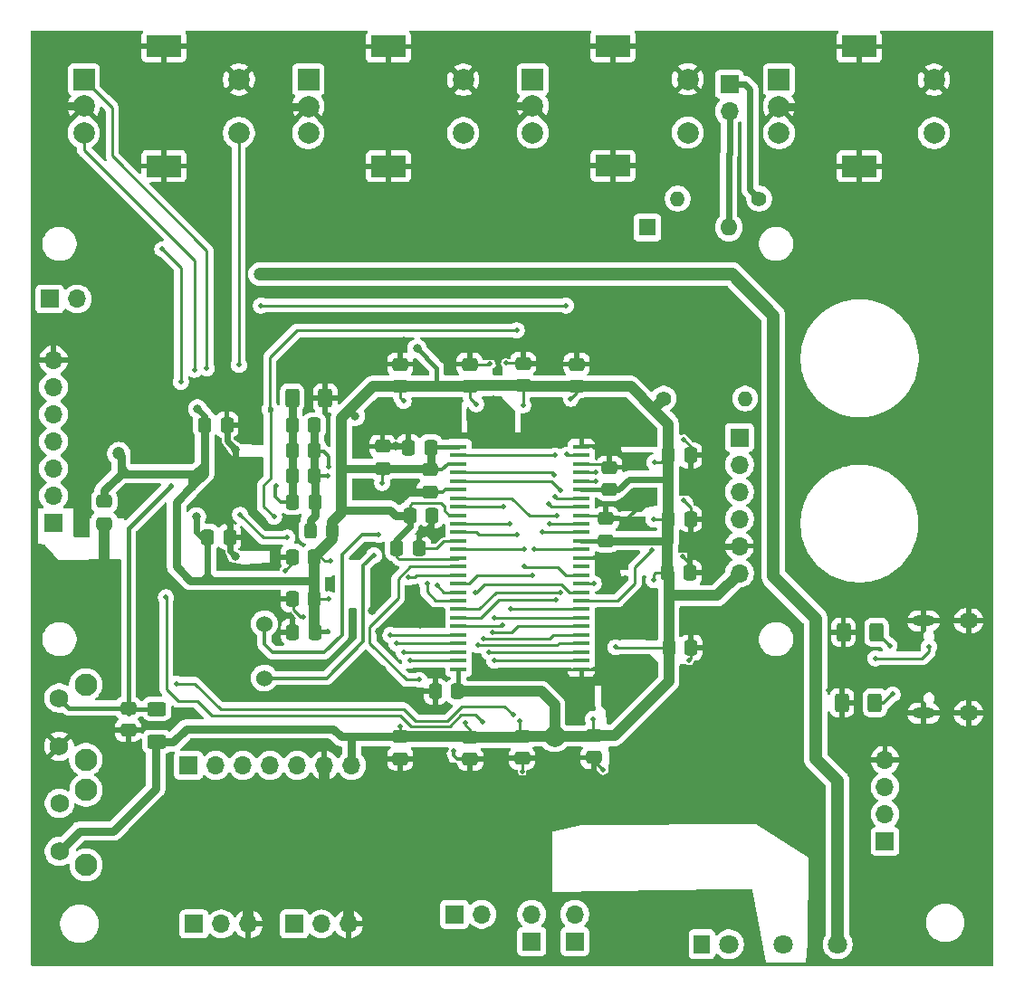
<source format=gbr>
%TF.GenerationSoftware,KiCad,Pcbnew,9.0.5*%
%TF.CreationDate,2025-11-16T19:48:47+01:00*%
%TF.ProjectId,OSCAR_Proc,4f534341-525f-4507-926f-632e6b696361,rev?*%
%TF.SameCoordinates,Original*%
%TF.FileFunction,Copper,L1,Top*%
%TF.FilePolarity,Positive*%
%FSLAX46Y46*%
G04 Gerber Fmt 4.6, Leading zero omitted, Abs format (unit mm)*
G04 Created by KiCad (PCBNEW 9.0.5) date 2025-11-16 19:48:47*
%MOMM*%
%LPD*%
G01*
G04 APERTURE LIST*
G04 Aperture macros list*
%AMRoundRect*
0 Rectangle with rounded corners*
0 $1 Rounding radius*
0 $2 $3 $4 $5 $6 $7 $8 $9 X,Y pos of 4 corners*
0 Add a 4 corners polygon primitive as box body*
4,1,4,$2,$3,$4,$5,$6,$7,$8,$9,$2,$3,0*
0 Add four circle primitives for the rounded corners*
1,1,$1+$1,$2,$3*
1,1,$1+$1,$4,$5*
1,1,$1+$1,$6,$7*
1,1,$1+$1,$8,$9*
0 Add four rect primitives between the rounded corners*
20,1,$1+$1,$2,$3,$4,$5,0*
20,1,$1+$1,$4,$5,$6,$7,0*
20,1,$1+$1,$6,$7,$8,$9,0*
20,1,$1+$1,$8,$9,$2,$3,0*%
G04 Aperture macros list end*
%TA.AperFunction,SMDPad,CuDef*%
%ADD10RoundRect,0.250000X0.337500X0.475000X-0.337500X0.475000X-0.337500X-0.475000X0.337500X-0.475000X0*%
%TD*%
%TA.AperFunction,SMDPad,CuDef*%
%ADD11RoundRect,0.250000X-0.337500X-0.475000X0.337500X-0.475000X0.337500X0.475000X-0.337500X0.475000X0*%
%TD*%
%TA.AperFunction,SMDPad,CuDef*%
%ADD12RoundRect,0.250000X-0.475000X0.337500X-0.475000X-0.337500X0.475000X-0.337500X0.475000X0.337500X0*%
%TD*%
%TA.AperFunction,ComponentPad*%
%ADD13R,2.000000X2.000000*%
%TD*%
%TA.AperFunction,ComponentPad*%
%ADD14C,2.000000*%
%TD*%
%TA.AperFunction,ComponentPad*%
%ADD15R,3.200000X2.000000*%
%TD*%
%TA.AperFunction,SMDPad,CuDef*%
%ADD16RoundRect,0.250000X0.400000X0.625000X-0.400000X0.625000X-0.400000X-0.625000X0.400000X-0.625000X0*%
%TD*%
%TA.AperFunction,SMDPad,CuDef*%
%ADD17RoundRect,0.250000X0.475000X-0.337500X0.475000X0.337500X-0.475000X0.337500X-0.475000X-0.337500X0*%
%TD*%
%TA.AperFunction,ComponentPad*%
%ADD18R,1.700000X1.700000*%
%TD*%
%TA.AperFunction,ComponentPad*%
%ADD19O,1.700000X1.700000*%
%TD*%
%TA.AperFunction,SMDPad,CuDef*%
%ADD20R,1.510000X0.458000*%
%TD*%
%TA.AperFunction,SMDPad,CuDef*%
%ADD21RoundRect,0.250000X0.325000X0.450000X-0.325000X0.450000X-0.325000X-0.450000X0.325000X-0.450000X0*%
%TD*%
%TA.AperFunction,SMDPad,CuDef*%
%ADD22RoundRect,0.250000X0.625000X-0.400000X0.625000X0.400000X-0.625000X0.400000X-0.625000X-0.400000X0*%
%TD*%
%TA.AperFunction,HeatsinkPad*%
%ADD23O,1.800000X1.400000*%
%TD*%
%TA.AperFunction,HeatsinkPad*%
%ADD24O,2.100000X1.000000*%
%TD*%
%TA.AperFunction,ComponentPad*%
%ADD25C,2.100000*%
%TD*%
%TA.AperFunction,ComponentPad*%
%ADD26C,1.750000*%
%TD*%
%TA.AperFunction,ComponentPad*%
%ADD27C,1.524000*%
%TD*%
%TA.AperFunction,ComponentPad*%
%ADD28R,1.500000X1.800000*%
%TD*%
%TA.AperFunction,ComponentPad*%
%ADD29C,1.800000*%
%TD*%
%TA.AperFunction,ComponentPad*%
%ADD30R,1.600000X1.600000*%
%TD*%
%TA.AperFunction,ComponentPad*%
%ADD31O,1.600000X1.600000*%
%TD*%
%TA.AperFunction,ComponentPad*%
%ADD32C,1.400000*%
%TD*%
%TA.AperFunction,ComponentPad*%
%ADD33O,1.400000X1.400000*%
%TD*%
%TA.AperFunction,ViaPad*%
%ADD34C,0.500000*%
%TD*%
%TA.AperFunction,ViaPad*%
%ADD35C,1.200000*%
%TD*%
%TA.AperFunction,ViaPad*%
%ADD36C,0.800000*%
%TD*%
%TA.AperFunction,ViaPad*%
%ADD37C,2.000000*%
%TD*%
%TA.AperFunction,ViaPad*%
%ADD38C,0.600000*%
%TD*%
%TA.AperFunction,ViaPad*%
%ADD39C,1.000000*%
%TD*%
%TA.AperFunction,Conductor*%
%ADD40C,0.800000*%
%TD*%
%TA.AperFunction,Conductor*%
%ADD41C,0.300000*%
%TD*%
%TA.AperFunction,Conductor*%
%ADD42C,0.400000*%
%TD*%
%TA.AperFunction,Conductor*%
%ADD43C,0.250000*%
%TD*%
%TA.AperFunction,Conductor*%
%ADD44C,0.600000*%
%TD*%
%TA.AperFunction,Conductor*%
%ADD45C,1.000000*%
%TD*%
%TA.AperFunction,Conductor*%
%ADD46C,0.500000*%
%TD*%
%TA.AperFunction,Conductor*%
%ADD47C,1.200000*%
%TD*%
G04 APERTURE END LIST*
D10*
%TO.P,C22,1*%
%TO.N,VDD*%
X131402500Y-73220000D03*
%TO.P,C22,2*%
%TO.N,VSS*%
X129327500Y-73220000D03*
%TD*%
%TO.P,C13,1*%
%TO.N,VDD*%
X142252500Y-62970000D03*
%TO.P,C13,2*%
%TO.N,VSS*%
X140177500Y-62970000D03*
%TD*%
D11*
%TO.P,C11,1*%
%TO.N,VDD*%
X121127500Y-60870000D03*
%TO.P,C11,2*%
%TO.N,VSS*%
X123202500Y-60870000D03*
%TD*%
D12*
%TO.P,C32,1*%
%TO.N,VDD*%
X157515000Y-89932500D03*
%TO.P,C32,2*%
%TO.N,VSS*%
X157515000Y-92007500D03*
%TD*%
D13*
%TO.P,SW1,A,A*%
%TO.N,ENC0_A*%
X174840000Y-28560000D03*
D14*
%TO.P,SW1,B,B*%
%TO.N,ENC0_B*%
X174840000Y-33560000D03*
%TO.P,SW1,C,C*%
%TO.N,VSS*%
X174840000Y-31060000D03*
D15*
%TO.P,SW1,MP,MP*%
X182340000Y-25460000D03*
X182340000Y-36660000D03*
D14*
%TO.P,SW1,S1,S1*%
%TO.N,ENC0_SW*%
X189340000Y-33560000D03*
%TO.P,SW1,S2,S2*%
%TO.N,VSS*%
X189340000Y-28560000D03*
%TD*%
D10*
%TO.P,C39,1*%
%TO.N,VDDA*%
X131415000Y-68070000D03*
%TO.P,C39,2*%
%TO.N,VSSA*%
X129340000Y-68070000D03*
%TD*%
D12*
%TO.P,C33,1*%
%TO.N,VDD*%
X150815000Y-89982500D03*
%TO.P,C33,2*%
%TO.N,VSS*%
X150815000Y-92057500D03*
%TD*%
%TO.P,C6,1*%
%TO.N,NRST*%
X113980000Y-87372500D03*
%TO.P,C6,2*%
%TO.N,VSS*%
X113980000Y-89447500D03*
%TD*%
D16*
%TO.P,R11,1*%
%TO.N,VSS*%
X132410000Y-58350000D03*
%TO.P,R11,2*%
%TO.N,VSSA*%
X129310000Y-58350000D03*
%TD*%
D17*
%TO.P,C19,1*%
%TO.N,VDD*%
X158965000Y-66907500D03*
%TO.P,C19,2*%
%TO.N,VSS*%
X158965000Y-64832500D03*
%TD*%
D10*
%TO.P,C21,1*%
%TO.N,VDD*%
X131402500Y-77170000D03*
%TO.P,C21,2*%
%TO.N,VSS*%
X129327500Y-77170000D03*
%TD*%
D11*
%TO.P,C31,1*%
%TO.N,VDD*%
X164527500Y-81720000D03*
%TO.P,C31,2*%
%TO.N,VSS*%
X166602500Y-81720000D03*
%TD*%
D13*
%TO.P,SW2,A,A*%
%TO.N,ENC1_A*%
X151810000Y-28520000D03*
D14*
%TO.P,SW2,B,B*%
%TO.N,ENC1_B*%
X151810000Y-33520000D03*
%TO.P,SW2,C,C*%
%TO.N,VSS*%
X151810000Y-31020000D03*
D15*
%TO.P,SW2,MP,MP*%
X159310000Y-25420000D03*
X159310000Y-36620000D03*
D14*
%TO.P,SW2,S1,S1*%
%TO.N,ENC1_SW*%
X166310000Y-33520000D03*
%TO.P,SW2,S2,S2*%
%TO.N,VSS*%
X166310000Y-28520000D03*
%TD*%
D12*
%TO.P,C3,1*%
%TO.N,VDD*%
X111730000Y-68022500D03*
%TO.P,C3,2*%
%TO.N,VSS*%
X111730000Y-70097500D03*
%TD*%
D18*
%TO.P,U6,1,GND*%
%TO.N,VSS*%
X106990000Y-70040000D03*
D19*
%TO.P,U6,2,VCC*%
%TO.N,VDD*%
X106990000Y-67500000D03*
%TO.P,U6,3,SCL*%
%TO.N,SPI1_SCK*%
X106990000Y-64960000D03*
%TO.P,U6,4,SDA*%
%TO.N,SPI1_MOSI*%
X106990000Y-62420000D03*
%TO.P,U6,5,RST*%
%TO.N,TFT_RST*%
X106990000Y-59880000D03*
%TO.P,U6,6,DC*%
%TO.N,TFT_DC*%
X106990000Y-57340000D03*
%TO.P,U6,7,~{CS}*%
%TO.N,VSS*%
X106990000Y-54800000D03*
%TD*%
D12*
%TO.P,C34,1*%
%TO.N,VDD*%
X145965000Y-90082500D03*
%TO.P,C34,2*%
%TO.N,VSS*%
X145965000Y-92157500D03*
%TD*%
D11*
%TO.P,C29,1*%
%TO.N,VDD*%
X164477500Y-63720000D03*
%TO.P,C29,2*%
%TO.N,VSS*%
X166552500Y-63720000D03*
%TD*%
D17*
%TO.P,C25,1*%
%TO.N,VDD*%
X139415000Y-57257500D03*
%TO.P,C25,2*%
%TO.N,VSS*%
X139415000Y-55182500D03*
%TD*%
D10*
%TO.P,C36,1*%
%TO.N,VDDA*%
X131402500Y-63270000D03*
%TO.P,C36,2*%
%TO.N,VSSA*%
X129327500Y-63270000D03*
%TD*%
%TO.P,C38,1*%
%TO.N,VDDA*%
X131402500Y-65670000D03*
%TO.P,C38,2*%
%TO.N,VSSA*%
X129327500Y-65670000D03*
%TD*%
D17*
%TO.P,C26,1*%
%TO.N,VDD*%
X145915000Y-57257500D03*
%TO.P,C26,2*%
%TO.N,VSS*%
X145915000Y-55182500D03*
%TD*%
D10*
%TO.P,C15,1*%
%TO.N,VDD*%
X144777500Y-85820000D03*
%TO.P,C15,2*%
%TO.N,VSS*%
X142702500Y-85820000D03*
%TD*%
D11*
%TO.P,C14,1*%
%TO.N,VDD*%
X140302500Y-69320000D03*
%TO.P,C14,2*%
%TO.N,VSS*%
X142377500Y-69320000D03*
%TD*%
%TO.P,C35,1*%
%TO.N,VDD*%
X164427500Y-74720000D03*
%TO.P,C35,2*%
%TO.N,VSS*%
X166502500Y-74720000D03*
%TD*%
D16*
%TO.P,R4,1*%
%TO.N,Net-(J2-CC2)*%
X183820000Y-86880000D03*
%TO.P,R4,2*%
%TO.N,VSS*%
X180720000Y-86880000D03*
%TD*%
D17*
%TO.P,C28,1*%
%TO.N,VDD*%
X155915000Y-57257500D03*
%TO.P,C28,2*%
%TO.N,VSS*%
X155915000Y-55182500D03*
%TD*%
D11*
%TO.P,C30,1*%
%TO.N,VDD*%
X164477500Y-69670000D03*
%TO.P,C30,2*%
%TO.N,VSS*%
X166552500Y-69670000D03*
%TD*%
D12*
%TO.P,C24,1*%
%TO.N,VDD*%
X139415000Y-90032500D03*
%TO.P,C24,2*%
%TO.N,VSS*%
X139415000Y-92107500D03*
%TD*%
D17*
%TO.P,C27,1*%
%TO.N,VDD*%
X150915000Y-57207500D03*
%TO.P,C27,2*%
%TO.N,VSS*%
X150915000Y-55132500D03*
%TD*%
D11*
%TO.P,C12,1*%
%TO.N,VDD*%
X121390000Y-71370000D03*
%TO.P,C12,2*%
%TO.N,VSS*%
X123465000Y-71370000D03*
%TD*%
D10*
%TO.P,C37,1*%
%TO.N,VDDA*%
X131402500Y-60920000D03*
%TO.P,C37,2*%
%TO.N,VSSA*%
X129327500Y-60920000D03*
%TD*%
D12*
%TO.P,C16,1*%
%TO.N,VDD*%
X142190000Y-65082500D03*
%TO.P,C16,2*%
%TO.N,VSS*%
X142190000Y-67157500D03*
%TD*%
D10*
%TO.P,C20,1*%
%TO.N,VDD*%
X131432500Y-80250000D03*
%TO.P,C20,2*%
%TO.N,VSS*%
X129357500Y-80250000D03*
%TD*%
D20*
%TO.P,U3,1,VDD*%
%TO.N,VDD*%
X144865000Y-62920000D03*
%TO.P,U3,2,DQ0*%
%TO.N,FMC_D0*%
X144865000Y-63720000D03*
%TO.P,U3,3,VDDQ*%
%TO.N,VDD*%
X144865000Y-64520000D03*
%TO.P,U3,4,DQ1*%
%TO.N,FMC_D1*%
X144865000Y-65320000D03*
%TO.P,U3,5,DQ2*%
%TO.N,FMC_D2*%
X144865000Y-66120000D03*
%TO.P,U3,6,VSSQ*%
%TO.N,VSS*%
X144865000Y-66920000D03*
%TO.P,U3,7,DQ3*%
%TO.N,FMC_D3*%
X144865000Y-67720000D03*
%TO.P,U3,8,DQ4*%
%TO.N,FCM_D4*%
X144865000Y-68520000D03*
%TO.P,U3,9,VDDQ__1*%
%TO.N,VDD*%
X144865000Y-69320000D03*
%TO.P,U3,10,DQ5*%
%TO.N,FCM_D5*%
X144865000Y-70120000D03*
%TO.P,U3,11,DQ6*%
%TO.N,FCM_D6*%
X144865000Y-70920000D03*
%TO.P,U3,12,VSSQ__1*%
%TO.N,VSS*%
X144865000Y-71720000D03*
%TO.P,U3,13,DQ7*%
%TO.N,FCM_D7*%
X144865000Y-72520000D03*
%TO.P,U3,14,VDD__1*%
%TO.N,VDD*%
X144865000Y-73320000D03*
%TO.P,U3,15,DQML*%
%TO.N,FCM_NBL0*%
X144865000Y-74120000D03*
%TO.P,U3,16,~{WE}*%
%TO.N,FCM_SDNWE*%
X144865000Y-74920000D03*
%TO.P,U3,17,~{CAS}*%
%TO.N,FCM_SDNCAS*%
X144865000Y-75720000D03*
%TO.P,U3,18,~{RAS}*%
%TO.N,FMC_SDNRAS*%
X144865000Y-76520000D03*
%TO.P,U3,19,~{CS}*%
%TO.N,FMC_SDNE0*%
X144865000Y-77320000D03*
%TO.P,U3,20,BA0*%
%TO.N,FCM_BA0*%
X144865000Y-78120000D03*
%TO.P,U3,21,BA1*%
%TO.N,FMC_BA1*%
X144865000Y-78920000D03*
%TO.P,U3,22,A10*%
%TO.N,FCM_A10*%
X144865000Y-79720000D03*
%TO.P,U3,23,A0*%
%TO.N,FCM_A0*%
X144865000Y-80520000D03*
%TO.P,U3,24,A1*%
%TO.N,FCM_A1*%
X144865000Y-81320000D03*
%TO.P,U3,25,A2*%
%TO.N,FCM_A2*%
X144865000Y-82120000D03*
%TO.P,U3,26,A3*%
%TO.N,FCM_A3*%
X144865000Y-82920000D03*
%TO.P,U3,27,VDD__2*%
%TO.N,VDD*%
X144865000Y-83720000D03*
%TO.P,U3,28,VSS*%
%TO.N,VSS*%
X156365000Y-83720000D03*
%TO.P,U3,29,A4*%
%TO.N,FCM_A4*%
X156365000Y-82920000D03*
%TO.P,U3,30,A5*%
%TO.N,FCM_A5*%
X156365000Y-82120000D03*
%TO.P,U3,31,A6*%
%TO.N,FCM_A6*%
X156365000Y-81320000D03*
%TO.P,U3,32,A7*%
%TO.N,FCM_A7*%
X156365000Y-80520000D03*
%TO.P,U3,33,A8*%
%TO.N,FCM_A8*%
X156365000Y-79720000D03*
%TO.P,U3,34,A9*%
%TO.N,FCM_A9*%
X156365000Y-78920000D03*
%TO.P,U3,35,A11*%
%TO.N,FCM_A11*%
X156365000Y-78120000D03*
%TO.P,U3,36,A12*%
%TO.N,FMC_A12*%
X156365000Y-77320000D03*
%TO.P,U3,37,CKE*%
%TO.N,FCM_SDCKE0*%
X156365000Y-76520000D03*
%TO.P,U3,38,CLK*%
%TO.N,FMC_SDCLK*%
X156365000Y-75720000D03*
%TO.P,U3,39,DQMH*%
%TO.N,FMC_NBL1*%
X156365000Y-74920000D03*
%TO.P,U3,40,NC*%
%TO.N,unconnected-(U3-NC-Pad40)*%
X156365000Y-74120000D03*
%TO.P,U3,41,VSS__1*%
%TO.N,VSS*%
X156365000Y-73320000D03*
%TO.P,U3,42,DQ8*%
%TO.N,FCM_D8*%
X156365000Y-72520000D03*
%TO.P,U3,43,VDDQ__2*%
%TO.N,VDD*%
X156365000Y-71720000D03*
%TO.P,U3,44,DQ9*%
%TO.N,FCM_D9*%
X156365000Y-70920000D03*
%TO.P,U3,45,DQ10*%
%TO.N,FCM_D10*%
X156365000Y-70120000D03*
%TO.P,U3,46,VSSQ__2*%
%TO.N,VSS*%
X156365000Y-69320000D03*
%TO.P,U3,47,DQ11*%
%TO.N,FCM_D11*%
X156365000Y-68520000D03*
%TO.P,U3,48,DQ12*%
%TO.N,FCM_D12*%
X156365000Y-67720000D03*
%TO.P,U3,49,VDDQ__3*%
%TO.N,VDD*%
X156365000Y-66920000D03*
%TO.P,U3,50,DQ13*%
%TO.N,FMC_D13*%
X156365000Y-66120000D03*
%TO.P,U3,51,DQ14*%
%TO.N,FMC_D14*%
X156365000Y-65320000D03*
%TO.P,U3,52,VSSQ__3*%
%TO.N,VSS*%
X156365000Y-64520000D03*
%TO.P,U3,53,DQ15*%
%TO.N,FMC_D15*%
X156365000Y-63720000D03*
%TO.P,U3,54,VSS__2*%
%TO.N,VSS*%
X156365000Y-62920000D03*
%TD*%
D21*
%TO.P,FB3,1*%
%TO.N,VDD*%
X133040000Y-70770000D03*
%TO.P,FB3,2*%
%TO.N,VDDA*%
X130990000Y-70770000D03*
%TD*%
D17*
%TO.P,C18,1*%
%TO.N,VDD*%
X158665000Y-71707500D03*
%TO.P,C18,2*%
%TO.N,VSS*%
X158665000Y-69632500D03*
%TD*%
D13*
%TO.P,SW3,A,A*%
%TO.N,ENC2_A*%
X130820000Y-28560000D03*
D14*
%TO.P,SW3,B,B*%
%TO.N,ENC2_B*%
X130820000Y-33560000D03*
%TO.P,SW3,C,C*%
%TO.N,VSS*%
X130820000Y-31060000D03*
D15*
%TO.P,SW3,MP,MP*%
X138320000Y-25460000D03*
X138320000Y-36660000D03*
D14*
%TO.P,SW3,S1,S1*%
%TO.N,ENC2_SW*%
X145320000Y-33560000D03*
%TO.P,SW3,S2,S2*%
%TO.N,VSS*%
X145320000Y-28560000D03*
%TD*%
D13*
%TO.P,SW4,A,A*%
%TO.N,ENC3_A*%
X109830000Y-28540000D03*
D14*
%TO.P,SW4,B,B*%
%TO.N,ENC3_B*%
X109830000Y-33540000D03*
%TO.P,SW4,C,C*%
%TO.N,VSS*%
X109830000Y-31040000D03*
D15*
%TO.P,SW4,MP,MP*%
X117330000Y-25440000D03*
X117330000Y-36640000D03*
D14*
%TO.P,SW4,S1,S1*%
%TO.N,ENC3_SW*%
X124330000Y-33540000D03*
%TO.P,SW4,S2,S2*%
%TO.N,VSS*%
X124330000Y-28540000D03*
%TD*%
D22*
%TO.P,R5,1*%
%TO.N,VDD*%
X116640000Y-90540000D03*
%TO.P,R5,2*%
%TO.N,NRST*%
X116640000Y-87440000D03*
%TD*%
D16*
%TO.P,R3,1*%
%TO.N,Net-(J2-CC1)*%
X183960000Y-80280000D03*
%TO.P,R3,2*%
%TO.N,VSS*%
X180860000Y-80280000D03*
%TD*%
D11*
%TO.P,C17,1*%
%TO.N,VDD*%
X139102500Y-72395000D03*
%TO.P,C17,2*%
%TO.N,VSS*%
X141177500Y-72395000D03*
%TD*%
D17*
%TO.P,C23,1*%
%TO.N,VDD*%
X137765000Y-64957500D03*
%TO.P,C23,2*%
%TO.N,VSS*%
X137765000Y-62882500D03*
%TD*%
D18*
%TO.P,J7,1,Pin_1*%
%TO.N,SAI1_SD_A(TX)*%
X119630000Y-92725000D03*
D19*
%TO.P,J7,2,Pin_2*%
%TO.N,SAI1_SCK*%
X122170000Y-92725000D03*
%TO.P,J7,3,Pin_3*%
%TO.N,SAI1_FS*%
X124710000Y-92725000D03*
%TO.P,J7,4,Pin_4*%
%TO.N,SAI1_SD_B(RX)*%
X127250000Y-92725000D03*
%TO.P,J7,5,Pin_5*%
%TO.N,SAI1_MCLK*%
X129790000Y-92725000D03*
%TO.P,J7,6,Pin_6*%
%TO.N,VSS*%
X132330000Y-92725000D03*
%TO.P,J7,7,Pin_7*%
%TO.N,VDD*%
X134870000Y-92725000D03*
%TD*%
D18*
%TO.P,J9,1,Pin_1*%
%TO.N,Net-(J10-Pin_1)*%
X155740000Y-109210000D03*
D19*
%TO.P,J9,2,Pin_2*%
%TO.N,Net-(J10-Pin_2)*%
X155740000Y-106670000D03*
%TD*%
D18*
%TO.P,J1,1,Pin_1*%
%TO.N,unconnected-(J1-Pin_1-Pad1)*%
X184750000Y-99850000D03*
D19*
%TO.P,J1,2,Pin_2*%
%TO.N,DEBUG_DIO*%
X184750000Y-97310000D03*
%TO.P,J1,3,Pin_3*%
%TO.N,DEBUG_CLK*%
X184750000Y-94770000D03*
%TO.P,J1,4,Pin_4*%
%TO.N,VSS*%
X184750000Y-92230000D03*
%TD*%
D23*
%TO.P,J2,S1,SHIELD*%
%TO.N,VSS*%
X192560000Y-79210000D03*
D24*
X188380000Y-79210000D03*
D23*
X192560000Y-87850000D03*
D24*
X188380000Y-87850000D03*
%TD*%
D18*
%TO.P,J11,1,Pin_1*%
%TO.N,+5V*%
X106660000Y-49080000D03*
D19*
%TO.P,J11,2,Pin_2*%
%TO.N,Net-(J11-Pin_2)*%
X109200000Y-49080000D03*
%TD*%
D25*
%TO.P,SW5,*%
%TO.N,*%
X110040000Y-95040000D03*
X110040000Y-102050000D03*
D26*
%TO.P,SW5,1,1*%
%TO.N,BOOT0*%
X107550000Y-96290000D03*
%TO.P,SW5,2,2*%
%TO.N,VDD*%
X107550000Y-100790000D03*
%TD*%
D18*
%TO.P,J6,1,Pin_1*%
%TO.N,Net-(J10-Pin_1)*%
X144495000Y-106670000D03*
D19*
%TO.P,J6,2,Pin_2*%
%TO.N,Net-(J10-Pin_2)*%
X147035000Y-106670000D03*
%TD*%
D27*
%TO.P,Y1,1,1*%
%TO.N,OSC_OUT*%
X126715000Y-79480000D03*
%TO.P,Y1,2,2*%
%TO.N,OSC_IN*%
X126715000Y-84560000D03*
%TD*%
D18*
%TO.P,J4,1,Pin_1*%
%TO.N,SW2A*%
X129500000Y-107580000D03*
D19*
%TO.P,J4,2,Pin_2*%
%TO.N,SW2B*%
X132040000Y-107580000D03*
%TO.P,J4,3,Pin_3*%
%TO.N,VSS*%
X134580000Y-107580000D03*
%TD*%
D28*
%TO.P,PS1,1,+Vin*%
%TO.N,Net-(PS1-+Vin)*%
X167632500Y-109482500D03*
D29*
%TO.P,PS1,2,-Vin*%
%TO.N,Net-(PS1--Vin)*%
X170172500Y-109482500D03*
%TO.P,PS1,4,0V*%
%TO.N,VSS*%
X175252500Y-109482500D03*
%TO.P,PS1,6,+5V*%
%TO.N,+5V*%
X180332500Y-109482500D03*
%TD*%
D25*
%TO.P,SW6,*%
%TO.N,*%
X110010000Y-85180000D03*
X110010000Y-92190000D03*
D26*
%TO.P,SW6,1,1*%
%TO.N,NRST*%
X107520000Y-86430000D03*
%TO.P,SW6,2,2*%
%TO.N,VSS*%
X107520000Y-90930000D03*
%TD*%
D30*
%TO.P,D4,1,K*%
%TO.N,Net-(D4-K)*%
X162520000Y-42390000D03*
D31*
%TO.P,D4,2,A*%
%TO.N,Net-(D4-A)*%
X170140000Y-42390000D03*
%TD*%
D18*
%TO.P,J10,1,Pin_1*%
%TO.N,Net-(J10-Pin_1)*%
X151710000Y-109210000D03*
D19*
%TO.P,J10,2,Pin_2*%
%TO.N,Net-(J10-Pin_2)*%
X151710000Y-106670000D03*
%TD*%
D18*
%TO.P,J8,1,Pin_1*%
%TO.N,VOL_CS*%
X171140000Y-62040000D03*
D19*
%TO.P,J8,2,Pin_2*%
%TO.N,VOL_CLK*%
X171140000Y-64580000D03*
%TO.P,J8,3,Pin_3*%
%TO.N,VOL_Data*%
X171140000Y-67120000D03*
%TO.P,J8,4,Pin_4*%
%TO.N,VOL_Mute*%
X171140000Y-69660000D03*
%TO.P,J8,5,Pin_5*%
%TO.N,VSS*%
X171140000Y-72200000D03*
%TO.P,J8,6,Pin_6*%
%TO.N,VDD*%
X171140000Y-74740000D03*
%TD*%
D32*
%TO.P,R10,1*%
%TO.N,Net-(J5-Pin_1)*%
X172980000Y-39690000D03*
D33*
%TO.P,R10,2*%
%TO.N,Net-(D4-K)*%
X165360000Y-39690000D03*
%TD*%
D18*
%TO.P,J3,1,Pin_1*%
%TO.N,SW1A*%
X120140000Y-107580000D03*
D19*
%TO.P,J3,2,Pin_2*%
%TO.N,SW1B*%
X122680000Y-107580000D03*
%TO.P,J3,3,Pin_3*%
%TO.N,VSS*%
X125220000Y-107580000D03*
%TD*%
D32*
%TO.P,R9,1*%
%TO.N,VDD*%
X164060000Y-58410000D03*
D33*
%TO.P,R9,2*%
%TO.N,MIDI_In*%
X171680000Y-58410000D03*
%TD*%
D18*
%TO.P,J5,1,Pin_1*%
%TO.N,Net-(J5-Pin_1)*%
X170190000Y-28970000D03*
D19*
%TO.P,J5,2,Pin_2*%
%TO.N,Net-(D4-A)*%
X170190000Y-31510000D03*
%TD*%
D34*
%TO.N,VSSA*%
X127830000Y-66570000D03*
%TO.N,OSC_IN*%
X136975000Y-73080000D03*
%TO.N,OSC_OUT*%
X137405000Y-71160000D03*
%TO.N,NRST*%
X117970000Y-66560000D03*
%TO.N,VDD*%
X132665000Y-80180000D03*
X163165000Y-64370000D03*
D35*
X113110000Y-63560000D03*
D36*
X120360000Y-69465000D03*
D37*
X153860000Y-89982500D03*
D34*
X159565000Y-81670000D03*
X132920000Y-73630000D03*
X132705000Y-77170000D03*
X145515000Y-88720000D03*
X150615000Y-88620000D03*
X155365000Y-58420000D03*
X146515000Y-58920000D03*
D36*
X140990000Y-53720000D03*
D34*
X139730000Y-58640000D03*
X139415000Y-89095000D03*
X157414998Y-88394998D03*
X137735000Y-66300000D03*
X163115000Y-69720000D03*
X150914999Y-59020000D03*
X163115000Y-75390000D03*
D36*
X120465000Y-59370000D03*
X135215000Y-60070000D03*
D34*
%TO.N,VDDA*%
X132665000Y-65670000D03*
X132765000Y-64770000D03*
%TO.N,Net-(D1-VCC)*%
X188857499Y-81612501D03*
X183850000Y-82710000D03*
%TO.N,Net-(J2-CC2)*%
X185460000Y-86080000D03*
%TO.N,Net-(J2-CC1)*%
X185180000Y-81520000D03*
%TO.N,QSPI_BK1_NCS*%
X127615000Y-69470000D03*
D38*
X127265000Y-59420000D03*
D34*
X150315000Y-52015000D03*
%TO.N,FMC_SDNE0*%
X141915000Y-75720000D03*
%TO.N,QSPI_BK2_IO2*%
X149960000Y-88000000D03*
X118515000Y-85070000D03*
%TO.N,FCM_SDCKE0*%
X146465000Y-76570000D03*
%TO.N,FMC_SDNRAS*%
X142865000Y-75920000D03*
%TO.N,FCM_A1*%
X139065000Y-81320000D03*
%TO.N,FCM_D7*%
X151015000Y-72520000D03*
%TO.N,QSPI_BK1_I00*%
X124450000Y-69280000D03*
X128865000Y-71420000D03*
%TO.N,FMC_D1*%
X153840000Y-65545000D03*
%TO.N,FMC_D3*%
X154065000Y-69370000D03*
%TO.N,FCM_A5*%
X147715000Y-82120000D03*
%TO.N,FCM_A2*%
X139715000Y-82120000D03*
%TO.N,FCM_A4*%
X148215000Y-82920000D03*
%TO.N,FCM_A11*%
X149765000Y-78120000D03*
%TO.N,FMC_SDCLK*%
X157515000Y-75720000D03*
%TO.N,FMC_D0*%
X153915000Y-63720000D03*
%TO.N,FMC_D15*%
X154990000Y-63645000D03*
%TO.N,FMC_BA1*%
X153965000Y-77270000D03*
%TO.N,FCM_D4*%
X149090000Y-68520000D03*
%TO.N,FCM_D5*%
X149665000Y-70120000D03*
%TO.N,FMC_D13*%
X157665000Y-66120000D03*
%TO.N,FMC_NBL1*%
X151015000Y-74120000D03*
%TO.N,FCM_D6*%
X150315000Y-71170000D03*
%TO.N,QSPI_BK2_IO3*%
X117505000Y-77010000D03*
X147115000Y-88670000D03*
%TO.N,FCM_D9*%
X152665000Y-70920000D03*
%TO.N,FCM_NBL0*%
X141215000Y-84720000D03*
%TO.N,FCM_A10*%
X149015000Y-79620000D03*
%TO.N,FCM_SDNWE*%
X140177500Y-75132500D03*
%TO.N,FCM_D10*%
X153415000Y-70120000D03*
%TO.N,FCM_D12*%
X153918293Y-67616707D03*
%TO.N,FCM_D11*%
X153296587Y-68238413D03*
%TO.N,FCM_A3*%
X140315000Y-82920000D03*
%TO.N,FCM_SDNCAS*%
X151765000Y-74970000D03*
%TO.N,FCM_A8*%
X148065000Y-80295000D03*
%TO.N,FCM_BA0*%
X154365000Y-76520000D03*
%TO.N,FCM_A0*%
X138490000Y-80520000D03*
%TO.N,FMC_D14*%
X157665000Y-65320000D03*
%TO.N,FCM_A6*%
X146665000Y-81470000D03*
%TO.N,FCM_A7*%
X147215000Y-80870000D03*
%TO.N,FCM_A9*%
X148215000Y-78920000D03*
%TO.N,FCM_D8*%
X151915000Y-72520000D03*
%TO.N,FMC_A12*%
X162965000Y-72620000D03*
%TO.N,FMC_D2*%
X154415000Y-67020000D03*
%TO.N,TFT_DC*%
X154910000Y-49690000D03*
X126400000Y-49690000D03*
%TO.N,ENC3_B*%
X120160000Y-55710000D03*
%TO.N,ENC3_A*%
X121330000Y-55580000D03*
%TO.N,ENC3_SW*%
X124340000Y-55250000D03*
D36*
%TO.N,VSS*%
X126370000Y-52540000D03*
D34*
X158730000Y-79330000D03*
X166120000Y-71840000D03*
D39*
X168860000Y-83060000D03*
D34*
X165815000Y-73170000D03*
X108530000Y-63470000D03*
X165950000Y-67930000D03*
D36*
X148140000Y-58540000D03*
X137750000Y-83750000D03*
D34*
X151580000Y-84170000D03*
D36*
X160390000Y-86660000D03*
D34*
X130365000Y-78820000D03*
X147815000Y-55170000D03*
D36*
X141300000Y-79510000D03*
D34*
X179440000Y-85700000D03*
D36*
X123660000Y-86120000D03*
D37*
X168110000Y-89190000D03*
D36*
X123250000Y-77660000D03*
D34*
X130910000Y-101830000D03*
X165915000Y-62220000D03*
D36*
X115610000Y-83070000D03*
D37*
X114410000Y-104200000D03*
D36*
X136570000Y-55440000D03*
D34*
X109120000Y-56350000D03*
X149315000Y-55020000D03*
D36*
X139730000Y-53030000D03*
D34*
X144390000Y-91380000D03*
D35*
X112060000Y-74800000D03*
D34*
X158365000Y-93120000D03*
X109100000Y-61080000D03*
X137860000Y-55220000D03*
D36*
X139030000Y-62882500D03*
D39*
X139815000Y-67145000D03*
D34*
X105990000Y-52650000D03*
D36*
X137440000Y-80220000D03*
D34*
X185570000Y-79450000D03*
X166160000Y-66210000D03*
D36*
X136830000Y-78240000D03*
D34*
X159020000Y-75970000D03*
X175120000Y-36010000D03*
X121440000Y-101390000D03*
D37*
X191410000Y-67890000D03*
X191070000Y-45050000D03*
D39*
X141665000Y-70920000D03*
D34*
X184920000Y-83870000D03*
D36*
X114170000Y-68150000D03*
D34*
X133030000Y-75770000D03*
X150815000Y-93320000D03*
X114300000Y-61130000D03*
D36*
X117130000Y-69130000D03*
D34*
X128620000Y-74540000D03*
D36*
X162910000Y-67400000D03*
D34*
X166415000Y-82920000D03*
D36*
X158820000Y-62780000D03*
D34*
X182710000Y-85460000D03*
X109100000Y-58510000D03*
D36*
X123965000Y-73170000D03*
D34*
X182150000Y-82930000D03*
D36*
X162410000Y-61040000D03*
D34*
X139610000Y-101720000D03*
D36*
X124015000Y-63170000D03*
X124910000Y-82360000D03*
D34*
%TO.N,ByPass*%
X117160000Y-44420000D03*
X118900000Y-56830000D03*
D35*
%TO.N,+5V*%
X126300000Y-46770000D03*
%TD*%
D40*
%TO.N,VSSA*%
X129327500Y-65670000D02*
X129327500Y-63270000D01*
D41*
X128215000Y-68070000D02*
X129340000Y-68070000D01*
X127765000Y-66635000D02*
X127765000Y-67620000D01*
X127765000Y-67620000D02*
X128215000Y-68070000D01*
D40*
X129327500Y-63270000D02*
X129327500Y-60920000D01*
X129340000Y-68070000D02*
X129340000Y-65682500D01*
X129340000Y-65682500D02*
X129327500Y-65670000D01*
D41*
X127830000Y-66570000D02*
X127765000Y-66635000D01*
D40*
X129327500Y-60920000D02*
X129327500Y-58282500D01*
D41*
%TO.N,OSC_IN*%
X132545000Y-84560000D02*
X135970000Y-81135000D01*
X135970000Y-81135000D02*
X135970000Y-74060000D01*
X126715000Y-84560000D02*
X132545000Y-84560000D01*
X135970000Y-74060000D02*
X136940000Y-73090000D01*
X136940000Y-73090000D02*
X136985000Y-73090000D01*
X136985000Y-73090000D02*
X136975000Y-73080000D01*
%TO.N,OSC_OUT*%
X127505000Y-82170000D02*
X132290000Y-82170000D01*
X126715000Y-81380000D02*
X127505000Y-82170000D01*
X135820000Y-71160000D02*
X137405000Y-71160000D01*
X132290000Y-82170000D02*
X133960000Y-80500000D01*
X133960000Y-80500000D02*
X133960000Y-73020000D01*
X133960000Y-73020000D02*
X135820000Y-71160000D01*
X126715000Y-79480000D02*
X126715000Y-81380000D01*
D42*
%TO.N,NRST*%
X114230000Y-87440000D02*
X116640000Y-87440000D01*
X107520000Y-86430000D02*
X108462500Y-87372500D01*
X114000000Y-70530000D02*
X117970000Y-66560000D01*
X114000000Y-87880000D02*
X114000000Y-70530000D01*
X108462500Y-87372500D02*
X113980000Y-87372500D01*
D40*
%TO.N,VDD*%
X131402500Y-80120000D02*
X131552500Y-80270000D01*
D43*
X131915000Y-73170000D02*
X131452500Y-73170000D01*
D40*
X164477500Y-69882500D02*
X164527500Y-69932500D01*
D42*
X132665000Y-80180000D02*
X131642500Y-80180000D01*
D43*
X159565000Y-81670000D02*
X159598349Y-81703349D01*
D44*
X120360000Y-70865000D02*
X120360000Y-69465000D01*
X158965000Y-66907500D02*
X159852500Y-66907500D01*
D45*
X145965000Y-57207500D02*
X145915000Y-57257500D01*
D42*
X142815000Y-55520000D02*
X142815000Y-57257500D01*
D40*
X116550000Y-90690000D02*
X116550000Y-94910000D01*
D45*
X157465000Y-89982500D02*
X157515000Y-89932500D01*
D43*
X137735000Y-66300000D02*
X137735000Y-65575000D01*
D40*
X131402500Y-75420000D02*
X131402500Y-73220000D01*
D45*
X164427500Y-71895000D02*
X164477500Y-71845000D01*
D43*
X132375000Y-73630000D02*
X131915000Y-73170000D01*
X139414999Y-89982499D02*
X139465000Y-90032500D01*
X140302500Y-68407500D02*
X140302500Y-69320000D01*
D45*
X150977500Y-57270000D02*
X150915000Y-57207500D01*
X160965000Y-57270000D02*
X163192500Y-59497500D01*
D43*
X145914998Y-58319998D02*
X145914998Y-57257502D01*
D45*
X133040000Y-71582500D02*
X133040000Y-70770000D01*
D43*
X157415000Y-89832500D02*
X157515000Y-89932500D01*
D45*
X139415000Y-57257500D02*
X136877500Y-57257500D01*
D40*
X142815000Y-57257500D02*
X142365000Y-57257500D01*
X164477500Y-65420000D02*
X164477500Y-65970000D01*
X121920000Y-75420000D02*
X121430000Y-75420000D01*
X134870000Y-90172500D02*
X134870000Y-92725000D01*
D44*
X121430000Y-75420000D02*
X121430000Y-75000000D01*
D40*
X120300000Y-65407500D02*
X121127500Y-64580000D01*
D45*
X153860000Y-89982500D02*
X157465000Y-89982500D01*
D40*
X109450000Y-98890000D02*
X107550000Y-100790000D01*
D43*
X132705000Y-77170000D02*
X131402500Y-77170000D01*
D40*
X133953500Y-64957500D02*
X137765000Y-64957500D01*
X139965000Y-64957500D02*
X142065000Y-64957500D01*
D44*
X164452500Y-65945000D02*
X164477500Y-65970000D01*
D42*
X158952500Y-66920000D02*
X158965000Y-66907500D01*
D44*
X140302500Y-70362500D02*
X140302500Y-69320000D01*
D43*
X139102500Y-72395000D02*
X139102500Y-73233500D01*
D40*
X133953500Y-64957500D02*
X133916000Y-64995000D01*
D45*
X155927500Y-57270000D02*
X155915000Y-57257500D01*
D43*
X164510849Y-81703349D02*
X164527500Y-81720000D01*
X139415000Y-89095000D02*
X139415000Y-89519998D01*
D41*
X143865000Y-64520000D02*
X143302500Y-65082500D01*
D44*
X121390000Y-74640000D02*
X121390000Y-74880000D01*
D45*
X153860000Y-87090000D02*
X152590000Y-85820000D01*
X133916000Y-69119000D02*
X133040000Y-69995000D01*
D43*
X139730000Y-58640000D02*
X139415000Y-58325000D01*
D42*
X140990000Y-53720000D02*
X141015000Y-53720000D01*
D45*
X131402500Y-73220000D02*
X131402500Y-80220000D01*
D44*
X121390000Y-74640000D02*
X121390000Y-71370000D01*
D43*
X157415000Y-88395000D02*
X157415000Y-89832500D01*
X144865000Y-69320000D02*
X144015000Y-69320000D01*
D45*
X133040000Y-69995000D02*
X133040000Y-70770000D01*
D40*
X134175000Y-68860000D02*
X138495000Y-68860000D01*
X118490000Y-74120000D02*
X118490000Y-68070000D01*
X121127500Y-65432500D02*
X121127500Y-64580000D01*
D42*
X144865000Y-85732500D02*
X144777500Y-85820000D01*
D43*
X143490000Y-68470000D02*
X143190000Y-68170000D01*
D40*
X138495000Y-68860000D02*
X138955000Y-69320000D01*
D43*
X137765000Y-65545000D02*
X137765000Y-64957500D01*
D40*
X134990000Y-90032500D02*
X134860000Y-90162500D01*
X120300000Y-65432500D02*
X119900000Y-65432500D01*
X121127500Y-65432500D02*
X120300000Y-65432500D01*
D45*
X163192500Y-59277500D02*
X164060000Y-58410000D01*
D43*
X139414999Y-89519999D02*
X139414999Y-89982499D01*
X139415000Y-58325000D02*
X139415000Y-57257500D01*
X143565000Y-68470000D02*
X143490000Y-68470000D01*
D40*
X164527500Y-69932500D02*
X164527500Y-71420000D01*
X119410000Y-89320000D02*
X118190000Y-90540000D01*
D45*
X153860000Y-89982500D02*
X153860000Y-87090000D01*
D43*
X163165000Y-64370000D02*
X163827500Y-64370000D01*
D42*
X156365000Y-71720000D02*
X158652500Y-71720000D01*
X131642500Y-80180000D02*
X131552500Y-80270000D01*
D43*
X150914999Y-59020000D02*
X150915000Y-57207500D01*
D40*
X113307500Y-64830000D02*
X113307500Y-63757500D01*
X133916000Y-60219000D02*
X134590000Y-59545000D01*
D44*
X160815000Y-65945000D02*
X164452500Y-65945000D01*
D43*
X146515000Y-58920000D02*
X145914998Y-58319998D01*
D40*
X134860000Y-90162500D02*
X134870000Y-90172500D01*
D45*
X153860000Y-89982500D02*
X150815000Y-89982500D01*
X164527500Y-76850000D02*
X169030000Y-76850000D01*
D40*
X137765000Y-64957500D02*
X139965000Y-64957500D01*
D43*
X145914998Y-90032498D02*
X145965000Y-90082500D01*
X155365000Y-58420000D02*
X155927500Y-57857500D01*
D45*
X164427500Y-69720000D02*
X164477500Y-69670000D01*
D43*
X131452500Y-73170000D02*
X131402500Y-73220000D01*
X143190000Y-68170000D02*
X140540000Y-68170000D01*
D40*
X118190000Y-90540000D02*
X116640000Y-90540000D01*
D43*
X144739000Y-73446000D02*
X139315000Y-73446000D01*
D40*
X120300000Y-65432500D02*
X120300000Y-65407500D01*
D43*
X163115000Y-75390000D02*
X163115000Y-74895000D01*
D44*
X121127500Y-60032500D02*
X120465000Y-59370000D01*
D40*
X119790000Y-75420000D02*
X118490000Y-74120000D01*
D44*
X121390000Y-71370000D02*
X120865000Y-71370000D01*
X121390000Y-74890000D02*
X121920000Y-75420000D01*
D40*
X142252500Y-62970000D02*
X142252500Y-65020000D01*
D45*
X163192500Y-59497500D02*
X163192500Y-59277500D01*
D40*
X113307500Y-64910000D02*
X113830000Y-65432500D01*
X113830000Y-65432500D02*
X113307500Y-65432500D01*
X164240000Y-71707500D02*
X164527500Y-71420000D01*
D43*
X155927500Y-57857500D02*
X155927500Y-57270000D01*
D40*
X142365000Y-57257500D02*
X142252500Y-57370000D01*
D45*
X164527500Y-81720000D02*
X164527500Y-76850000D01*
D40*
X113307500Y-65432500D02*
X113307500Y-64830000D01*
D43*
X145515000Y-88720000D02*
X145515000Y-88970000D01*
D40*
X158665000Y-71707500D02*
X164240000Y-71707500D01*
D43*
X140540000Y-68170000D02*
X140302500Y-68407500D01*
D40*
X150965000Y-57257500D02*
X150915000Y-57207500D01*
D45*
X131402500Y-80220000D02*
X131432500Y-80250000D01*
D43*
X139415000Y-89519998D02*
X139414999Y-89519999D01*
D45*
X164427500Y-72210000D02*
X164427500Y-69720000D01*
X145915000Y-90032500D02*
X145965000Y-90082500D01*
D43*
X144015000Y-69320000D02*
X143565000Y-68870000D01*
D44*
X121390000Y-74880000D02*
X120850000Y-75420000D01*
D45*
X164527500Y-76850000D02*
X164527500Y-74820000D01*
D40*
X164477500Y-69670000D02*
X164477500Y-69882500D01*
X119900000Y-65432500D02*
X113830000Y-65432500D01*
D42*
X144865000Y-83720000D02*
X144865000Y-85732500D01*
D45*
X139415000Y-90032500D02*
X144500000Y-90032500D01*
X164477500Y-63720000D02*
X164477500Y-60782500D01*
X144500000Y-90032500D02*
X145915000Y-90032500D01*
X155927500Y-57270000D02*
X150977500Y-57270000D01*
D40*
X113307500Y-64830000D02*
X113307500Y-64910000D01*
X139415000Y-90032500D02*
X134990000Y-90032500D01*
X116550000Y-94910000D02*
X112570000Y-98890000D01*
X164477500Y-63720000D02*
X164477500Y-65420000D01*
X119785000Y-66775000D02*
X121127500Y-65432500D01*
D45*
X159467500Y-89932500D02*
X164527500Y-84872500D01*
X169030000Y-76850000D02*
X171140000Y-74740000D01*
D40*
X121430000Y-75420000D02*
X120850000Y-75420000D01*
D43*
X150615000Y-89782500D02*
X150815000Y-89982500D01*
D40*
X120850000Y-75420000D02*
X119790000Y-75420000D01*
X133872500Y-90032500D02*
X133160000Y-89320000D01*
D43*
X145914998Y-89369998D02*
X145914998Y-90032498D01*
X163115000Y-74895000D02*
X163290000Y-74720000D01*
D45*
X150915000Y-57207500D02*
X145965000Y-57207500D01*
X164477500Y-60782500D02*
X163192500Y-59497500D01*
D44*
X120865000Y-71370000D02*
X120360000Y-70865000D01*
D45*
X131402500Y-73220000D02*
X133040000Y-71582500D01*
D43*
X145914998Y-57257502D02*
X145915000Y-57257500D01*
D44*
X139102500Y-72395000D02*
X139102500Y-71562500D01*
D45*
X164527500Y-74820000D02*
X164427500Y-74720000D01*
D43*
X143565000Y-68870000D02*
X143565000Y-68470000D01*
D40*
X121127500Y-64580000D02*
X121127500Y-60870000D01*
D44*
X159852500Y-66907500D02*
X160815000Y-65945000D01*
D43*
X150615000Y-88620000D02*
X150615000Y-89782500D01*
X137735000Y-65575000D02*
X137765000Y-65545000D01*
D42*
X144865000Y-62920000D02*
X142302500Y-62920000D01*
X135215000Y-60070000D02*
X134690000Y-59545000D01*
D40*
X113307500Y-63757500D02*
X113110000Y-63560000D01*
D44*
X139102500Y-71562500D02*
X140302500Y-70362500D01*
D40*
X119900000Y-65432500D02*
X119900000Y-66660000D01*
D44*
X121430000Y-75000000D02*
X121390000Y-74960000D01*
D40*
X142252500Y-65020000D02*
X142190000Y-65082500D01*
D44*
X121390000Y-74640000D02*
X121390000Y-74890000D01*
X121390000Y-74960000D02*
X121390000Y-74640000D01*
D40*
X142065000Y-64957500D02*
X142190000Y-65082500D01*
D45*
X145915000Y-57257500D02*
X139415000Y-57257500D01*
X160965000Y-57270000D02*
X155927500Y-57270000D01*
D43*
X157414998Y-88394998D02*
X157415000Y-88395000D01*
D45*
X164527500Y-84872500D02*
X164527500Y-81720000D01*
D40*
X113307500Y-65432500D02*
X111730000Y-67010000D01*
D45*
X150715000Y-90082500D02*
X150815000Y-89982500D01*
D42*
X158652500Y-71720000D02*
X158665000Y-71707500D01*
D40*
X134990000Y-90032500D02*
X133872500Y-90032500D01*
D43*
X163115000Y-69720000D02*
X164427500Y-69720000D01*
D40*
X133916000Y-69119000D02*
X134175000Y-68860000D01*
D43*
X163827500Y-64370000D02*
X164477500Y-63720000D01*
X144865000Y-73320000D02*
X144739000Y-73446000D01*
X139102500Y-73233500D02*
X139315000Y-73446000D01*
D45*
X164427500Y-74720000D02*
X164427500Y-72210000D01*
D40*
X133160000Y-89320000D02*
X119410000Y-89320000D01*
D43*
X121390000Y-71370000D02*
X120765000Y-71370000D01*
D42*
X142302500Y-62920000D02*
X142252500Y-62970000D01*
D45*
X133916000Y-60219000D02*
X133916000Y-69119000D01*
D41*
X144865000Y-64520000D02*
X143865000Y-64520000D01*
D40*
X111730000Y-67010000D02*
X111730000Y-68022500D01*
D45*
X145965000Y-90082500D02*
X150715000Y-90082500D01*
D44*
X121127500Y-60870000D02*
X121127500Y-60032500D01*
D45*
X136877500Y-57257500D02*
X133916000Y-60219000D01*
D41*
X143302500Y-65082500D02*
X142190000Y-65082500D01*
D40*
X118490000Y-68070000D02*
X119785000Y-66775000D01*
D43*
X163290000Y-74720000D02*
X164427500Y-74720000D01*
D40*
X131402500Y-75420000D02*
X121920000Y-75420000D01*
X112570000Y-98890000D02*
X109450000Y-98890000D01*
D45*
X164477500Y-71845000D02*
X164477500Y-63720000D01*
X157515000Y-89932500D02*
X159467500Y-89932500D01*
D42*
X156365000Y-66920000D02*
X158952500Y-66920000D01*
D40*
X138955000Y-69320000D02*
X140302500Y-69320000D01*
D43*
X145515000Y-88970000D02*
X145914998Y-89369998D01*
D40*
X119900000Y-66660000D02*
X119785000Y-66775000D01*
D45*
X164427500Y-72210000D02*
X164427500Y-71895000D01*
D43*
X132920000Y-73630000D02*
X132375000Y-73630000D01*
X159598349Y-81703349D02*
X164510849Y-81703349D01*
D42*
X141015000Y-53720000D02*
X142815000Y-55520000D01*
D45*
X152590000Y-85820000D02*
X144777500Y-85820000D01*
D41*
%TO.N,VDDA*%
X131502500Y-63370000D02*
X131402500Y-63270000D01*
X132765000Y-63870000D02*
X132265000Y-63370000D01*
D40*
X131415000Y-68070000D02*
X131415000Y-69370000D01*
X131415000Y-69370000D02*
X130990000Y-69795000D01*
X131415000Y-65682500D02*
X131402500Y-65670000D01*
D41*
X132265000Y-63370000D02*
X131502500Y-63370000D01*
D40*
X130990000Y-69795000D02*
X130990000Y-70770000D01*
X131402500Y-65670000D02*
X131402500Y-63270000D01*
D41*
X132765000Y-64770000D02*
X132765000Y-63870000D01*
D40*
X131402500Y-63270000D02*
X131402500Y-60920000D01*
X131415000Y-68070000D02*
X131415000Y-65682500D01*
D41*
X132665000Y-65670000D02*
X131402500Y-65670000D01*
D43*
%TO.N,Net-(D1-VCC)*%
X188210000Y-82710000D02*
X188220000Y-82720000D01*
X188857499Y-82082501D02*
X188857499Y-81612501D01*
X183850000Y-82710000D02*
X188210000Y-82710000D01*
X188220000Y-82720000D02*
X188857499Y-82082501D01*
D44*
%TO.N,Net-(D4-A)*%
X170140000Y-35520000D02*
X170140000Y-42390000D01*
X170190000Y-35470000D02*
X170140000Y-35520000D01*
X170190000Y-31510000D02*
X170190000Y-35470000D01*
D41*
%TO.N,Net-(J2-CC2)*%
X183820000Y-86880000D02*
X184660000Y-86880000D01*
X184660000Y-86880000D02*
X185460000Y-86080000D01*
D43*
%TO.N,Net-(J2-CC1)*%
X185180000Y-81520000D02*
X184910000Y-81250000D01*
X184910000Y-81230000D02*
X183960000Y-80280000D01*
X184910000Y-81250000D02*
X184910000Y-81230000D01*
%TO.N,QSPI_BK1_NCS*%
X126665000Y-68520000D02*
X127615000Y-69470000D01*
X127215000Y-54560000D02*
X127215000Y-59370000D01*
X127265000Y-65870000D02*
X126665000Y-66470000D01*
X127215000Y-59370000D02*
X127265000Y-59420000D01*
X127265000Y-59420000D02*
X127265000Y-65870000D01*
X126665000Y-66470000D02*
X126665000Y-68520000D01*
X150315000Y-52015000D02*
X150310000Y-52020000D01*
X129755000Y-52020000D02*
X127215000Y-54560000D01*
X129755000Y-52020000D02*
X150310000Y-52020000D01*
%TO.N,FMC_SDNE0*%
X142740000Y-77320000D02*
X141915000Y-76495000D01*
X141915000Y-76495000D02*
X141915000Y-75720000D01*
X144865000Y-77320000D02*
X142740000Y-77320000D01*
%TO.N,QSPI_BK2_IO2*%
X149960000Y-88000000D02*
X149160000Y-87200000D01*
X122615000Y-87470000D02*
X120215000Y-85070000D01*
X140890000Y-88620000D02*
X139740000Y-87470000D01*
X149160000Y-87200000D02*
X145210000Y-87200000D01*
X145210000Y-87200000D02*
X143790000Y-88620000D01*
X120215000Y-85070000D02*
X118515000Y-85070000D01*
X143790000Y-88620000D02*
X140890000Y-88620000D01*
X139740000Y-87470000D02*
X122615000Y-87470000D01*
%TO.N,FCM_SDCKE0*%
X155215000Y-76520000D02*
X154508000Y-75813000D01*
X146465000Y-76570000D02*
X146515000Y-76570000D01*
X147272000Y-75813000D02*
X154508000Y-75813000D01*
X146515000Y-76570000D02*
X147272000Y-75813000D01*
X156365000Y-76520000D02*
X155215000Y-76520000D01*
%TO.N,FMC_SDNRAS*%
X143465000Y-76520000D02*
X144865000Y-76520000D01*
X142865000Y-75920000D02*
X143465000Y-76520000D01*
%TO.N,FCM_A1*%
X144865000Y-81320000D02*
X139065000Y-81320000D01*
%TO.N,FCM_D7*%
X144865000Y-72520000D02*
X151015000Y-72520000D01*
%TO.N,QSPI_BK1_I00*%
X126590000Y-71420000D02*
X128865000Y-71420000D01*
X124450000Y-69280000D02*
X126590000Y-71420000D01*
%TO.N,FMC_D1*%
X144865000Y-65320000D02*
X153615000Y-65320000D01*
X153615000Y-65320000D02*
X153840000Y-65545000D01*
%TO.N,FMC_D3*%
X149865000Y-67720000D02*
X144865000Y-67720000D01*
X154065000Y-69370000D02*
X151515000Y-69370000D01*
X151515000Y-69370000D02*
X149865000Y-67720000D01*
%TO.N,FCM_A5*%
X147715000Y-82120000D02*
X156365000Y-82120000D01*
%TO.N,FCM_A2*%
X139715000Y-82120000D02*
X144865000Y-82120000D01*
%TO.N,FCM_A4*%
X148215000Y-82920000D02*
X156365000Y-82920000D01*
%TO.N,FCM_A11*%
X149765000Y-78120000D02*
X156365000Y-78120000D01*
%TO.N,FMC_SDCLK*%
X156365000Y-75720000D02*
X157515000Y-75720000D01*
%TO.N,FMC_D0*%
X144865000Y-63720000D02*
X153915000Y-63720000D01*
%TO.N,FMC_D15*%
X156365000Y-63720000D02*
X155065000Y-63720000D01*
X155065000Y-63720000D02*
X154990000Y-63645000D01*
%TO.N,FMC_BA1*%
X148615000Y-77270000D02*
X146965000Y-78920000D01*
X153965000Y-77270000D02*
X148615000Y-77270000D01*
X146965000Y-78920000D02*
X144865000Y-78920000D01*
%TO.N,FCM_D4*%
X149090000Y-68520000D02*
X144865000Y-68520000D01*
%TO.N,FCM_D5*%
X149665000Y-70120000D02*
X144865000Y-70120000D01*
%TO.N,FMC_D13*%
X157665000Y-66120000D02*
X156365000Y-66120000D01*
%TO.N,FMC_NBL1*%
X151015000Y-74120000D02*
X151065000Y-74170000D01*
X151065000Y-74170000D02*
X154165000Y-74170000D01*
X154915000Y-74920000D02*
X156365000Y-74920000D01*
X154165000Y-74170000D02*
X154915000Y-74920000D01*
%TO.N,FCM_D6*%
X150315000Y-71170000D02*
X146815000Y-71170000D01*
X146565000Y-70920000D02*
X144865000Y-70920000D01*
X146815000Y-71170000D02*
X146565000Y-70920000D01*
%TO.N,QSPI_BK2_IO3*%
X146465000Y-88020000D02*
X147115000Y-88670000D01*
X139440000Y-88070000D02*
X140465000Y-89095000D01*
X120415000Y-86720000D02*
X121765000Y-88070000D01*
X145115000Y-88020000D02*
X146465000Y-88020000D01*
X118665000Y-86720000D02*
X120415000Y-86720000D01*
X117535000Y-77040000D02*
X117535000Y-85590000D01*
X117535000Y-85590000D02*
X118665000Y-86720000D01*
X144040000Y-89095000D02*
X145115000Y-88020000D01*
X140465000Y-89095000D02*
X144040000Y-89095000D01*
X121765000Y-88070000D02*
X139440000Y-88070000D01*
X117505000Y-77010000D02*
X117535000Y-77040000D01*
%TO.N,FCM_D9*%
X156365000Y-70920000D02*
X152665000Y-70920000D01*
%TO.N,FCM_NBL0*%
X136550000Y-79740000D02*
X139210000Y-77080000D01*
X139210000Y-75250000D02*
X140340000Y-74120000D01*
X139970000Y-84720000D02*
X136550000Y-81300000D01*
X136550000Y-81300000D02*
X136550000Y-79740000D01*
X139210000Y-77080000D02*
X139210000Y-75250000D01*
X140340000Y-74120000D02*
X144865000Y-74120000D01*
X141215000Y-84720000D02*
X139970000Y-84720000D01*
%TO.N,FCM_A10*%
X148915000Y-79720000D02*
X144865000Y-79720000D01*
X149015000Y-79620000D02*
X148915000Y-79720000D01*
%TO.N,FCM_SDNWE*%
X140177500Y-75132500D02*
X140752500Y-75132500D01*
X140965000Y-74920000D02*
X144865000Y-74920000D01*
X140752500Y-75132500D02*
X140965000Y-74920000D01*
%TO.N,FCM_D10*%
X156365000Y-70120000D02*
X153415000Y-70120000D01*
%TO.N,FCM_D12*%
X154021586Y-67720000D02*
X153918293Y-67616707D01*
X156365000Y-67720000D02*
X154021586Y-67720000D01*
%TO.N,FCM_D11*%
X153296587Y-68238413D02*
X153296587Y-68301587D01*
X153296587Y-68301587D02*
X153515000Y-68520000D01*
X153515000Y-68520000D02*
X156365000Y-68520000D01*
%TO.N,FCM_A3*%
X140315000Y-82920000D02*
X144865000Y-82920000D01*
%TO.N,FCM_SDNCAS*%
X151765000Y-74970000D02*
X146620000Y-74970000D01*
X146620000Y-74970000D02*
X145870000Y-75720000D01*
X145870000Y-75720000D02*
X144865000Y-75720000D01*
%TO.N,FCM_A8*%
X149839000Y-80296000D02*
X148066000Y-80296000D01*
X148066000Y-80296000D02*
X148065000Y-80295000D01*
X156365000Y-79720000D02*
X150415000Y-79720000D01*
X150415000Y-79720000D02*
X149839000Y-80296000D01*
%TO.N,FCM_BA0*%
X154365000Y-76520000D02*
X148365000Y-76520000D01*
X146765000Y-78120000D02*
X144865000Y-78120000D01*
X148365000Y-76520000D02*
X146765000Y-78120000D01*
%TO.N,FCM_A0*%
X138490000Y-80520000D02*
X144865000Y-80520000D01*
%TO.N,FMC_D14*%
X157665000Y-65320000D02*
X156365000Y-65320000D01*
%TO.N,FCM_A6*%
X154115000Y-81470000D02*
X146665000Y-81470000D01*
X156365000Y-81320000D02*
X154265000Y-81320000D01*
X154265000Y-81320000D02*
X154115000Y-81470000D01*
%TO.N,FCM_A7*%
X147215000Y-80870000D02*
X153365000Y-80870000D01*
X153365000Y-80870000D02*
X153715000Y-80520000D01*
X153715000Y-80520000D02*
X156365000Y-80520000D01*
%TO.N,FCM_A9*%
X148215000Y-78920000D02*
X156365000Y-78920000D01*
%TO.N,FCM_D8*%
X156365000Y-72520000D02*
X151915000Y-72520000D01*
%TO.N,FMC_A12*%
X156365000Y-77320000D02*
X159715000Y-77320000D01*
X161365000Y-75670000D02*
X161365000Y-74195000D01*
X162940000Y-72620000D02*
X162965000Y-72620000D01*
X161365000Y-74195000D02*
X162940000Y-72620000D01*
X159715000Y-77320000D02*
X161365000Y-75670000D01*
%TO.N,FMC_D2*%
X154415000Y-67020000D02*
X154415000Y-66970000D01*
X153565000Y-66120000D02*
X144865000Y-66120000D01*
X154415000Y-66970000D02*
X153565000Y-66120000D01*
%TO.N,TFT_DC*%
X154910000Y-49690000D02*
X126430000Y-49690000D01*
X126430000Y-49690000D02*
X126400000Y-49690000D01*
%TO.N,ENC3_B*%
X120160000Y-55710000D02*
X120160000Y-45460000D01*
X120160000Y-45460000D02*
X109830000Y-35130000D01*
X109830000Y-35130000D02*
X109830000Y-33540000D01*
%TO.N,ENC3_A*%
X121330000Y-44540000D02*
X121330000Y-55580000D01*
X112482000Y-31192000D02*
X112482000Y-35692000D01*
X109830000Y-28540000D02*
X112482000Y-31192000D01*
X112482000Y-35692000D02*
X121330000Y-44540000D01*
%TO.N,ENC3_SW*%
X124330000Y-55240000D02*
X124330000Y-33540000D01*
X124340000Y-55250000D02*
X124330000Y-55240000D01*
D45*
%TO.N,VSS*%
X125220000Y-100710000D02*
X125220000Y-107580000D01*
D43*
X130065000Y-78820000D02*
X129415000Y-78170000D01*
X142790000Y-72395000D02*
X141177500Y-72395000D01*
D40*
X177810000Y-31060000D02*
X177890000Y-31140000D01*
D43*
X156365000Y-69320000D02*
X158352500Y-69320000D01*
X156365000Y-64520000D02*
X158652500Y-64520000D01*
X139377500Y-55220000D02*
X139415000Y-55182500D01*
X137860000Y-55220000D02*
X139377500Y-55220000D01*
D45*
X132330000Y-92725000D02*
X132330000Y-96410000D01*
D40*
X127960000Y-31060000D02*
X127920000Y-31020000D01*
D44*
X140090000Y-62882500D02*
X140177500Y-62970000D01*
D43*
X165915000Y-62220000D02*
X166565000Y-62870000D01*
X149315000Y-55020000D02*
X150802500Y-55020000D01*
X129365000Y-73257500D02*
X129327500Y-73220000D01*
X146052500Y-92070000D02*
X145965000Y-92157500D01*
X158365000Y-93120000D02*
X157515000Y-92270000D01*
D44*
X123202500Y-62357500D02*
X124015000Y-63170000D01*
D40*
X130820000Y-31060000D02*
X127960000Y-31060000D01*
D41*
X144727500Y-92157500D02*
X145965000Y-92157500D01*
D44*
X171140000Y-72200000D02*
X168010000Y-72200000D01*
D45*
X134580000Y-100800000D02*
X134580000Y-107580000D01*
D40*
X148730000Y-31020000D02*
X148640000Y-30930000D01*
D43*
X130365000Y-78820000D02*
X130065000Y-78820000D01*
X165950000Y-67930000D02*
X166615000Y-68595000D01*
X150815000Y-93320000D02*
X150815000Y-92057500D01*
D44*
X124015000Y-63170000D02*
X124015000Y-66520000D01*
X137765000Y-62882500D02*
X139030000Y-62882500D01*
D40*
X109830000Y-31040000D02*
X106920000Y-31040000D01*
D41*
X143615000Y-66920000D02*
X143377500Y-67157500D01*
D44*
X123465000Y-71370000D02*
X123465000Y-72670000D01*
D43*
X158352500Y-69320000D02*
X158665000Y-69632500D01*
D45*
X136470000Y-98910000D02*
X134580000Y-100800000D01*
D40*
X151810000Y-31020000D02*
X148730000Y-31020000D01*
D43*
X166502500Y-73857500D02*
X165815000Y-73170000D01*
D44*
X122640000Y-69380000D02*
X123465000Y-70205000D01*
D41*
X143377500Y-67157500D02*
X142190000Y-67157500D01*
X156365000Y-73320000D02*
X159020000Y-73320000D01*
D43*
X166565000Y-62870000D02*
X166565000Y-63707500D01*
D44*
X139030000Y-62882500D02*
X140090000Y-62882500D01*
D41*
X144390000Y-91380000D02*
X144390000Y-91820000D01*
X144865000Y-66920000D02*
X143615000Y-66920000D01*
D43*
X166615000Y-69607500D02*
X166552500Y-69670000D01*
D42*
X136470000Y-98910000D02*
X136510000Y-98910000D01*
D45*
X111730000Y-70097500D02*
X111730000Y-74470000D01*
D43*
X129415000Y-78170000D02*
X129415000Y-77257500D01*
X166415000Y-82920000D02*
X166602500Y-82732500D01*
D41*
X158665000Y-69632500D02*
X160677500Y-69632500D01*
D43*
X144865000Y-71720000D02*
X143465000Y-71720000D01*
D40*
X174840000Y-31060000D02*
X177810000Y-31060000D01*
D41*
X144390000Y-91820000D02*
X144727500Y-92157500D01*
D40*
X106920000Y-31040000D02*
X106870000Y-30990000D01*
X142177500Y-67145000D02*
X142190000Y-67157500D01*
D41*
X160677500Y-69632500D02*
X162910000Y-67400000D01*
D44*
X168010000Y-72200000D02*
X167960000Y-72150000D01*
X123465000Y-70205000D02*
X123465000Y-71370000D01*
D46*
X141177500Y-72395000D02*
X141177500Y-71407500D01*
D43*
X166602500Y-82732500D02*
X166602500Y-81720000D01*
D46*
X142377500Y-70207500D02*
X141665000Y-70920000D01*
D44*
X123465000Y-72670000D02*
X123965000Y-73170000D01*
D43*
X129415000Y-77257500D02*
X129327500Y-77170000D01*
X128620000Y-74510000D02*
X129365000Y-73765000D01*
X129365000Y-73765000D02*
X129365000Y-73257500D01*
X128620000Y-74540000D02*
X128620000Y-74510000D01*
X157515000Y-92270000D02*
X157515000Y-92007500D01*
D45*
X126630000Y-99300000D02*
X125220000Y-100710000D01*
D40*
X139815000Y-67145000D02*
X142177500Y-67145000D01*
D43*
X147802500Y-55182500D02*
X145915000Y-55182500D01*
X147815000Y-55170000D02*
X147802500Y-55182500D01*
D45*
X126630000Y-98430000D02*
X126630000Y-99300000D01*
D44*
X124015000Y-66520000D02*
X122640000Y-67895000D01*
D43*
X150802500Y-55020000D02*
X150915000Y-55132500D01*
D45*
X111730000Y-74470000D02*
X112060000Y-74800000D01*
D43*
X158652500Y-64520000D02*
X158965000Y-64832500D01*
X166565000Y-63707500D02*
X166552500Y-63720000D01*
D46*
X141177500Y-71407500D02*
X141665000Y-70920000D01*
D43*
X166615000Y-68595000D02*
X166615000Y-69607500D01*
X166502500Y-74720000D02*
X166502500Y-73857500D01*
D44*
X122640000Y-67895000D02*
X122640000Y-69380000D01*
D43*
X143465000Y-71720000D02*
X142790000Y-72395000D01*
D46*
X142377500Y-69320000D02*
X142377500Y-70207500D01*
D44*
X123202500Y-60870000D02*
X123202500Y-62357500D01*
%TO.N,Net-(J5-Pin_1)*%
X172120000Y-29480000D02*
X171630000Y-28990000D01*
X170210000Y-28990000D02*
X170190000Y-28970000D01*
X172120000Y-38830000D02*
X172120000Y-29480000D01*
X171630000Y-28990000D02*
X170210000Y-28990000D01*
X172980000Y-39690000D02*
X172120000Y-38830000D01*
D43*
%TO.N,ByPass*%
X118900000Y-56830000D02*
X118900000Y-46160000D01*
X118900000Y-46160000D02*
X117160000Y-44420000D01*
D47*
%TO.N,+5V*%
X174330000Y-50620000D02*
X174330000Y-75050000D01*
X180332500Y-94202500D02*
X180332500Y-109482500D01*
X170480000Y-46770000D02*
X174330000Y-50620000D01*
X174330000Y-75050000D02*
X178260000Y-78980000D01*
X178260000Y-92130000D02*
X180332500Y-94202500D01*
X126410000Y-46770000D02*
X170480000Y-46770000D01*
X178260000Y-78980000D02*
X178260000Y-92130000D01*
%TD*%
%TA.AperFunction,Conductor*%
%TO.N,VSS*%
G36*
X132802677Y-90240185D02*
G01*
X132823319Y-90256819D01*
X133298458Y-90731959D01*
X133298461Y-90731961D01*
X133298464Y-90731964D01*
X133320273Y-90746536D01*
X133320274Y-90746537D01*
X133445946Y-90830509D01*
X133445953Y-90830513D01*
X133516270Y-90859639D01*
X133609834Y-90898395D01*
X133768721Y-90929999D01*
X133783803Y-90932999D01*
X133783807Y-90933000D01*
X133783808Y-90933000D01*
X133783809Y-90933000D01*
X133845500Y-90933000D01*
X133912539Y-90952685D01*
X133958294Y-91005489D01*
X133969500Y-91057000D01*
X133969500Y-91664242D01*
X133949815Y-91731281D01*
X133933181Y-91751923D01*
X133839894Y-91845209D01*
X133839890Y-91845213D01*
X133714949Y-92017182D01*
X133710202Y-92026499D01*
X133662227Y-92077293D01*
X133594405Y-92094087D01*
X133528271Y-92071548D01*
X133489234Y-92026495D01*
X133484622Y-92017444D01*
X133359727Y-91845540D01*
X133359723Y-91845535D01*
X133209464Y-91695276D01*
X133209459Y-91695272D01*
X133037557Y-91570379D01*
X132848215Y-91473903D01*
X132646124Y-91408241D01*
X132580000Y-91397768D01*
X132580000Y-92291988D01*
X132522993Y-92259075D01*
X132395826Y-92225000D01*
X132264174Y-92225000D01*
X132137007Y-92259075D01*
X132080000Y-92291988D01*
X132080000Y-91397768D01*
X132079999Y-91397768D01*
X132013875Y-91408241D01*
X131811784Y-91473903D01*
X131622442Y-91570379D01*
X131450540Y-91695272D01*
X131450535Y-91695276D01*
X131300276Y-91845535D01*
X131300272Y-91845540D01*
X131175378Y-92017443D01*
X131170762Y-92026502D01*
X131122784Y-92077295D01*
X131054963Y-92094087D01*
X130988829Y-92071546D01*
X130949794Y-92026493D01*
X130945051Y-92017184D01*
X130945049Y-92017181D01*
X130945048Y-92017179D01*
X130820109Y-91845213D01*
X130669786Y-91694890D01*
X130497820Y-91569951D01*
X130308414Y-91473444D01*
X130308413Y-91473443D01*
X130308412Y-91473443D01*
X130106243Y-91407754D01*
X130106241Y-91407753D01*
X130106240Y-91407753D01*
X129944957Y-91382208D01*
X129896287Y-91374500D01*
X129683713Y-91374500D01*
X129635042Y-91382208D01*
X129473760Y-91407753D01*
X129271585Y-91473444D01*
X129082179Y-91569951D01*
X128910213Y-91694890D01*
X128759890Y-91845213D01*
X128634949Y-92017182D01*
X128630484Y-92025946D01*
X128582509Y-92076742D01*
X128514688Y-92093536D01*
X128448553Y-92070998D01*
X128409516Y-92025946D01*
X128405050Y-92017182D01*
X128280109Y-91845213D01*
X128129786Y-91694890D01*
X127957820Y-91569951D01*
X127768414Y-91473444D01*
X127768413Y-91473443D01*
X127768412Y-91473443D01*
X127566243Y-91407754D01*
X127566241Y-91407753D01*
X127566240Y-91407753D01*
X127404957Y-91382208D01*
X127356287Y-91374500D01*
X127143713Y-91374500D01*
X127095042Y-91382208D01*
X126933760Y-91407753D01*
X126731585Y-91473444D01*
X126542179Y-91569951D01*
X126370213Y-91694890D01*
X126219890Y-91845213D01*
X126094949Y-92017182D01*
X126090484Y-92025946D01*
X126042509Y-92076742D01*
X125974688Y-92093536D01*
X125908553Y-92070998D01*
X125869516Y-92025946D01*
X125865050Y-92017182D01*
X125740109Y-91845213D01*
X125589786Y-91694890D01*
X125417820Y-91569951D01*
X125228414Y-91473444D01*
X125228413Y-91473443D01*
X125228412Y-91473443D01*
X125026243Y-91407754D01*
X125026241Y-91407753D01*
X125026240Y-91407753D01*
X124864957Y-91382208D01*
X124816287Y-91374500D01*
X124603713Y-91374500D01*
X124555042Y-91382208D01*
X124393760Y-91407753D01*
X124191585Y-91473444D01*
X124002179Y-91569951D01*
X123830213Y-91694890D01*
X123679890Y-91845213D01*
X123554949Y-92017182D01*
X123550484Y-92025946D01*
X123502509Y-92076742D01*
X123434688Y-92093536D01*
X123368553Y-92070998D01*
X123329516Y-92025946D01*
X123325050Y-92017182D01*
X123200109Y-91845213D01*
X123049786Y-91694890D01*
X122877820Y-91569951D01*
X122688414Y-91473444D01*
X122688413Y-91473443D01*
X122688412Y-91473443D01*
X122486243Y-91407754D01*
X122486241Y-91407753D01*
X122486240Y-91407753D01*
X122324957Y-91382208D01*
X122276287Y-91374500D01*
X122063713Y-91374500D01*
X122015042Y-91382208D01*
X121853760Y-91407753D01*
X121651585Y-91473444D01*
X121462179Y-91569951D01*
X121290215Y-91694889D01*
X121176673Y-91808431D01*
X121115350Y-91841915D01*
X121045658Y-91836931D01*
X120989725Y-91795059D01*
X120972810Y-91764082D01*
X120923797Y-91632671D01*
X120923793Y-91632664D01*
X120837547Y-91517455D01*
X120837544Y-91517452D01*
X120722335Y-91431206D01*
X120722328Y-91431202D01*
X120587482Y-91380908D01*
X120587483Y-91380908D01*
X120527883Y-91374501D01*
X120527881Y-91374500D01*
X120527873Y-91374500D01*
X120527865Y-91374500D01*
X118928361Y-91374500D01*
X118861322Y-91354815D01*
X118815567Y-91302011D01*
X118805623Y-91232853D01*
X118834648Y-91169297D01*
X118840667Y-91162832D01*
X119746680Y-90256818D01*
X119808003Y-90223334D01*
X119834361Y-90220500D01*
X132735638Y-90220500D01*
X132802677Y-90240185D01*
G37*
%TD.AperFunction*%
%TA.AperFunction,Conductor*%
G36*
X162329233Y-74960122D02*
G01*
X162362129Y-74968518D01*
X162362845Y-74969287D01*
X162363860Y-74969564D01*
X162386602Y-74994802D01*
X162409741Y-75019654D01*
X162409927Y-75020688D01*
X162410631Y-75021469D01*
X162416112Y-75054962D01*
X162422148Y-75088413D01*
X162421805Y-75089754D01*
X162421915Y-75090422D01*
X162413420Y-75122611D01*
X162393343Y-75171082D01*
X162393340Y-75171092D01*
X162364500Y-75316079D01*
X162364500Y-75316082D01*
X162364500Y-75463918D01*
X162364500Y-75463920D01*
X162364499Y-75463920D01*
X162393340Y-75608907D01*
X162393343Y-75608917D01*
X162449912Y-75745488D01*
X162449919Y-75745501D01*
X162532048Y-75868415D01*
X162532051Y-75868419D01*
X162636580Y-75972948D01*
X162636584Y-75972951D01*
X162759498Y-76055080D01*
X162759511Y-76055087D01*
X162874453Y-76102697D01*
X162896087Y-76111658D01*
X162896091Y-76111658D01*
X162896092Y-76111659D01*
X163041079Y-76140500D01*
X163041082Y-76140500D01*
X163188920Y-76140500D01*
X163286462Y-76121096D01*
X163333913Y-76111658D01*
X163355547Y-76102696D01*
X163425014Y-76095227D01*
X163487494Y-76126500D01*
X163523148Y-76186588D01*
X163527000Y-76217257D01*
X163527000Y-80855134D01*
X163518807Y-80899460D01*
X163514648Y-80910324D01*
X163505186Y-80925666D01*
X163482033Y-80995535D01*
X163481023Y-80998175D01*
X163461493Y-81023802D01*
X163443148Y-81050299D01*
X163440446Y-81051422D01*
X163438674Y-81053748D01*
X163408391Y-81064748D01*
X163378632Y-81077121D01*
X163373578Y-81077395D01*
X163373004Y-81077604D01*
X163372371Y-81077460D01*
X163365216Y-81077849D01*
X162496963Y-81077849D01*
X162429924Y-81058164D01*
X162407879Y-81040105D01*
X162384447Y-81015905D01*
X162340000Y-80970000D01*
X160090000Y-80970000D01*
X160089999Y-80970000D01*
X160073132Y-80986867D01*
X160011809Y-81020351D01*
X159942117Y-81015366D01*
X159926180Y-81007208D01*
X159925870Y-81007789D01*
X159920488Y-81004912D01*
X159783917Y-80948343D01*
X159783907Y-80948340D01*
X159638920Y-80919500D01*
X159638918Y-80919500D01*
X159491082Y-80919500D01*
X159491080Y-80919500D01*
X159346092Y-80948340D01*
X159346082Y-80948343D01*
X159209511Y-81004912D01*
X159209498Y-81004919D01*
X159086584Y-81087048D01*
X159086580Y-81087051D01*
X158982051Y-81191580D01*
X158982048Y-81191584D01*
X158899919Y-81314498D01*
X158899912Y-81314511D01*
X158843343Y-81451082D01*
X158843340Y-81451092D01*
X158814500Y-81596079D01*
X158814500Y-81596082D01*
X158814500Y-81743918D01*
X158814500Y-81743920D01*
X158814499Y-81743920D01*
X158843340Y-81888907D01*
X158843343Y-81888917D01*
X158899912Y-82025488D01*
X158899919Y-82025501D01*
X158982048Y-82148415D01*
X158982051Y-82148419D01*
X159086580Y-82252948D01*
X159086584Y-82252951D01*
X159209498Y-82335080D01*
X159209511Y-82335087D01*
X159346082Y-82391656D01*
X159346087Y-82391658D01*
X159346091Y-82391658D01*
X159346092Y-82391659D01*
X159491079Y-82420500D01*
X159491082Y-82420500D01*
X159638920Y-82420500D01*
X159757741Y-82396864D01*
X159783913Y-82391658D01*
X159839356Y-82368693D01*
X159912761Y-82338288D01*
X159960213Y-82328849D01*
X162747733Y-82328849D01*
X162814772Y-82348534D01*
X162838704Y-82368720D01*
X162838733Y-82368693D01*
X162839009Y-82368977D01*
X162839254Y-82369185D01*
X162840000Y-82370000D01*
X163492021Y-83042395D01*
X163524557Y-83104225D01*
X163527000Y-83128716D01*
X163527000Y-84406717D01*
X163507315Y-84473756D01*
X163490681Y-84494398D01*
X159089399Y-88895681D01*
X159062471Y-88910384D01*
X159036653Y-88926977D01*
X159030452Y-88927868D01*
X159028076Y-88929166D01*
X159001718Y-88932000D01*
X158874931Y-88932000D01*
X158807892Y-88912315D01*
X158762137Y-88859511D01*
X158751239Y-88816731D01*
X158751104Y-88814821D01*
X158665000Y-87595000D01*
X158664999Y-87594998D01*
X158222050Y-87105423D01*
X158191669Y-87042504D01*
X158190000Y-87022230D01*
X158190000Y-85320000D01*
X157615000Y-85320000D01*
X157640000Y-87020000D01*
X157659101Y-87321462D01*
X157671806Y-87521991D01*
X157656400Y-87590141D01*
X157606595Y-87639143D01*
X157538203Y-87653440D01*
X157523862Y-87651449D01*
X157488918Y-87644498D01*
X157488916Y-87644498D01*
X157341080Y-87644498D01*
X157341078Y-87644498D01*
X157196090Y-87673338D01*
X157196080Y-87673341D01*
X157059509Y-87729910D01*
X157059496Y-87729917D01*
X156936582Y-87812046D01*
X156936578Y-87812049D01*
X156832049Y-87916578D01*
X156832046Y-87916582D01*
X156749917Y-88039496D01*
X156749910Y-88039509D01*
X156693341Y-88176080D01*
X156693338Y-88176090D01*
X156664498Y-88321077D01*
X156664498Y-88321080D01*
X156664498Y-88468916D01*
X156664498Y-88468918D01*
X156664497Y-88468918D01*
X156693338Y-88613905D01*
X156693341Y-88613915D01*
X156749910Y-88750486D01*
X156751907Y-88754221D01*
X156752962Y-88759287D01*
X156756279Y-88763262D01*
X156760012Y-88793146D01*
X156766150Y-88822623D01*
X156764298Y-88827456D01*
X156764940Y-88832593D01*
X156751924Y-88859751D01*
X156741152Y-88887868D01*
X156736377Y-88892192D01*
X156734744Y-88895601D01*
X156707646Y-88918216D01*
X156634165Y-88963539D01*
X156569070Y-88982000D01*
X155032889Y-88982000D01*
X154965850Y-88962315D01*
X154945208Y-88945681D01*
X154896819Y-88897292D01*
X154863334Y-88835969D01*
X154860500Y-88809611D01*
X154860500Y-86991456D01*
X154845428Y-86915688D01*
X154828483Y-86830500D01*
X154822051Y-86798164D01*
X154784137Y-86706632D01*
X154782382Y-86702396D01*
X154746633Y-86616089D01*
X154746632Y-86616086D01*
X154735557Y-86599511D01*
X154637139Y-86452217D01*
X154494686Y-86309764D01*
X154494655Y-86309735D01*
X153371479Y-85186559D01*
X153371459Y-85186537D01*
X153227785Y-85042863D01*
X153227781Y-85042860D01*
X153063920Y-84933371D01*
X153063907Y-84933364D01*
X152933543Y-84879367D01*
X152926245Y-84876344D01*
X152881836Y-84857949D01*
X152785188Y-84838724D01*
X152780989Y-84837888D01*
X152780979Y-84837886D01*
X152688544Y-84819500D01*
X152688541Y-84819500D01*
X145702231Y-84819500D01*
X145672790Y-84810855D01*
X145642804Y-84804332D01*
X145637788Y-84800577D01*
X145635192Y-84799815D01*
X145614550Y-84783181D01*
X145601819Y-84770450D01*
X145568334Y-84709127D01*
X145565500Y-84682769D01*
X145565500Y-84571888D01*
X145585185Y-84504849D01*
X145637989Y-84459094D01*
X145676244Y-84448598D01*
X145727483Y-84443091D01*
X145862331Y-84392796D01*
X145977546Y-84306546D01*
X146063796Y-84191331D01*
X146114091Y-84056483D01*
X146120500Y-83996873D01*
X146120500Y-83996844D01*
X155110000Y-83996844D01*
X155116401Y-84056372D01*
X155116403Y-84056379D01*
X155166645Y-84191086D01*
X155166649Y-84191093D01*
X155252809Y-84306187D01*
X155252812Y-84306190D01*
X155367906Y-84392350D01*
X155367913Y-84392354D01*
X155502620Y-84442596D01*
X155502627Y-84442598D01*
X155562155Y-84448999D01*
X155562172Y-84449000D01*
X156136000Y-84449000D01*
X156594000Y-84449000D01*
X157167828Y-84449000D01*
X157167844Y-84448999D01*
X157227372Y-84442598D01*
X157227379Y-84442596D01*
X157362086Y-84392354D01*
X157362093Y-84392350D01*
X157477187Y-84306190D01*
X157477190Y-84306187D01*
X157563350Y-84191093D01*
X157563354Y-84191086D01*
X157613596Y-84056379D01*
X157613598Y-84056372D01*
X157619999Y-83996844D01*
X157620000Y-83996827D01*
X157620000Y-83949000D01*
X156594000Y-83949000D01*
X156594000Y-84449000D01*
X156136000Y-84449000D01*
X156136000Y-83949000D01*
X155110000Y-83949000D01*
X155110000Y-83996844D01*
X146120500Y-83996844D01*
X146120499Y-83670500D01*
X146120499Y-83443129D01*
X146120498Y-83443123D01*
X146119265Y-83431656D01*
X146114091Y-83383517D01*
X146114091Y-83383516D01*
X146114090Y-83383512D01*
X146106564Y-83363336D01*
X146101577Y-83293645D01*
X146106558Y-83276677D01*
X146114091Y-83256483D01*
X146120500Y-83196873D01*
X146120499Y-82643128D01*
X146114091Y-82583517D01*
X146114091Y-82583516D01*
X146114090Y-82583512D01*
X146106564Y-82563336D01*
X146101577Y-82493645D01*
X146106558Y-82476677D01*
X146114091Y-82456483D01*
X146120500Y-82396873D01*
X146120499Y-82240780D01*
X146140183Y-82173743D01*
X146192987Y-82127988D01*
X146262145Y-82118044D01*
X146303274Y-82133811D01*
X146304130Y-82132211D01*
X146309511Y-82135087D01*
X146386499Y-82166976D01*
X146446087Y-82191658D01*
X146446091Y-82191658D01*
X146446092Y-82191659D01*
X146591079Y-82220500D01*
X146591082Y-82220500D01*
X146738919Y-82220500D01*
X146839382Y-82200516D01*
X146908973Y-82206743D01*
X146964151Y-82249605D01*
X146985191Y-82297940D01*
X146993340Y-82338908D01*
X146993343Y-82338917D01*
X147049912Y-82475488D01*
X147049919Y-82475501D01*
X147132048Y-82598415D01*
X147132051Y-82598419D01*
X147236580Y-82702948D01*
X147236588Y-82702954D01*
X147359494Y-82785077D01*
X147359498Y-82785079D01*
X147359505Y-82785084D01*
X147359508Y-82785085D01*
X147359511Y-82785087D01*
X147387952Y-82796867D01*
X147442356Y-82840707D01*
X147464421Y-82907001D01*
X147464500Y-82911428D01*
X147464500Y-82993918D01*
X147464500Y-82993920D01*
X147464499Y-82993920D01*
X147493340Y-83138907D01*
X147493343Y-83138917D01*
X147549912Y-83275488D01*
X147549919Y-83275501D01*
X147632048Y-83398415D01*
X147632051Y-83398419D01*
X147736580Y-83502948D01*
X147736584Y-83502951D01*
X147859498Y-83585080D01*
X147859511Y-83585087D01*
X147966735Y-83629500D01*
X147996087Y-83641658D01*
X147996091Y-83641658D01*
X147996092Y-83641659D01*
X148141079Y-83670500D01*
X148141082Y-83670500D01*
X148288920Y-83670500D01*
X148386462Y-83651096D01*
X148433913Y-83641658D01*
X148570495Y-83585084D01*
X148598462Y-83566396D01*
X148665137Y-83545520D01*
X148667351Y-83545500D01*
X155263218Y-83545500D01*
X155330257Y-83565185D01*
X155337529Y-83570234D01*
X155367664Y-83592793D01*
X155367671Y-83592797D01*
X155502517Y-83643091D01*
X155502516Y-83643091D01*
X155509444Y-83643835D01*
X155562127Y-83649500D01*
X157167872Y-83649499D01*
X157227483Y-83643091D01*
X157362331Y-83592796D01*
X157397594Y-83566398D01*
X157465273Y-83515734D01*
X157530737Y-83491316D01*
X157539584Y-83491000D01*
X157620000Y-83491000D01*
X157620000Y-83443172D01*
X157619999Y-83443155D01*
X157613598Y-83383627D01*
X157613596Y-83383620D01*
X157606296Y-83364046D01*
X157601312Y-83294355D01*
X157606294Y-83277386D01*
X157614091Y-83256483D01*
X157620500Y-83196873D01*
X157620499Y-82643128D01*
X157614091Y-82583517D01*
X157614091Y-82583516D01*
X157614090Y-82583512D01*
X157606564Y-82563336D01*
X157601577Y-82493645D01*
X157606558Y-82476677D01*
X157614091Y-82456483D01*
X157620500Y-82396873D01*
X157620499Y-81843128D01*
X157614091Y-81783517D01*
X157614091Y-81783516D01*
X157614090Y-81783512D01*
X157606564Y-81763336D01*
X157601577Y-81693645D01*
X157606558Y-81676677D01*
X157614091Y-81656483D01*
X157620500Y-81596873D01*
X157620499Y-81043128D01*
X157614091Y-80983517D01*
X157614091Y-80983516D01*
X157614090Y-80983512D01*
X157606564Y-80963336D01*
X157601577Y-80893645D01*
X157606558Y-80876677D01*
X157614091Y-80856483D01*
X157620500Y-80796873D01*
X157620499Y-80243128D01*
X157614091Y-80183517D01*
X157614091Y-80183516D01*
X157614090Y-80183512D01*
X157606564Y-80163336D01*
X157601577Y-80093645D01*
X157606558Y-80076677D01*
X157614091Y-80056483D01*
X157620500Y-79996873D01*
X157620499Y-79443128D01*
X157614091Y-79383517D01*
X157614091Y-79383516D01*
X157614090Y-79383512D01*
X157606564Y-79363336D01*
X157601577Y-79293645D01*
X157606558Y-79276677D01*
X157614091Y-79256483D01*
X157620500Y-79196873D01*
X157620499Y-78643128D01*
X157614091Y-78583517D01*
X157614091Y-78583516D01*
X157614090Y-78583512D01*
X157606564Y-78563336D01*
X157601577Y-78493645D01*
X157606558Y-78476677D01*
X157614091Y-78456483D01*
X157620500Y-78396873D01*
X157620499Y-78069499D01*
X157640183Y-78002461D01*
X157692987Y-77956706D01*
X157744499Y-77945500D01*
X159776608Y-77945500D01*
X159776608Y-77945499D01*
X159853245Y-77930256D01*
X159897452Y-77921463D01*
X159946644Y-77901087D01*
X160011286Y-77874312D01*
X160069993Y-77835084D01*
X160113733Y-77805858D01*
X160200858Y-77718733D01*
X160200858Y-77718731D01*
X160211066Y-77708524D01*
X160211067Y-77708521D01*
X161850857Y-76068734D01*
X161853537Y-76064724D01*
X161919311Y-75966286D01*
X161966463Y-75852452D01*
X161976265Y-75803173D01*
X161980466Y-75782054D01*
X161980466Y-75782051D01*
X161990500Y-75731607D01*
X161990500Y-75608394D01*
X161990500Y-75078741D01*
X162010185Y-75011702D01*
X162062989Y-74965947D01*
X162112089Y-74954764D01*
X162296453Y-74951184D01*
X162329233Y-74960122D01*
G37*
%TD.AperFunction*%
%TA.AperFunction,Conductor*%
G36*
X117508834Y-68114336D02*
G01*
X117564767Y-68156208D01*
X117589184Y-68221672D01*
X117589500Y-68230518D01*
X117589500Y-74208696D01*
X117624103Y-74382659D01*
X117624104Y-74382663D01*
X117624105Y-74382666D01*
X117629421Y-74395500D01*
X117652355Y-74450867D01*
X117652358Y-74450872D01*
X117654682Y-74456483D01*
X117691987Y-74546547D01*
X117745894Y-74627224D01*
X117766868Y-74658614D01*
X117790534Y-74694034D01*
X117790538Y-74694039D01*
X119090536Y-75994035D01*
X119153747Y-76057246D01*
X119215966Y-76119465D01*
X119363449Y-76218011D01*
X119363451Y-76218012D01*
X119387863Y-76228124D01*
X119387866Y-76228125D01*
X119387871Y-76228127D01*
X119527334Y-76285895D01*
X119701304Y-76320499D01*
X119701308Y-76320500D01*
X119701309Y-76320500D01*
X120761309Y-76320500D01*
X121341309Y-76320500D01*
X121831309Y-76320500D01*
X128152273Y-76320500D01*
X128219312Y-76340185D01*
X128265067Y-76392989D01*
X128275011Y-76462147D01*
X128269979Y-76483504D01*
X128250494Y-76542302D01*
X128250493Y-76542309D01*
X128240000Y-76645013D01*
X128240000Y-76920000D01*
X129203500Y-76920000D01*
X129270539Y-76939685D01*
X129316294Y-76992489D01*
X129327500Y-77044000D01*
X129327500Y-77170000D01*
X129453500Y-77170000D01*
X129520539Y-77189685D01*
X129566294Y-77242489D01*
X129577500Y-77294000D01*
X129577500Y-77587937D01*
X129557815Y-77654976D01*
X129505011Y-77700731D01*
X129456943Y-77711889D01*
X129204943Y-77718889D01*
X129137383Y-77701074D01*
X129090179Y-77649561D01*
X129077500Y-77594937D01*
X129077500Y-77420000D01*
X128240001Y-77420000D01*
X128240001Y-77694986D01*
X128250494Y-77797697D01*
X128305641Y-77964119D01*
X128305643Y-77964124D01*
X128397684Y-78113345D01*
X128521654Y-78237315D01*
X128670875Y-78329356D01*
X128670880Y-78329358D01*
X128837302Y-78384505D01*
X128837309Y-78384506D01*
X128940019Y-78394999D01*
X129077499Y-78394999D01*
X129089990Y-78382509D01*
X129151313Y-78349023D01*
X129221004Y-78354007D01*
X129276938Y-78395878D01*
X129277612Y-78396787D01*
X129514998Y-78719998D01*
X129515004Y-78720005D01*
X129626068Y-78831069D01*
X129659553Y-78892392D01*
X129654569Y-78962084D01*
X129626069Y-79006430D01*
X129607500Y-79024999D01*
X129607500Y-80126000D01*
X129587815Y-80193039D01*
X129535011Y-80238794D01*
X129483500Y-80250000D01*
X129357500Y-80250000D01*
X129357500Y-80376000D01*
X129337815Y-80443039D01*
X129285011Y-80488794D01*
X129233500Y-80500000D01*
X128270001Y-80500000D01*
X128270001Y-80774986D01*
X128280494Y-80877697D01*
X128335641Y-81044119D01*
X128335643Y-81044124D01*
X128427684Y-81193345D01*
X128542158Y-81307819D01*
X128575643Y-81369142D01*
X128570659Y-81438834D01*
X128528787Y-81494767D01*
X128463323Y-81519184D01*
X128454477Y-81519500D01*
X127825808Y-81519500D01*
X127758769Y-81499815D01*
X127738127Y-81483181D01*
X127401819Y-81146873D01*
X127368334Y-81085550D01*
X127365500Y-81059192D01*
X127365500Y-80631101D01*
X127385185Y-80564062D01*
X127416615Y-80530783D01*
X127466489Y-80494547D01*
X127537464Y-80442981D01*
X127677981Y-80302464D01*
X127794787Y-80141694D01*
X127885005Y-79964632D01*
X127946413Y-79775636D01*
X127954431Y-79725013D01*
X128270000Y-79725013D01*
X128270000Y-80000000D01*
X129107500Y-80000000D01*
X129107500Y-79025000D01*
X128970027Y-79025000D01*
X128970012Y-79025001D01*
X128867302Y-79035494D01*
X128700880Y-79090641D01*
X128700875Y-79090643D01*
X128551654Y-79182684D01*
X128427684Y-79306654D01*
X128335643Y-79455875D01*
X128335641Y-79455880D01*
X128280494Y-79622302D01*
X128280493Y-79622309D01*
X128270000Y-79725013D01*
X127954431Y-79725013D01*
X127977500Y-79579361D01*
X127977500Y-79380639D01*
X127946413Y-79184364D01*
X127906749Y-79062289D01*
X127885006Y-78995370D01*
X127885005Y-78995367D01*
X127794786Y-78818305D01*
X127744696Y-78749362D01*
X127677981Y-78657536D01*
X127537464Y-78517019D01*
X127376694Y-78400213D01*
X127366461Y-78394999D01*
X127199632Y-78309994D01*
X127199629Y-78309993D01*
X127010637Y-78248587D01*
X126912498Y-78233043D01*
X126814361Y-78217500D01*
X126615639Y-78217500D01*
X126599855Y-78220000D01*
X126419362Y-78248587D01*
X126230370Y-78309993D01*
X126230367Y-78309994D01*
X126053305Y-78400213D01*
X125892533Y-78517021D01*
X125752021Y-78657533D01*
X125635213Y-78818305D01*
X125544994Y-78995367D01*
X125544993Y-78995370D01*
X125483587Y-79184362D01*
X125459623Y-79335666D01*
X125452500Y-79380639D01*
X125452500Y-79579361D01*
X125456560Y-79604992D01*
X125483587Y-79775637D01*
X125544993Y-79964629D01*
X125544994Y-79964632D01*
X125612025Y-80096185D01*
X125635213Y-80141694D01*
X125752019Y-80302464D01*
X125892536Y-80442981D01*
X125892539Y-80442983D01*
X126013385Y-80530783D01*
X126056051Y-80586113D01*
X126064500Y-80631101D01*
X126064500Y-81444070D01*
X126069658Y-81470000D01*
X126084833Y-81546286D01*
X126089499Y-81569744D01*
X126137827Y-81686419D01*
X126138535Y-81688127D01*
X126202271Y-81783516D01*
X126209726Y-81794673D01*
X127090328Y-82675275D01*
X127131748Y-82702951D01*
X127172614Y-82730256D01*
X127172615Y-82730257D01*
X127172614Y-82730257D01*
X127196871Y-82746464D01*
X127196872Y-82746464D01*
X127196873Y-82746465D01*
X127315256Y-82795501D01*
X127315260Y-82795501D01*
X127315261Y-82795502D01*
X127440928Y-82820500D01*
X127440931Y-82820500D01*
X132354071Y-82820500D01*
X132438615Y-82803682D01*
X132479744Y-82795501D01*
X132598127Y-82746465D01*
X132622386Y-82730256D01*
X132704669Y-82675277D01*
X134465277Y-80914669D01*
X134536466Y-80808126D01*
X134572831Y-80720331D01*
X134585501Y-80689744D01*
X134597166Y-80631101D01*
X134610500Y-80564071D01*
X134610500Y-78106826D01*
X134630185Y-78039787D01*
X134682989Y-77994032D01*
X134731434Y-77982864D01*
X135192439Y-77971482D01*
X135259944Y-77989506D01*
X135306989Y-78041164D01*
X135319500Y-78095444D01*
X135319500Y-80814192D01*
X135299815Y-80881231D01*
X135283181Y-80901873D01*
X132311873Y-83873181D01*
X132250550Y-83906666D01*
X132224192Y-83909500D01*
X127866101Y-83909500D01*
X127799062Y-83889815D01*
X127765783Y-83858385D01*
X127682021Y-83743097D01*
X127677981Y-83737536D01*
X127537464Y-83597019D01*
X127376694Y-83480213D01*
X127199632Y-83389994D01*
X127199629Y-83389993D01*
X127010637Y-83328587D01*
X126912498Y-83313043D01*
X126814361Y-83297500D01*
X126615639Y-83297500D01*
X126550214Y-83307862D01*
X126419362Y-83328587D01*
X126230370Y-83389993D01*
X126230367Y-83389994D01*
X126053305Y-83480213D01*
X125892533Y-83597021D01*
X125752021Y-83737533D01*
X125635213Y-83898305D01*
X125544994Y-84075367D01*
X125544993Y-84075370D01*
X125483587Y-84264362D01*
X125470683Y-84345834D01*
X125452500Y-84460639D01*
X125452500Y-84659361D01*
X125467218Y-84752285D01*
X125483587Y-84855637D01*
X125544993Y-85044629D01*
X125544994Y-85044632D01*
X125623352Y-85198416D01*
X125635213Y-85221694D01*
X125752019Y-85382464D01*
X125892536Y-85522981D01*
X126053306Y-85639787D01*
X126117008Y-85672245D01*
X126230367Y-85730005D01*
X126230370Y-85730006D01*
X126303100Y-85753637D01*
X126419364Y-85791413D01*
X126615639Y-85822500D01*
X126615640Y-85822500D01*
X126814360Y-85822500D01*
X126814361Y-85822500D01*
X127010636Y-85791413D01*
X127199632Y-85730005D01*
X127376694Y-85639787D01*
X127537464Y-85522981D01*
X127677981Y-85382464D01*
X127756559Y-85274311D01*
X127765783Y-85261615D01*
X127821113Y-85218949D01*
X127866101Y-85210500D01*
X132609071Y-85210500D01*
X132701052Y-85192203D01*
X132734744Y-85185501D01*
X132853127Y-85136465D01*
X132879665Y-85118733D01*
X132959669Y-85065277D01*
X136107496Y-81917448D01*
X136168819Y-81883964D01*
X136238511Y-81888948D01*
X136282858Y-81917449D01*
X139484141Y-85118732D01*
X139484142Y-85118733D01*
X139529736Y-85164327D01*
X139571268Y-85205859D01*
X139673707Y-85274307D01*
X139673713Y-85274310D01*
X139673714Y-85274311D01*
X139787548Y-85321463D01*
X139827954Y-85329500D01*
X139908391Y-85345499D01*
X139908392Y-85345500D01*
X139908393Y-85345500D01*
X139908394Y-85345500D01*
X140762649Y-85345500D01*
X140829688Y-85365185D01*
X140831455Y-85366341D01*
X140859505Y-85385084D01*
X140996087Y-85441658D01*
X140996091Y-85441658D01*
X140996092Y-85441659D01*
X141141079Y-85470500D01*
X141141082Y-85470500D01*
X141288920Y-85470500D01*
X141386462Y-85451096D01*
X141433913Y-85441658D01*
X141443546Y-85437668D01*
X141513015Y-85430198D01*
X141575494Y-85461472D01*
X141611148Y-85521560D01*
X141615000Y-85552228D01*
X141615000Y-85570000D01*
X142452500Y-85570000D01*
X142452500Y-84595000D01*
X142315027Y-84595000D01*
X142315012Y-84595001D01*
X142212301Y-84605494D01*
X142106424Y-84640578D01*
X142036596Y-84642980D01*
X141976554Y-84607248D01*
X141945804Y-84547064D01*
X141936659Y-84501092D01*
X141936658Y-84501091D01*
X141936658Y-84501087D01*
X141925337Y-84473756D01*
X141880087Y-84364511D01*
X141880080Y-84364498D01*
X141797951Y-84241584D01*
X141797948Y-84241580D01*
X141693419Y-84137051D01*
X141693415Y-84137048D01*
X141570501Y-84054919D01*
X141570488Y-84054912D01*
X141433917Y-83998343D01*
X141433907Y-83998340D01*
X141288920Y-83969500D01*
X141288918Y-83969500D01*
X141141082Y-83969500D01*
X141141080Y-83969500D01*
X140996092Y-83998340D01*
X140996082Y-83998343D01*
X140859510Y-84054913D01*
X140859506Y-84054915D01*
X140859505Y-84054916D01*
X140831537Y-84073603D01*
X140764863Y-84094480D01*
X140762649Y-84094500D01*
X140280453Y-84094500D01*
X140213414Y-84074815D01*
X140192772Y-84058181D01*
X139985878Y-83851287D01*
X139952393Y-83789964D01*
X139957377Y-83720272D01*
X139999249Y-83664339D01*
X140064713Y-83639922D01*
X140097751Y-83641989D01*
X140241079Y-83670500D01*
X140241082Y-83670500D01*
X140388920Y-83670500D01*
X140486462Y-83651096D01*
X140533913Y-83641658D01*
X140670495Y-83585084D01*
X140698462Y-83566396D01*
X140765137Y-83545520D01*
X140767351Y-83545500D01*
X143485500Y-83545500D01*
X143552539Y-83565185D01*
X143598294Y-83617989D01*
X143609500Y-83669500D01*
X143609500Y-83996869D01*
X143609501Y-83996876D01*
X143615908Y-84056483D01*
X143666202Y-84191328D01*
X143666206Y-84191335D01*
X143752452Y-84306544D01*
X143752455Y-84306547D01*
X143867664Y-84392793D01*
X143867671Y-84392797D01*
X143899057Y-84404503D01*
X144002517Y-84443091D01*
X144042785Y-84447420D01*
X144107333Y-84474157D01*
X144147181Y-84531549D01*
X144149675Y-84601375D01*
X144114023Y-84661464D01*
X144094624Y-84676247D01*
X143971347Y-84752285D01*
X143971343Y-84752288D01*
X143847288Y-84876343D01*
X143847283Y-84876349D01*
X143845241Y-84879661D01*
X143843247Y-84881453D01*
X143842807Y-84882011D01*
X143842711Y-84881935D01*
X143793291Y-84926383D01*
X143724328Y-84937602D01*
X143660247Y-84909755D01*
X143634168Y-84879656D01*
X143632319Y-84876659D01*
X143632316Y-84876655D01*
X143508345Y-84752684D01*
X143359124Y-84660643D01*
X143359119Y-84660641D01*
X143192697Y-84605494D01*
X143192690Y-84605493D01*
X143089986Y-84595000D01*
X142952500Y-84595000D01*
X142952500Y-87044999D01*
X143089972Y-87044999D01*
X143089986Y-87044998D01*
X143192697Y-87034505D01*
X143359119Y-86979358D01*
X143359124Y-86979356D01*
X143508345Y-86887315D01*
X143632318Y-86763342D01*
X143634165Y-86760348D01*
X143635969Y-86758724D01*
X143636798Y-86757677D01*
X143636976Y-86757818D01*
X143686110Y-86713621D01*
X143755073Y-86702396D01*
X143819156Y-86730236D01*
X143845243Y-86760341D01*
X143847288Y-86763656D01*
X143971344Y-86887712D01*
X144120666Y-86979814D01*
X144249005Y-87022341D01*
X144306449Y-87062112D01*
X144333272Y-87126628D01*
X144320957Y-87195404D01*
X144297681Y-87227727D01*
X143567229Y-87958181D01*
X143505906Y-87991666D01*
X143479548Y-87994500D01*
X141200453Y-87994500D01*
X141133414Y-87974815D01*
X141112772Y-87958181D01*
X140236087Y-87081497D01*
X140225859Y-87071269D01*
X140225858Y-87071267D01*
X140138733Y-86984142D01*
X140078760Y-86944069D01*
X140036286Y-86915688D01*
X139941780Y-86876543D01*
X139922452Y-86868537D01*
X139862029Y-86856518D01*
X139858338Y-86855783D01*
X139858331Y-86855782D01*
X139801610Y-86844500D01*
X139801607Y-86844500D01*
X139801606Y-86844500D01*
X122925453Y-86844500D01*
X122858414Y-86824815D01*
X122837772Y-86808181D01*
X122374577Y-86344986D01*
X141615001Y-86344986D01*
X141625494Y-86447697D01*
X141680641Y-86614119D01*
X141680643Y-86614124D01*
X141772684Y-86763345D01*
X141896654Y-86887315D01*
X142045875Y-86979356D01*
X142045880Y-86979358D01*
X142212302Y-87034505D01*
X142212309Y-87034506D01*
X142315019Y-87044999D01*
X142452499Y-87044999D01*
X142452500Y-87044998D01*
X142452500Y-86070000D01*
X141615001Y-86070000D01*
X141615001Y-86344986D01*
X122374577Y-86344986D01*
X122135910Y-86106319D01*
X120711356Y-84681766D01*
X120700859Y-84671269D01*
X120700858Y-84671267D01*
X120613733Y-84584142D01*
X120544002Y-84537549D01*
X120537895Y-84533468D01*
X120537889Y-84533463D01*
X120511290Y-84515690D01*
X120511286Y-84515688D01*
X120430792Y-84482347D01*
X120397452Y-84468537D01*
X120337029Y-84456518D01*
X120332306Y-84455578D01*
X120332304Y-84455578D01*
X120276610Y-84444500D01*
X120276607Y-84444500D01*
X120276606Y-84444500D01*
X118967351Y-84444500D01*
X118900312Y-84424815D01*
X118898544Y-84423658D01*
X118870495Y-84404916D01*
X118870491Y-84404914D01*
X118870489Y-84404913D01*
X118733917Y-84348343D01*
X118733907Y-84348340D01*
X118588920Y-84319500D01*
X118588918Y-84319500D01*
X118441082Y-84319500D01*
X118441080Y-84319500D01*
X118308692Y-84345834D01*
X118239100Y-84339607D01*
X118183923Y-84296744D01*
X118160678Y-84230854D01*
X118160500Y-84224217D01*
X118160500Y-77413298D01*
X118169939Y-77365845D01*
X118179021Y-77343918D01*
X118226658Y-77228913D01*
X118255500Y-77083918D01*
X118255500Y-76936082D01*
X118255500Y-76936079D01*
X118226659Y-76791092D01*
X118226658Y-76791091D01*
X118226658Y-76791087D01*
X118192965Y-76709744D01*
X118170087Y-76654511D01*
X118170080Y-76654498D01*
X118087951Y-76531584D01*
X118087948Y-76531580D01*
X117983419Y-76427051D01*
X117983415Y-76427048D01*
X117860501Y-76344919D01*
X117860488Y-76344912D01*
X117723917Y-76288343D01*
X117723907Y-76288340D01*
X117578920Y-76259500D01*
X117578918Y-76259500D01*
X117431082Y-76259500D01*
X117431080Y-76259500D01*
X117286092Y-76288340D01*
X117286082Y-76288343D01*
X117149511Y-76344912D01*
X117149498Y-76344919D01*
X117026584Y-76427048D01*
X117026580Y-76427051D01*
X116922051Y-76531580D01*
X116922048Y-76531584D01*
X116839919Y-76654498D01*
X116839912Y-76654511D01*
X116783343Y-76791082D01*
X116783340Y-76791092D01*
X116754500Y-76936079D01*
X116754500Y-76936082D01*
X116754500Y-77083918D01*
X116754500Y-77083920D01*
X116754499Y-77083920D01*
X116783340Y-77228907D01*
X116783343Y-77228917D01*
X116839912Y-77365488D01*
X116839919Y-77365501D01*
X116888602Y-77438359D01*
X116909480Y-77505036D01*
X116909500Y-77507250D01*
X116909500Y-85651608D01*
X116909993Y-85654089D01*
X116909996Y-85654104D01*
X116910522Y-85656745D01*
X116933537Y-85772452D01*
X116943045Y-85795406D01*
X116946680Y-85804183D01*
X116946682Y-85804189D01*
X116980685Y-85886281D01*
X116980687Y-85886284D01*
X116980688Y-85886286D01*
X116991184Y-85901993D01*
X117002239Y-85918538D01*
X117002240Y-85918540D01*
X117049140Y-85988731D01*
X117049141Y-85988732D01*
X117049142Y-85988733D01*
X117136267Y-86075858D01*
X117136268Y-86075858D01*
X117138228Y-86077818D01*
X117171713Y-86139141D01*
X117166729Y-86208833D01*
X117124858Y-86264767D01*
X117059394Y-86289184D01*
X117050547Y-86289500D01*
X115964998Y-86289500D01*
X115964981Y-86289501D01*
X115862203Y-86300000D01*
X115862200Y-86300001D01*
X115695668Y-86355185D01*
X115695663Y-86355187D01*
X115546342Y-86447289D01*
X115422289Y-86571342D01*
X115397033Y-86612288D01*
X115360204Y-86672000D01*
X115354901Y-86680597D01*
X115347313Y-86687421D01*
X115343075Y-86696703D01*
X115321775Y-86710391D01*
X115302953Y-86727321D01*
X115291317Y-86729965D01*
X115284297Y-86734477D01*
X115249362Y-86739500D01*
X115223722Y-86739500D01*
X115156683Y-86719815D01*
X115118183Y-86680597D01*
X115117536Y-86679548D01*
X115047712Y-86566344D01*
X114923656Y-86442288D01*
X114774334Y-86350186D01*
X114774331Y-86350185D01*
X114774323Y-86350180D01*
X114772085Y-86349136D01*
X114770808Y-86348012D01*
X114768187Y-86346395D01*
X114768463Y-86345946D01*
X114719650Y-86302959D01*
X114700500Y-86236759D01*
X114700500Y-70871518D01*
X114720185Y-70804479D01*
X114736814Y-70783842D01*
X117377819Y-68142836D01*
X117439142Y-68109352D01*
X117508834Y-68114336D01*
G37*
%TD.AperFunction*%
%TA.AperFunction,Conductor*%
G36*
X141128365Y-75732310D02*
G01*
X141164017Y-75792399D01*
X141165485Y-75798872D01*
X141193340Y-75938907D01*
X141193343Y-75938917D01*
X141249913Y-76075490D01*
X141249914Y-76075492D01*
X141268602Y-76103460D01*
X141289480Y-76170138D01*
X141289500Y-76172351D01*
X141289500Y-76556608D01*
X141292263Y-76570500D01*
X141299109Y-76604916D01*
X141313537Y-76677452D01*
X141326913Y-76709744D01*
X141329928Y-76717023D01*
X141329930Y-76717030D01*
X141360685Y-76791280D01*
X141360690Y-76791289D01*
X141394914Y-76842507D01*
X141394915Y-76842509D01*
X141429141Y-76893733D01*
X141520586Y-76985178D01*
X141520608Y-76985198D01*
X142251016Y-77715606D01*
X142251045Y-77715637D01*
X142341263Y-77805855D01*
X142341267Y-77805858D01*
X142443707Y-77874307D01*
X142443716Y-77874312D01*
X142452890Y-77878112D01*
X142557548Y-77921463D01*
X142601755Y-77930256D01*
X142678391Y-77945499D01*
X142678392Y-77945500D01*
X142678393Y-77945500D01*
X142678394Y-77945500D01*
X143485500Y-77945500D01*
X143552539Y-77965185D01*
X143598294Y-78017989D01*
X143609500Y-78069500D01*
X143609500Y-78396869D01*
X143609501Y-78396876D01*
X143615908Y-78456481D01*
X143615909Y-78456483D01*
X143620950Y-78470000D01*
X143623437Y-78476666D01*
X143628421Y-78546357D01*
X143623437Y-78563331D01*
X143615910Y-78583511D01*
X143615909Y-78583515D01*
X143615909Y-78583517D01*
X143609500Y-78643127D01*
X143609500Y-78643134D01*
X143609500Y-78643135D01*
X143609500Y-79196870D01*
X143609501Y-79196876D01*
X143615908Y-79256481D01*
X143623437Y-79276666D01*
X143628421Y-79346357D01*
X143623437Y-79363331D01*
X143615910Y-79383511D01*
X143615909Y-79383515D01*
X143615909Y-79383517D01*
X143609500Y-79443127D01*
X143609500Y-79622309D01*
X143609501Y-79770500D01*
X143589817Y-79837539D01*
X143537013Y-79883294D01*
X143485501Y-79894500D01*
X138942351Y-79894500D01*
X138875312Y-79874815D01*
X138873544Y-79873658D01*
X138845495Y-79854916D01*
X138845491Y-79854914D01*
X138845489Y-79854913D01*
X138708917Y-79798343D01*
X138708907Y-79798340D01*
X138563920Y-79769500D01*
X138563918Y-79769500D01*
X138416082Y-79769500D01*
X138416080Y-79769500D01*
X138271092Y-79798340D01*
X138271082Y-79798343D01*
X138134511Y-79854912D01*
X138134498Y-79854919D01*
X138011584Y-79937048D01*
X138011580Y-79937051D01*
X137907051Y-80041580D01*
X137907048Y-80041584D01*
X137824919Y-80164498D01*
X137824912Y-80164511D01*
X137768343Y-80301082D01*
X137768340Y-80301092D01*
X137739500Y-80446079D01*
X137739500Y-80446082D01*
X137739500Y-80593918D01*
X137739500Y-80593920D01*
X137739499Y-80593920D01*
X137768340Y-80738907D01*
X137768343Y-80738917D01*
X137824912Y-80875488D01*
X137824919Y-80875501D01*
X137907048Y-80998415D01*
X137907051Y-80998419D01*
X138011580Y-81102948D01*
X138011584Y-81102951D01*
X138134498Y-81185080D01*
X138134511Y-81185087D01*
X138237952Y-81227933D01*
X138292356Y-81271773D01*
X138314421Y-81338067D01*
X138314500Y-81342494D01*
X138314500Y-81393918D01*
X138314500Y-81393920D01*
X138314499Y-81393920D01*
X138343340Y-81538907D01*
X138343343Y-81538917D01*
X138399912Y-81675488D01*
X138399919Y-81675501D01*
X138482048Y-81798415D01*
X138482051Y-81798419D01*
X138586580Y-81902948D01*
X138586584Y-81902951D01*
X138709498Y-81985080D01*
X138709511Y-81985087D01*
X138846082Y-82041656D01*
X138846087Y-82041658D01*
X138855251Y-82043480D01*
X138864691Y-82045359D01*
X138926602Y-82077743D01*
X138961176Y-82138459D01*
X138964500Y-82166976D01*
X138964500Y-82193918D01*
X138964500Y-82193920D01*
X138964499Y-82193920D01*
X138993340Y-82338907D01*
X138993343Y-82338917D01*
X139049912Y-82475488D01*
X139049919Y-82475501D01*
X139132048Y-82598415D01*
X139132051Y-82598419D01*
X139236580Y-82702948D01*
X139236584Y-82702951D01*
X139359498Y-82785080D01*
X139359511Y-82785087D01*
X139433432Y-82815705D01*
X139487952Y-82838288D01*
X139542356Y-82882128D01*
X139564421Y-82948422D01*
X139564500Y-82952849D01*
X139564500Y-82993918D01*
X139564500Y-82993920D01*
X139564499Y-82993920D01*
X139593010Y-83137248D01*
X139586783Y-83206840D01*
X139543920Y-83262017D01*
X139478030Y-83285262D01*
X139410033Y-83269194D01*
X139383712Y-83249121D01*
X137211819Y-81077228D01*
X137178334Y-81015905D01*
X137175500Y-80989547D01*
X137175500Y-80050451D01*
X137195185Y-79983412D01*
X137211814Y-79962775D01*
X139608729Y-77565860D01*
X139608733Y-77565858D01*
X139695858Y-77478733D01*
X139730084Y-77427509D01*
X139764312Y-77376286D01*
X139811463Y-77262451D01*
X139815150Y-77243918D01*
X139829753Y-77170500D01*
X139835500Y-77141607D01*
X139835500Y-77018393D01*
X139835500Y-75980769D01*
X139855185Y-75913730D01*
X139907989Y-75867975D01*
X139977147Y-75858031D01*
X139983692Y-75859152D01*
X140103579Y-75883000D01*
X140103582Y-75883000D01*
X140251420Y-75883000D01*
X140371307Y-75859152D01*
X140396413Y-75854158D01*
X140532995Y-75797584D01*
X140560962Y-75778896D01*
X140627637Y-75758020D01*
X140629851Y-75758000D01*
X140814108Y-75758000D01*
X140814108Y-75757999D01*
X140916923Y-75737549D01*
X140934952Y-75733963D01*
X140979644Y-75715451D01*
X140996422Y-75708501D01*
X141065886Y-75701034D01*
X141128365Y-75732310D01*
G37*
%TD.AperFunction*%
%TA.AperFunction,Conductor*%
G36*
X137955666Y-71781855D02*
G01*
X138002357Y-71833834D01*
X138014500Y-71887351D01*
X138014500Y-72920001D01*
X138014501Y-72920019D01*
X138025000Y-73022796D01*
X138025001Y-73022799D01*
X138080185Y-73189331D01*
X138080187Y-73189336D01*
X138112460Y-73241659D01*
X138172288Y-73338656D01*
X138296344Y-73462712D01*
X138445666Y-73554814D01*
X138536608Y-73584949D01*
X138559160Y-73592422D01*
X138570489Y-73599450D01*
X138580136Y-73601600D01*
X138598214Y-73616648D01*
X138608282Y-73622894D01*
X138614804Y-73629483D01*
X138616642Y-73632233D01*
X138703767Y-73719358D01*
X138703769Y-73719359D01*
X138703919Y-73719509D01*
X138704017Y-73719608D01*
X138767728Y-73783319D01*
X138829141Y-73844732D01*
X138829142Y-73844733D01*
X138874708Y-73890299D01*
X138916268Y-73931859D01*
X139018707Y-74000307D01*
X139018716Y-74000312D01*
X139037376Y-74008041D01*
X139132548Y-74047463D01*
X139175121Y-74055931D01*
X139208091Y-74062489D01*
X139234816Y-74067805D01*
X139296727Y-74100190D01*
X139331301Y-74160906D01*
X139327561Y-74230676D01*
X139298305Y-74277103D01*
X139032613Y-74542796D01*
X138811269Y-74764140D01*
X138811267Y-74764142D01*
X138779909Y-74795500D01*
X138724142Y-74851266D01*
X138701786Y-74884725D01*
X138701785Y-74884726D01*
X138655690Y-74953709D01*
X138655685Y-74953718D01*
X138628572Y-75019176D01*
X138628572Y-75019179D01*
X138613222Y-75056239D01*
X138608537Y-75067549D01*
X138608535Y-75067554D01*
X138598394Y-75118535D01*
X138598395Y-75118536D01*
X138585349Y-75184129D01*
X138585345Y-75184146D01*
X138584500Y-75188386D01*
X138584500Y-76769548D01*
X138564815Y-76836587D01*
X138548181Y-76857229D01*
X136832181Y-78573229D01*
X136770858Y-78606714D01*
X136701166Y-78601730D01*
X136645233Y-78559858D01*
X136620816Y-78494394D01*
X136620500Y-78485548D01*
X136620500Y-74380806D01*
X136640185Y-74313767D01*
X136656815Y-74293129D01*
X137110359Y-73839584D01*
X137171682Y-73806100D01*
X137173777Y-73805663D01*
X137193913Y-73801658D01*
X137308176Y-73754328D01*
X137330488Y-73745087D01*
X137330488Y-73745086D01*
X137330495Y-73745084D01*
X137453416Y-73662951D01*
X137557951Y-73558416D01*
X137640084Y-73435495D01*
X137643356Y-73427597D01*
X137658721Y-73390501D01*
X137696658Y-73298913D01*
X137710995Y-73226836D01*
X137725500Y-73153920D01*
X137725500Y-73006079D01*
X137696659Y-72861092D01*
X137696658Y-72861091D01*
X137696658Y-72861087D01*
X137684126Y-72830832D01*
X137640087Y-72724511D01*
X137640080Y-72724498D01*
X137557951Y-72601584D01*
X137557948Y-72601580D01*
X137453419Y-72497051D01*
X137453415Y-72497048D01*
X137330501Y-72414919D01*
X137330488Y-72414912D01*
X137193917Y-72358343D01*
X137193907Y-72358340D01*
X137048920Y-72329500D01*
X137048918Y-72329500D01*
X136901082Y-72329500D01*
X136901080Y-72329500D01*
X136756092Y-72358340D01*
X136756082Y-72358343D01*
X136619511Y-72414912D01*
X136619498Y-72414919D01*
X136496584Y-72497048D01*
X136496580Y-72497051D01*
X136392051Y-72601580D01*
X136392048Y-72601584D01*
X136309919Y-72724498D01*
X136309914Y-72724508D01*
X136265873Y-72830832D01*
X136238993Y-72871060D01*
X135656373Y-73453681D01*
X135595050Y-73487166D01*
X135568692Y-73490000D01*
X134734500Y-73490000D01*
X134725814Y-73487449D01*
X134716853Y-73488738D01*
X134692812Y-73477759D01*
X134667461Y-73470315D01*
X134661533Y-73463474D01*
X134653297Y-73459713D01*
X134639007Y-73437478D01*
X134621706Y-73417511D01*
X134619418Y-73406996D01*
X134615523Y-73400935D01*
X134610500Y-73366000D01*
X134610500Y-73340807D01*
X134630185Y-73273768D01*
X134646819Y-73253126D01*
X136053126Y-71846819D01*
X136114449Y-71813334D01*
X136140807Y-71810500D01*
X136991160Y-71810500D01*
X137043520Y-71823614D01*
X137043878Y-71822753D01*
X137049504Y-71825083D01*
X137049505Y-71825084D01*
X137186087Y-71881658D01*
X137186091Y-71881658D01*
X137186092Y-71881659D01*
X137331079Y-71910500D01*
X137331082Y-71910500D01*
X137478920Y-71910500D01*
X137595293Y-71887351D01*
X137623913Y-71881658D01*
X137760495Y-71825084D01*
X137821609Y-71784248D01*
X137888286Y-71763371D01*
X137955666Y-71781855D01*
G37*
%TD.AperFunction*%
%TA.AperFunction,Conductor*%
G36*
X161835086Y-72627685D02*
G01*
X161880841Y-72680489D01*
X161890785Y-72749647D01*
X161861760Y-72813203D01*
X161855728Y-72819681D01*
X160966269Y-73709140D01*
X160966267Y-73709142D01*
X160943269Y-73732140D01*
X160879142Y-73796266D01*
X160850239Y-73839522D01*
X160850235Y-73839528D01*
X160846758Y-73844733D01*
X160810688Y-73898714D01*
X160784118Y-73962861D01*
X160781856Y-73968319D01*
X160781852Y-73968329D01*
X160763538Y-74012544D01*
X160763536Y-74012550D01*
X160759806Y-74031306D01*
X160759806Y-74031307D01*
X160740236Y-74129697D01*
X160740232Y-74129714D01*
X160739500Y-74133388D01*
X160739500Y-74296000D01*
X160719815Y-74363039D01*
X160667011Y-74408794D01*
X160615500Y-74420000D01*
X160015000Y-74420000D01*
X160039999Y-74994999D01*
X160039999Y-74994998D01*
X160040000Y-74995000D01*
X160613095Y-74983871D01*
X160680502Y-75002251D01*
X160727273Y-75054156D01*
X160739500Y-75107848D01*
X160739500Y-75359547D01*
X160719815Y-75426586D01*
X160703181Y-75447228D01*
X159492229Y-76658181D01*
X159430906Y-76691666D01*
X159404548Y-76694500D01*
X157744499Y-76694500D01*
X157735813Y-76691949D01*
X157726852Y-76693238D01*
X157702811Y-76682259D01*
X157677460Y-76674815D01*
X157671532Y-76667974D01*
X157663296Y-76664213D01*
X157649006Y-76641978D01*
X157631705Y-76622011D01*
X157629417Y-76611496D01*
X157625522Y-76605435D01*
X157620499Y-76570500D01*
X157620499Y-76565981D01*
X157640184Y-76498942D01*
X157692988Y-76453187D01*
X157720309Y-76444363D01*
X157733913Y-76441658D01*
X157870495Y-76385084D01*
X157993416Y-76302951D01*
X158097951Y-76198416D01*
X158180084Y-76075495D01*
X158182885Y-76068734D01*
X158192902Y-76044547D01*
X158236658Y-75938913D01*
X158247780Y-75883000D01*
X158265500Y-75793920D01*
X158265500Y-75646079D01*
X158236659Y-75501092D01*
X158236658Y-75501091D01*
X158236658Y-75501087D01*
X158214594Y-75447820D01*
X158180087Y-75364511D01*
X158180080Y-75364498D01*
X158097951Y-75241584D01*
X158097948Y-75241580D01*
X157993419Y-75137051D01*
X157993415Y-75137048D01*
X157870501Y-75054919D01*
X157870488Y-75054912D01*
X157733917Y-74998343D01*
X157733908Y-74998340D01*
X157720306Y-74995635D01*
X157658395Y-74963249D01*
X157623822Y-74902533D01*
X157620499Y-74874018D01*
X157620499Y-74643129D01*
X157620498Y-74643123D01*
X157614091Y-74583516D01*
X157614090Y-74583512D01*
X157606564Y-74563336D01*
X157601577Y-74493645D01*
X157606558Y-74476677D01*
X157614091Y-74456483D01*
X157620500Y-74396873D01*
X157620499Y-73843128D01*
X157614091Y-73783517D01*
X157609522Y-73771267D01*
X157606297Y-73762619D01*
X157601312Y-73692928D01*
X157606298Y-73675947D01*
X157613597Y-73656377D01*
X157619999Y-73596844D01*
X157620000Y-73596827D01*
X157620000Y-73549000D01*
X157539584Y-73549000D01*
X157522485Y-73543981D01*
X157504678Y-73543986D01*
X157479403Y-73531337D01*
X157472570Y-73529332D01*
X157468835Y-73526933D01*
X157362331Y-73447204D01*
X157320303Y-73431528D01*
X157309099Y-73424332D01*
X157294582Y-73407587D01*
X157276847Y-73394311D01*
X157272145Y-73381706D01*
X157263331Y-73371539D01*
X157260172Y-73349606D01*
X157252429Y-73328847D01*
X157255288Y-73315699D01*
X157253371Y-73302383D01*
X157262570Y-73282226D01*
X157267280Y-73260574D01*
X157276793Y-73251059D01*
X157282380Y-73238820D01*
X157301017Y-73226836D01*
X157316685Y-73211168D01*
X157332781Y-73203818D01*
X157362326Y-73192798D01*
X157362326Y-73192797D01*
X157362331Y-73192796D01*
X157410541Y-73156706D01*
X157465273Y-73115734D01*
X157530737Y-73091316D01*
X157539584Y-73091000D01*
X157620000Y-73091000D01*
X157620000Y-73043172D01*
X157619999Y-73043155D01*
X157613598Y-72983627D01*
X157613596Y-72983620D01*
X157606296Y-72964046D01*
X157600418Y-72898865D01*
X157602387Y-72887861D01*
X157614091Y-72856483D01*
X157620500Y-72796873D01*
X157620499Y-72786670D01*
X157622439Y-72775837D01*
X157633306Y-72754050D01*
X157640157Y-72730687D01*
X157648623Y-72723344D01*
X157653627Y-72713315D01*
X157674549Y-72700861D01*
X157692943Y-72684911D01*
X157704035Y-72683311D01*
X157713667Y-72677579D01*
X157737998Y-72678414D01*
X157762097Y-72674940D01*
X157775217Y-72679692D01*
X157783495Y-72679977D01*
X157791720Y-72685670D01*
X157809595Y-72692146D01*
X157823725Y-72700861D01*
X157870666Y-72729814D01*
X158037203Y-72784999D01*
X158139991Y-72795500D01*
X159190008Y-72795499D01*
X159190016Y-72795498D01*
X159190019Y-72795498D01*
X159246302Y-72789748D01*
X159292797Y-72784999D01*
X159459334Y-72729814D01*
X159608656Y-72637712D01*
X159608662Y-72637705D01*
X159612422Y-72634734D01*
X159677217Y-72608593D01*
X159689333Y-72608000D01*
X161768047Y-72608000D01*
X161835086Y-72627685D01*
G37*
%TD.AperFunction*%
%TA.AperFunction,Conductor*%
G36*
X133234638Y-74939478D02*
G01*
X133288389Y-74984117D01*
X133309473Y-75050729D01*
X133309500Y-75053326D01*
X133309500Y-76439307D01*
X133289815Y-76506346D01*
X133237011Y-76552101D01*
X133167853Y-76562045D01*
X133116610Y-76542410D01*
X133060499Y-76504918D01*
X133060488Y-76504912D01*
X132923917Y-76448343D01*
X132923907Y-76448340D01*
X132778920Y-76419500D01*
X132778918Y-76419500D01*
X132631082Y-76419500D01*
X132555936Y-76434447D01*
X132533840Y-76432469D01*
X132511826Y-76435219D01*
X132499716Y-76429414D01*
X132486345Y-76428218D01*
X132468826Y-76414609D01*
X132448820Y-76405020D01*
X132434693Y-76388093D01*
X132431168Y-76385355D01*
X132426205Y-76377923D01*
X132424815Y-76375669D01*
X132424814Y-76375666D01*
X132421458Y-76370225D01*
X132403000Y-76305134D01*
X132403000Y-75211244D01*
X132422685Y-75144205D01*
X132475489Y-75098450D01*
X132527790Y-75087247D01*
X132959999Y-75090000D01*
X132959999Y-75089999D01*
X132960000Y-75090000D01*
X133102354Y-74961333D01*
X133165287Y-74930985D01*
X133234638Y-74939478D01*
G37*
%TD.AperFunction*%
%TA.AperFunction,Conductor*%
G36*
X122182841Y-61753344D02*
G01*
X122185205Y-61753049D01*
X122214720Y-61767193D01*
X122244740Y-61780234D01*
X122246732Y-61782533D01*
X122248213Y-61783243D01*
X122270829Y-61810339D01*
X122272681Y-61813341D01*
X122272683Y-61813344D01*
X122396654Y-61937315D01*
X122545875Y-62029356D01*
X122545880Y-62029358D01*
X122655004Y-62065518D01*
X122712449Y-62105290D01*
X122739272Y-62169806D01*
X122740000Y-62183224D01*
X122740000Y-62470000D01*
X123290000Y-63370000D01*
X123865000Y-63820000D01*
X125663579Y-63820000D01*
X125666462Y-63820034D01*
X126518384Y-63839845D01*
X126584946Y-63861082D01*
X126629461Y-63914936D01*
X126639500Y-63963811D01*
X126639500Y-65559547D01*
X126619815Y-65626586D01*
X126603181Y-65647228D01*
X126269206Y-65981202D01*
X126269198Y-65981210D01*
X126266270Y-65984139D01*
X126266267Y-65984142D01*
X126179142Y-66071267D01*
X126146938Y-66119464D01*
X126142475Y-66126142D01*
X126142474Y-66126144D01*
X126110687Y-66173714D01*
X126110686Y-66173716D01*
X126083146Y-66240207D01*
X126063539Y-66287542D01*
X126063535Y-66287554D01*
X126056982Y-66320499D01*
X126056983Y-66320500D01*
X126041793Y-66396868D01*
X126039500Y-66408395D01*
X126039500Y-68581607D01*
X126046509Y-68616847D01*
X126046508Y-68616847D01*
X126063535Y-68702445D01*
X126063538Y-68702455D01*
X126074775Y-68729584D01*
X126074780Y-68729595D01*
X126076379Y-68733454D01*
X126110688Y-68816286D01*
X126133550Y-68850500D01*
X126137997Y-68857156D01*
X126137999Y-68857159D01*
X126179141Y-68918732D01*
X126179144Y-68918736D01*
X126270586Y-69010178D01*
X126270608Y-69010198D01*
X126852843Y-69592433D01*
X126886328Y-69653756D01*
X126886779Y-69655922D01*
X126893340Y-69688907D01*
X126893342Y-69688915D01*
X126949912Y-69825488D01*
X126949919Y-69825501D01*
X127032048Y-69948415D01*
X127032051Y-69948419D01*
X127136580Y-70052948D01*
X127136584Y-70052951D01*
X127259498Y-70135080D01*
X127259511Y-70135087D01*
X127364108Y-70178412D01*
X127396087Y-70191658D01*
X127396091Y-70191658D01*
X127396092Y-70191659D01*
X127541079Y-70220500D01*
X127541082Y-70220500D01*
X127688920Y-70220500D01*
X127800311Y-70198342D01*
X127833913Y-70191658D01*
X127947763Y-70144500D01*
X127970488Y-70135087D01*
X127970488Y-70135086D01*
X127970495Y-70135084D01*
X128093416Y-70052951D01*
X128197951Y-69948416D01*
X128280084Y-69825495D01*
X128336658Y-69688913D01*
X128352154Y-69611012D01*
X128365500Y-69543920D01*
X128365500Y-69396080D01*
X128354482Y-69340694D01*
X128338816Y-69261936D01*
X128345043Y-69192347D01*
X128387905Y-69137169D01*
X128453795Y-69113924D01*
X128521792Y-69129991D01*
X128527673Y-69133957D01*
X128527697Y-69133920D01*
X128533842Y-69137710D01*
X128533844Y-69137712D01*
X128683166Y-69229814D01*
X128849703Y-69284999D01*
X128952491Y-69295500D01*
X129727508Y-69295499D01*
X129727516Y-69295498D01*
X129727519Y-69295498D01*
X129783802Y-69289748D01*
X129830297Y-69284999D01*
X129996834Y-69229814D01*
X130009661Y-69221902D01*
X130040251Y-69213531D01*
X130070331Y-69203519D01*
X130073697Y-69204378D01*
X130077050Y-69203461D01*
X130107297Y-69212953D01*
X130138030Y-69220797D01*
X130140399Y-69223341D01*
X130143714Y-69224382D01*
X130164029Y-69248722D01*
X130185641Y-69271934D01*
X130186258Y-69275353D01*
X130188485Y-69278022D01*
X130192417Y-69309487D01*
X130198048Y-69340694D01*
X130196885Y-69345247D01*
X130197149Y-69347353D01*
X130189320Y-69374891D01*
X130164823Y-69434034D01*
X130164822Y-69434036D01*
X130124105Y-69532333D01*
X130124103Y-69532341D01*
X130089500Y-69706303D01*
X130089500Y-69788272D01*
X130071039Y-69853368D01*
X129980189Y-70000659D01*
X129980185Y-70000668D01*
X129965000Y-70046494D01*
X129925001Y-70167203D01*
X129925001Y-70167204D01*
X129925000Y-70167204D01*
X129914500Y-70269983D01*
X129914500Y-71270001D01*
X129914501Y-71270019D01*
X129925000Y-71372796D01*
X129925001Y-71372799D01*
X129980185Y-71539331D01*
X129980187Y-71539336D01*
X130013161Y-71592796D01*
X130072288Y-71688656D01*
X130196344Y-71812712D01*
X130345666Y-71904814D01*
X130512203Y-71959999D01*
X130512210Y-71959999D01*
X130516956Y-71961016D01*
X130523825Y-71964737D01*
X130531629Y-71965114D01*
X130554111Y-71981144D01*
X130578390Y-71994297D01*
X130582156Y-72001141D01*
X130588518Y-72005677D01*
X130598765Y-72031319D01*
X130612078Y-72055509D01*
X130611546Y-72063302D01*
X130614446Y-72070558D01*
X130609203Y-72097670D01*
X130607325Y-72125217D01*
X130602328Y-72133222D01*
X130601181Y-72139157D01*
X130583652Y-72163146D01*
X130580690Y-72167894D01*
X130579678Y-72168953D01*
X130472288Y-72276344D01*
X130463402Y-72290750D01*
X130454396Y-72300184D01*
X130434965Y-72311386D01*
X130418291Y-72326383D01*
X130405284Y-72328498D01*
X130393866Y-72335082D01*
X130371463Y-72334000D01*
X130349328Y-72337602D01*
X130337240Y-72332349D01*
X130324077Y-72331714D01*
X130305815Y-72318693D01*
X130285247Y-72309755D01*
X130272263Y-72294769D01*
X130267188Y-72291151D01*
X130265527Y-72286995D01*
X130259168Y-72279656D01*
X130257319Y-72276659D01*
X130257316Y-72276655D01*
X130133345Y-72152684D01*
X129984124Y-72060643D01*
X129984119Y-72060641D01*
X129817697Y-72005494D01*
X129817690Y-72005493D01*
X129714986Y-71995000D01*
X129615404Y-71995000D01*
X129548365Y-71975315D01*
X129502610Y-71922511D01*
X129492666Y-71853353D01*
X129512301Y-71802110D01*
X129530081Y-71775499D01*
X129530084Y-71775495D01*
X129586658Y-71638913D01*
X129600618Y-71568732D01*
X129615500Y-71493920D01*
X129615500Y-71346079D01*
X129586659Y-71201092D01*
X129586658Y-71201091D01*
X129586658Y-71201087D01*
X129581674Y-71189054D01*
X129530087Y-71064511D01*
X129530080Y-71064498D01*
X129447951Y-70941584D01*
X129447948Y-70941580D01*
X129343419Y-70837051D01*
X129343415Y-70837048D01*
X129220501Y-70754919D01*
X129220488Y-70754912D01*
X129083917Y-70698343D01*
X129083907Y-70698340D01*
X128938920Y-70669500D01*
X128938918Y-70669500D01*
X128791082Y-70669500D01*
X128791080Y-70669500D01*
X128646092Y-70698340D01*
X128646082Y-70698343D01*
X128509510Y-70754913D01*
X128509506Y-70754915D01*
X128509505Y-70754916D01*
X128481537Y-70773603D01*
X128414863Y-70794480D01*
X128412649Y-70794500D01*
X126900452Y-70794500D01*
X126833413Y-70774815D01*
X126812771Y-70758181D01*
X125212156Y-69157566D01*
X125178671Y-69096243D01*
X125178232Y-69094140D01*
X125171658Y-69061087D01*
X125168081Y-69052452D01*
X125115087Y-68924511D01*
X125115080Y-68924498D01*
X125032951Y-68801584D01*
X125032948Y-68801580D01*
X124928419Y-68697051D01*
X124928415Y-68697048D01*
X124805501Y-68614919D01*
X124805488Y-68614912D01*
X124668917Y-68558343D01*
X124668907Y-68558340D01*
X124523920Y-68529500D01*
X124523918Y-68529500D01*
X124376082Y-68529500D01*
X124376080Y-68529500D01*
X124231092Y-68558340D01*
X124231082Y-68558343D01*
X124094511Y-68614912D01*
X124094498Y-68614919D01*
X123971584Y-68697048D01*
X123971580Y-68697051D01*
X123867051Y-68801580D01*
X123867048Y-68801584D01*
X123784919Y-68924498D01*
X123784912Y-68924511D01*
X123728343Y-69061082D01*
X123728340Y-69061092D01*
X123699500Y-69206079D01*
X123699500Y-69206082D01*
X123699500Y-69353918D01*
X123699500Y-69353920D01*
X123699499Y-69353920D01*
X123728340Y-69498907D01*
X123728343Y-69498917D01*
X123784912Y-69635488D01*
X123784919Y-69635501D01*
X123867048Y-69758415D01*
X123867051Y-69758419D01*
X123971580Y-69862948D01*
X123971584Y-69862951D01*
X124094538Y-69945107D01*
X124139343Y-69998719D01*
X124148050Y-70068044D01*
X124117895Y-70131072D01*
X124058452Y-70167791D01*
X123988594Y-70166544D01*
X123986643Y-70165915D01*
X123955197Y-70155494D01*
X123955190Y-70155493D01*
X123852486Y-70145000D01*
X123715000Y-70145000D01*
X123715000Y-71120000D01*
X124552499Y-71120000D01*
X124552499Y-70845028D01*
X124552498Y-70845013D01*
X124542005Y-70742302D01*
X124486858Y-70575880D01*
X124486856Y-70575875D01*
X124441091Y-70501679D01*
X124422651Y-70434287D01*
X124443573Y-70367623D01*
X124497215Y-70322853D01*
X124566546Y-70314192D01*
X124629554Y-70344388D01*
X124634311Y-70348901D01*
X126104139Y-71818729D01*
X126104142Y-71818733D01*
X126191267Y-71905858D01*
X126237948Y-71937049D01*
X126293714Y-71974312D01*
X126293715Y-71974312D01*
X126293716Y-71974313D01*
X126367390Y-72004829D01*
X126367394Y-72004830D01*
X126374207Y-72007652D01*
X126407548Y-72021463D01*
X126467971Y-72033481D01*
X126528393Y-72045500D01*
X126528394Y-72045500D01*
X128329477Y-72045500D01*
X128396516Y-72065185D01*
X128442271Y-72117989D01*
X128452215Y-72187147D01*
X128423190Y-72250703D01*
X128417158Y-72257181D01*
X128397684Y-72276654D01*
X128305643Y-72425875D01*
X128305641Y-72425880D01*
X128250494Y-72592302D01*
X128250493Y-72592309D01*
X128240000Y-72695013D01*
X128240000Y-72970000D01*
X129203500Y-72970000D01*
X129270539Y-72989685D01*
X129316294Y-73042489D01*
X129327500Y-73094000D01*
X129327500Y-73346000D01*
X129307815Y-73413039D01*
X129255011Y-73458794D01*
X129203500Y-73470000D01*
X128240001Y-73470000D01*
X128240001Y-73744986D01*
X128250494Y-73847697D01*
X128307914Y-74020977D01*
X128305758Y-74021691D01*
X128314592Y-74079920D01*
X128286062Y-74143699D01*
X128256277Y-74169097D01*
X128140001Y-74239998D01*
X128139999Y-74240000D01*
X128143857Y-74392362D01*
X128125876Y-74459878D01*
X128074246Y-74506955D01*
X128019897Y-74519500D01*
X122314500Y-74519500D01*
X122247461Y-74499815D01*
X122201706Y-74447011D01*
X122190500Y-74395500D01*
X122190500Y-72494730D01*
X122198711Y-72466765D01*
X122204172Y-72438128D01*
X122209110Y-72431351D01*
X122210185Y-72427691D01*
X122224588Y-72409338D01*
X122225683Y-72408184D01*
X122320212Y-72313656D01*
X122329016Y-72299382D01*
X122337881Y-72290048D01*
X122357410Y-72278721D01*
X122374194Y-72263623D01*
X122387050Y-72261529D01*
X122398321Y-72254993D01*
X122420874Y-72256022D01*
X122443156Y-72252395D01*
X122455105Y-72257585D01*
X122468117Y-72258180D01*
X122486531Y-72271237D01*
X122507240Y-72280234D01*
X122520028Y-72294991D01*
X122525112Y-72298596D01*
X122526812Y-72302819D01*
X122533329Y-72310339D01*
X122535181Y-72313341D01*
X122535183Y-72313344D01*
X122659154Y-72437315D01*
X122808375Y-72529356D01*
X122808380Y-72529358D01*
X122974802Y-72584505D01*
X122974810Y-72584506D01*
X122996359Y-72586708D01*
X123061051Y-72613103D01*
X123101203Y-72670283D01*
X123107724Y-72707183D01*
X123114999Y-73019997D01*
X123114999Y-73020000D01*
X123396939Y-73605565D01*
X123440000Y-73695000D01*
X124765000Y-73970000D01*
X127073046Y-73796276D01*
X127106669Y-73798333D01*
X127143240Y-73805648D01*
X127214999Y-73820000D01*
X127215000Y-73820000D01*
X127215000Y-72670000D01*
X127214999Y-72669999D01*
X125690016Y-72645000D01*
X125690009Y-72645000D01*
X125690000Y-72645000D01*
X125336821Y-72652677D01*
X124564207Y-72669473D01*
X124556480Y-72668137D01*
X124551803Y-72669121D01*
X124517369Y-72661378D01*
X124355530Y-72599725D01*
X124299890Y-72557465D01*
X124275930Y-72491832D01*
X124291258Y-72423664D01*
X124311992Y-72396167D01*
X124394817Y-72313342D01*
X124486856Y-72164124D01*
X124486858Y-72164119D01*
X124542005Y-71997697D01*
X124542006Y-71997690D01*
X124552499Y-71894986D01*
X124552500Y-71894973D01*
X124552500Y-71620000D01*
X123589000Y-71620000D01*
X123521961Y-71600315D01*
X123476206Y-71547511D01*
X123465000Y-71496000D01*
X123465000Y-71370000D01*
X123339000Y-71370000D01*
X123271961Y-71350315D01*
X123226206Y-71297511D01*
X123215000Y-71246000D01*
X123215000Y-70145000D01*
X123077527Y-70145000D01*
X123077512Y-70145001D01*
X122974802Y-70155494D01*
X122808380Y-70210641D01*
X122808375Y-70210643D01*
X122659154Y-70302684D01*
X122535183Y-70426655D01*
X122535179Y-70426660D01*
X122533326Y-70429665D01*
X122531518Y-70431290D01*
X122530702Y-70432323D01*
X122530525Y-70432183D01*
X122481374Y-70476385D01*
X122412411Y-70487601D01*
X122348331Y-70459752D01*
X122322253Y-70429653D01*
X122322237Y-70429628D01*
X122320212Y-70426344D01*
X122196156Y-70302288D01*
X122063554Y-70220499D01*
X122046836Y-70210187D01*
X122046831Y-70210185D01*
X122018216Y-70200703D01*
X121880297Y-70155001D01*
X121880295Y-70155000D01*
X121777516Y-70144500D01*
X121777509Y-70144500D01*
X121284500Y-70144500D01*
X121275814Y-70141949D01*
X121266853Y-70143238D01*
X121242812Y-70132259D01*
X121217461Y-70124815D01*
X121211533Y-70117974D01*
X121203297Y-70114213D01*
X121189007Y-70091978D01*
X121171706Y-70072011D01*
X121169418Y-70061496D01*
X121165523Y-70055435D01*
X121160500Y-70020500D01*
X121160500Y-69910207D01*
X121169939Y-69862755D01*
X121205861Y-69776030D01*
X121225894Y-69727666D01*
X121260500Y-69553691D01*
X121260500Y-69376309D01*
X121260500Y-69376306D01*
X121260499Y-69376304D01*
X121225896Y-69202341D01*
X121225893Y-69202332D01*
X121158016Y-69038459D01*
X121158009Y-69038446D01*
X121059464Y-68890965D01*
X121059461Y-68890961D01*
X120934038Y-68765538D01*
X120934034Y-68765535D01*
X120786553Y-68666990D01*
X120786540Y-68666983D01*
X120622667Y-68599106D01*
X120622658Y-68599103D01*
X120448694Y-68564500D01*
X120448691Y-68564500D01*
X120271309Y-68564500D01*
X120271306Y-68564500D01*
X120097341Y-68599103D01*
X120097332Y-68599106D01*
X119933459Y-68666983D01*
X119933446Y-68666990D01*
X119785965Y-68765535D01*
X119785961Y-68765538D01*
X119660538Y-68890961D01*
X119660535Y-68890965D01*
X119617602Y-68955219D01*
X119563989Y-69000024D01*
X119494664Y-69008731D01*
X119431637Y-68978576D01*
X119394918Y-68919133D01*
X119390500Y-68886328D01*
X119390500Y-68494360D01*
X119410185Y-68427321D01*
X119426815Y-68406683D01*
X120348826Y-67484671D01*
X120348831Y-67484668D01*
X120359034Y-67474464D01*
X120359036Y-67474464D01*
X120474036Y-67359464D01*
X121826964Y-66006535D01*
X121843668Y-65981536D01*
X121925513Y-65859047D01*
X121953562Y-65791331D01*
X121993395Y-65695166D01*
X122028000Y-65521191D01*
X122028000Y-65343808D01*
X122028000Y-64491309D01*
X122028000Y-64491308D01*
X122028000Y-61894333D01*
X122047685Y-61827294D01*
X122054734Y-61817422D01*
X122057706Y-61813662D01*
X122057712Y-61813656D01*
X122059752Y-61810347D01*
X122061521Y-61808756D01*
X122062234Y-61806485D01*
X122087361Y-61785511D01*
X122111694Y-61763623D01*
X122114044Y-61763240D01*
X122115874Y-61761713D01*
X122148357Y-61757653D01*
X122180656Y-61752395D01*
X122182841Y-61753344D01*
G37*
%TD.AperFunction*%
%TA.AperFunction,Conductor*%
G36*
X142570539Y-68815185D02*
G01*
X142616294Y-68867989D01*
X142627500Y-68919500D01*
X142627500Y-70544999D01*
X142764972Y-70544999D01*
X142764986Y-70544998D01*
X142867697Y-70534505D01*
X143034119Y-70479358D01*
X143034124Y-70479356D01*
X143183345Y-70387315D01*
X143307317Y-70263343D01*
X143379961Y-70145568D01*
X143431909Y-70098843D01*
X143500871Y-70087620D01*
X143564953Y-70115463D01*
X143603810Y-70173532D01*
X143609500Y-70210663D01*
X143609500Y-70396869D01*
X143609501Y-70396876D01*
X143615908Y-70456481D01*
X143623437Y-70476666D01*
X143628421Y-70546357D01*
X143623437Y-70563331D01*
X143615910Y-70583511D01*
X143615909Y-70583515D01*
X143615909Y-70583517D01*
X143609500Y-70643127D01*
X143609500Y-70643134D01*
X143609500Y-70643135D01*
X143609500Y-71196870D01*
X143609501Y-71196879D01*
X143616255Y-71259709D01*
X143603848Y-71328468D01*
X143556236Y-71379604D01*
X143513351Y-71395274D01*
X143214999Y-71445000D01*
X142801081Y-71927905D01*
X142742506Y-71965995D01*
X142709570Y-71971179D01*
X142390644Y-71977964D01*
X142323201Y-71959710D01*
X142276334Y-71907891D01*
X142264649Y-71866594D01*
X142254505Y-71767302D01*
X142199358Y-71600880D01*
X142199356Y-71600875D01*
X142107315Y-71451654D01*
X141983345Y-71327684D01*
X141834124Y-71235643D01*
X141834119Y-71235641D01*
X141667697Y-71180494D01*
X141667690Y-71180493D01*
X141564986Y-71170000D01*
X141427500Y-71170000D01*
X141427500Y-72271000D01*
X141407815Y-72338039D01*
X141355011Y-72383794D01*
X141303500Y-72395000D01*
X141051500Y-72395000D01*
X140984461Y-72375315D01*
X140938706Y-72322511D01*
X140927500Y-72271000D01*
X140927500Y-71170000D01*
X140926440Y-71170000D01*
X140859401Y-71150315D01*
X140813646Y-71097511D01*
X140803702Y-71028353D01*
X140832727Y-70964797D01*
X140838745Y-70958332D01*
X140924289Y-70872789D01*
X141011894Y-70741679D01*
X141072237Y-70595997D01*
X141082282Y-70545499D01*
X141103000Y-70441343D01*
X141103000Y-70433364D01*
X141105066Y-70422189D01*
X141115915Y-70400745D01*
X141122685Y-70377691D01*
X141135838Y-70361368D01*
X141136609Y-70359845D01*
X141137476Y-70359335D01*
X141139319Y-70357049D01*
X141182176Y-70314192D01*
X141232712Y-70263656D01*
X141234752Y-70260347D01*
X141236745Y-70258555D01*
X141237193Y-70257989D01*
X141237289Y-70258065D01*
X141286694Y-70213623D01*
X141355656Y-70202395D01*
X141419740Y-70230234D01*
X141445829Y-70260339D01*
X141447681Y-70263341D01*
X141447683Y-70263344D01*
X141571654Y-70387315D01*
X141720875Y-70479356D01*
X141720880Y-70479358D01*
X141887302Y-70534505D01*
X141887309Y-70534506D01*
X141990019Y-70544999D01*
X142127499Y-70544999D01*
X142127500Y-70544998D01*
X142127500Y-68919500D01*
X142147185Y-68852461D01*
X142199989Y-68806706D01*
X142251500Y-68795500D01*
X142503500Y-68795500D01*
X142570539Y-68815185D01*
G37*
%TD.AperFunction*%
%TA.AperFunction,Conductor*%
G36*
X163420039Y-66765185D02*
G01*
X163465794Y-66817989D01*
X163477000Y-66869500D01*
X163477000Y-68340084D01*
X163457315Y-68407123D01*
X163404511Y-68452878D01*
X163367568Y-68463225D01*
X162465000Y-68569999D01*
X162464997Y-68570001D01*
X162000436Y-68964879D01*
X161936608Y-68993299D01*
X161918497Y-68994388D01*
X160250348Y-68972438D01*
X160065000Y-68970000D01*
X160064999Y-68970000D01*
X160049977Y-68984826D01*
X160045315Y-69000703D01*
X159992511Y-69046458D01*
X159923353Y-69056402D01*
X159859797Y-69027377D01*
X159829232Y-68981570D01*
X159827408Y-68982421D01*
X159824356Y-68975875D01*
X159732315Y-68826654D01*
X159608345Y-68702684D01*
X159459124Y-68610643D01*
X159459119Y-68610641D01*
X159292697Y-68555494D01*
X159292690Y-68555493D01*
X159189986Y-68545000D01*
X158915000Y-68545000D01*
X158915000Y-69382500D01*
X159941000Y-69382500D01*
X159977443Y-69387976D01*
X160065000Y-69414897D01*
X160065000Y-69470000D01*
X160115000Y-69445000D01*
X162253403Y-69445000D01*
X162320442Y-69464685D01*
X162366197Y-69517489D01*
X162376141Y-69586647D01*
X162375020Y-69593191D01*
X162364500Y-69646077D01*
X162364500Y-69646082D01*
X162364500Y-69793918D01*
X162364500Y-69793920D01*
X162364499Y-69793920D01*
X162393340Y-69938907D01*
X162393343Y-69938917D01*
X162449912Y-70075488D01*
X162449919Y-70075501D01*
X162532048Y-70198415D01*
X162532051Y-70198419D01*
X162636580Y-70302948D01*
X162636584Y-70302951D01*
X162759498Y-70385080D01*
X162759511Y-70385087D01*
X162895899Y-70441580D01*
X162896087Y-70441658D01*
X162896091Y-70441658D01*
X162896092Y-70441659D01*
X163041079Y-70470500D01*
X163041082Y-70470500D01*
X163188919Y-70470500D01*
X163219916Y-70464334D01*
X163278808Y-70452619D01*
X163348399Y-70458846D01*
X163403577Y-70501708D01*
X163426822Y-70567597D01*
X163427000Y-70574236D01*
X163427000Y-70683000D01*
X163407315Y-70750039D01*
X163354511Y-70795794D01*
X163303000Y-70807000D01*
X159689333Y-70807000D01*
X159669790Y-70801261D01*
X159649437Y-70800407D01*
X159628990Y-70789281D01*
X159622294Y-70787315D01*
X159617976Y-70784411D01*
X159610562Y-70779194D01*
X159608656Y-70777288D01*
X159602150Y-70773275D01*
X159599083Y-70771117D01*
X159579582Y-70746604D01*
X159558618Y-70723297D01*
X159557995Y-70719469D01*
X159555584Y-70716439D01*
X159552430Y-70685268D01*
X159547397Y-70654334D01*
X159548941Y-70650780D01*
X159548551Y-70646925D01*
X159562751Y-70618994D01*
X159575240Y-70590252D01*
X159579038Y-70586960D01*
X159580217Y-70584643D01*
X159584822Y-70581949D01*
X159605348Y-70564165D01*
X159608342Y-70562318D01*
X159732315Y-70438345D01*
X159824356Y-70289124D01*
X159824358Y-70289119D01*
X159879505Y-70122697D01*
X159879506Y-70122690D01*
X159889999Y-70019986D01*
X159890000Y-70019973D01*
X159890000Y-69882500D01*
X158789000Y-69882500D01*
X158721961Y-69862815D01*
X158676206Y-69810011D01*
X158665000Y-69758500D01*
X158665000Y-69632500D01*
X158539000Y-69632500D01*
X158471961Y-69612815D01*
X158426206Y-69560011D01*
X158415000Y-69508500D01*
X158415000Y-68545000D01*
X158140029Y-68545000D01*
X158140012Y-68545001D01*
X158037302Y-68555494D01*
X157870880Y-68610641D01*
X157870871Y-68610645D01*
X157809595Y-68648441D01*
X157742203Y-68666881D01*
X157675539Y-68645958D01*
X157630770Y-68592316D01*
X157620499Y-68542904D01*
X157620499Y-68243128D01*
X157614091Y-68183517D01*
X157614091Y-68183516D01*
X157614090Y-68183512D01*
X157606564Y-68163336D01*
X157601577Y-68093645D01*
X157606558Y-68076677D01*
X157614091Y-68056483D01*
X157620500Y-67996873D01*
X157620499Y-67744498D01*
X157623049Y-67735813D01*
X157621761Y-67726853D01*
X157632738Y-67702816D01*
X157640183Y-67677461D01*
X157647025Y-67671532D01*
X157650786Y-67663297D01*
X157673017Y-67649010D01*
X157692987Y-67631706D01*
X157703502Y-67629418D01*
X157709564Y-67625523D01*
X157744499Y-67620500D01*
X157770622Y-67620500D01*
X157837661Y-67640185D01*
X157876159Y-67679401D01*
X157897288Y-67713656D01*
X158021344Y-67837712D01*
X158170666Y-67929814D01*
X158337203Y-67984999D01*
X158439991Y-67995500D01*
X159490008Y-67995499D01*
X159490016Y-67995498D01*
X159490019Y-67995498D01*
X159546302Y-67989748D01*
X159592797Y-67984999D01*
X159759334Y-67929814D01*
X159908656Y-67837712D01*
X160032712Y-67713656D01*
X160032712Y-67713655D01*
X160037820Y-67708548D01*
X160039684Y-67710412D01*
X160081013Y-67681123D01*
X160080369Y-67679568D01*
X160154144Y-67649010D01*
X160231679Y-67616894D01*
X160362789Y-67529289D01*
X161110259Y-66781819D01*
X161171582Y-66748334D01*
X161197940Y-66745500D01*
X163353000Y-66745500D01*
X163420039Y-66765185D01*
G37*
%TD.AperFunction*%
%TA.AperFunction,Conductor*%
G36*
X116974020Y-66352685D02*
G01*
X117019775Y-66405489D01*
X117029719Y-66474647D01*
X117000694Y-66538203D01*
X116994662Y-66544681D01*
X113796796Y-69742545D01*
X113735473Y-69776030D01*
X113665781Y-69771046D01*
X113609848Y-69729174D01*
X113585431Y-69663710D01*
X113585124Y-69656354D01*
X113585032Y-69648669D01*
X113584211Y-69580356D01*
X113584210Y-69580356D01*
X113584210Y-69580355D01*
X113028110Y-69585753D01*
X112960883Y-69566720D01*
X112914618Y-69514363D01*
X112909201Y-69500762D01*
X112889359Y-69440882D01*
X112889356Y-69440875D01*
X112797315Y-69291654D01*
X112673344Y-69167683D01*
X112673341Y-69167681D01*
X112670339Y-69165829D01*
X112668713Y-69164021D01*
X112667677Y-69163202D01*
X112667817Y-69163024D01*
X112623617Y-69113880D01*
X112612397Y-69044917D01*
X112640243Y-68980836D01*
X112670344Y-68954754D01*
X112673656Y-68952712D01*
X112797712Y-68828656D01*
X112889814Y-68679334D01*
X112944999Y-68512797D01*
X112955500Y-68410009D01*
X112955499Y-67634992D01*
X112955163Y-67631706D01*
X112944999Y-67532203D01*
X112944998Y-67532200D01*
X112939880Y-67516754D01*
X112889814Y-67365666D01*
X112889810Y-67365660D01*
X112889809Y-67365657D01*
X112848971Y-67299449D01*
X112830530Y-67232057D01*
X112851452Y-67165393D01*
X112866823Y-67146676D01*
X113644181Y-66369319D01*
X113705504Y-66335834D01*
X113731862Y-66333000D01*
X113741309Y-66333000D01*
X116906981Y-66333000D01*
X116974020Y-66352685D01*
G37*
%TD.AperFunction*%
%TA.AperFunction,Conductor*%
G36*
X136757161Y-65862843D02*
G01*
X136774351Y-65862663D01*
X136806607Y-65876986D01*
X136817386Y-65883754D01*
X136821344Y-65887712D01*
X136953744Y-65969376D01*
X136954135Y-65969622D01*
X136976983Y-65995437D01*
X137000016Y-66021045D01*
X137000099Y-66021555D01*
X137000442Y-66021943D01*
X137005680Y-66055846D01*
X137011239Y-66090007D01*
X137011032Y-66090482D01*
X137011111Y-66090993D01*
X137009812Y-66098827D01*
X136984500Y-66226077D01*
X136984500Y-66226082D01*
X136984500Y-66373918D01*
X136984500Y-66373920D01*
X136984499Y-66373920D01*
X137013340Y-66518907D01*
X137013343Y-66518917D01*
X137069912Y-66655488D01*
X137069919Y-66655501D01*
X137152048Y-66778415D01*
X137152051Y-66778419D01*
X137256580Y-66882948D01*
X137256584Y-66882951D01*
X137379498Y-66965080D01*
X137379511Y-66965087D01*
X137484760Y-67008682D01*
X137516087Y-67021658D01*
X137516091Y-67021658D01*
X137516092Y-67021659D01*
X137661079Y-67050500D01*
X137661082Y-67050500D01*
X137808920Y-67050500D01*
X137906462Y-67031096D01*
X137953913Y-67021658D01*
X138059547Y-66977902D01*
X138090488Y-66965087D01*
X138090488Y-66965086D01*
X138090495Y-66965084D01*
X138213416Y-66882951D01*
X138317951Y-66778416D01*
X138400084Y-66655495D01*
X138456658Y-66518913D01*
X138476631Y-66418505D01*
X138485500Y-66373920D01*
X138485500Y-66226079D01*
X138465480Y-66125437D01*
X138471707Y-66055846D01*
X138514569Y-66000668D01*
X138524116Y-65994430D01*
X138535523Y-65987703D01*
X138559334Y-65979814D01*
X138708656Y-65887712D01*
X138713755Y-65882612D01*
X138726352Y-65875185D01*
X138752349Y-65868625D01*
X138777217Y-65858593D01*
X138789333Y-65858000D01*
X139876309Y-65858000D01*
X141040270Y-65858000D01*
X141107309Y-65877685D01*
X141127951Y-65894319D01*
X141246344Y-66012712D01*
X141249628Y-66014737D01*
X141249653Y-66014753D01*
X141251445Y-66016746D01*
X141252011Y-66017193D01*
X141251934Y-66017289D01*
X141296379Y-66066699D01*
X141307603Y-66135661D01*
X141279761Y-66199744D01*
X141249665Y-66225826D01*
X141246660Y-66227679D01*
X141246655Y-66227683D01*
X141122684Y-66351654D01*
X141030643Y-66500875D01*
X141030641Y-66500880D01*
X140975494Y-66667302D01*
X140975493Y-66667309D01*
X140965000Y-66770013D01*
X140965000Y-66907500D01*
X142066000Y-66907500D01*
X142133039Y-66927185D01*
X142178794Y-66979989D01*
X142190000Y-67031500D01*
X142190000Y-67157500D01*
X142316000Y-67157500D01*
X142324685Y-67160050D01*
X142333647Y-67158762D01*
X142357687Y-67169740D01*
X142383039Y-67177185D01*
X142388966Y-67184025D01*
X142397203Y-67187787D01*
X142411492Y-67210021D01*
X142428794Y-67229989D01*
X142431081Y-67240503D01*
X142434977Y-67246565D01*
X142440000Y-67281500D01*
X142440000Y-67420500D01*
X142420315Y-67487539D01*
X142367511Y-67533294D01*
X142316000Y-67544500D01*
X142064000Y-67544500D01*
X141996961Y-67524815D01*
X141951206Y-67472011D01*
X141940000Y-67420500D01*
X141940000Y-67407500D01*
X140965001Y-67407500D01*
X140965001Y-67420500D01*
X140945316Y-67487539D01*
X140892512Y-67533294D01*
X140841001Y-67544500D01*
X140478394Y-67544500D01*
X140420925Y-67555931D01*
X140357546Y-67568537D01*
X140310771Y-67587913D01*
X140310770Y-67587913D01*
X140243714Y-67615688D01*
X140243712Y-67615689D01*
X140141267Y-67684141D01*
X140141263Y-67684144D01*
X139942498Y-67882911D01*
X139903769Y-67921640D01*
X139903767Y-67921642D01*
X139865909Y-67959500D01*
X139816642Y-68008766D01*
X139809470Y-68019500D01*
X139785108Y-68055961D01*
X139778770Y-68065446D01*
X139758979Y-68095064D01*
X139705366Y-68139867D01*
X139694885Y-68143875D01*
X139645668Y-68160184D01*
X139496345Y-68252287D01*
X139416247Y-68332385D01*
X139354923Y-68365869D01*
X139285232Y-68360885D01*
X139240885Y-68332384D01*
X139069038Y-68160537D01*
X138995184Y-68111190D01*
X138921544Y-68061985D01*
X138921542Y-68061984D01*
X138839607Y-68028046D01*
X138839606Y-68028046D01*
X138757666Y-67994105D01*
X138757658Y-67994103D01*
X138583696Y-67959500D01*
X138583692Y-67959500D01*
X138583691Y-67959500D01*
X135040500Y-67959500D01*
X134973461Y-67939815D01*
X134927706Y-67887011D01*
X134916500Y-67835500D01*
X134916500Y-65982000D01*
X134936185Y-65914961D01*
X134988989Y-65869206D01*
X135040500Y-65858000D01*
X136740667Y-65858000D01*
X136757161Y-65862843D01*
G37*
%TD.AperFunction*%
%TA.AperFunction,Conductor*%
G36*
X148933362Y-58227685D02*
G01*
X148979117Y-58280489D01*
X148990318Y-58333070D01*
X148989999Y-58369999D01*
X148990000Y-58370000D01*
X150129601Y-59533847D01*
X150162437Y-59595517D01*
X150165000Y-59620598D01*
X150165000Y-61570000D01*
X150665000Y-61570000D01*
X150665000Y-59886569D01*
X150684685Y-59819530D01*
X150737489Y-59773775D01*
X150806647Y-59763831D01*
X150813159Y-59764945D01*
X150841081Y-59770500D01*
X150841082Y-59770500D01*
X150988919Y-59770500D01*
X151115668Y-59745287D01*
X151133912Y-59741658D01*
X151270494Y-59685084D01*
X151393415Y-59602951D01*
X151497950Y-59498416D01*
X151580083Y-59375495D01*
X151585815Y-59361658D01*
X151636655Y-59238917D01*
X151636657Y-59238913D01*
X151655298Y-59145203D01*
X151665499Y-59093920D01*
X151665499Y-58946079D01*
X151636658Y-58801092D01*
X151636657Y-58801091D01*
X151636657Y-58801087D01*
X151626059Y-58775501D01*
X151580085Y-58664508D01*
X151572928Y-58653797D01*
X151561395Y-58636537D01*
X151555745Y-58618491D01*
X151545522Y-58602583D01*
X151541070Y-58571622D01*
X151540519Y-58569861D01*
X151540499Y-58567648D01*
X151540499Y-58394500D01*
X151560184Y-58327461D01*
X151612988Y-58281706D01*
X151664499Y-58270500D01*
X154490500Y-58270500D01*
X154557539Y-58290185D01*
X154603294Y-58342989D01*
X154614500Y-58394499D01*
X154614500Y-58493918D01*
X154614500Y-58493920D01*
X154614499Y-58493920D01*
X154643340Y-58638907D01*
X154643343Y-58638917D01*
X154699912Y-58775488D01*
X154699919Y-58775501D01*
X154782048Y-58898415D01*
X154782051Y-58898419D01*
X154886580Y-59002948D01*
X154886584Y-59002951D01*
X155009498Y-59085080D01*
X155009511Y-59085087D01*
X155146082Y-59141656D01*
X155146087Y-59141658D01*
X155146091Y-59141658D01*
X155146092Y-59141659D01*
X155291079Y-59170500D01*
X155291082Y-59170500D01*
X155438920Y-59170500D01*
X155536462Y-59151096D01*
X155583913Y-59141658D01*
X155720495Y-59085084D01*
X155843416Y-59002951D01*
X155947951Y-58898416D01*
X156030084Y-58775495D01*
X156086658Y-58638913D01*
X156093220Y-58605921D01*
X156101985Y-58589164D01*
X156106005Y-58570686D01*
X156124745Y-58545650D01*
X156125603Y-58544012D01*
X156127045Y-58542543D01*
X156287773Y-58381815D01*
X156349094Y-58348333D01*
X156375452Y-58345499D01*
X156440002Y-58345499D01*
X156440008Y-58345499D01*
X156542797Y-58334999D01*
X156709334Y-58279814D01*
X156709334Y-58279813D01*
X156716190Y-58277542D01*
X156716795Y-58279368D01*
X156756798Y-58270500D01*
X160499218Y-58270500D01*
X160566257Y-58290185D01*
X160586898Y-58306818D01*
X161574410Y-59294331D01*
X162561784Y-60281705D01*
X162561790Y-60281710D01*
X163440681Y-61160601D01*
X163474166Y-61221924D01*
X163477000Y-61248282D01*
X163477000Y-62796000D01*
X163457315Y-62863039D01*
X163404511Y-62908794D01*
X163353000Y-62920000D01*
X160090000Y-62920000D01*
X160104509Y-63195013D01*
X160114828Y-63390589D01*
X160114942Y-63394941D01*
X160115000Y-63394999D01*
X160115000Y-63395000D01*
X162963842Y-63394375D01*
X163030885Y-63414045D01*
X163076651Y-63466839D01*
X163086610Y-63535995D01*
X163057599Y-63599557D01*
X162998829Y-63637344D01*
X162988061Y-63639992D01*
X162946091Y-63648340D01*
X162946082Y-63648343D01*
X162809511Y-63704912D01*
X162809498Y-63704919D01*
X162686584Y-63787048D01*
X162686580Y-63787051D01*
X162582051Y-63891580D01*
X162582048Y-63891584D01*
X162499919Y-64014498D01*
X162499912Y-64014511D01*
X162443343Y-64151082D01*
X162443340Y-64151092D01*
X162414500Y-64296079D01*
X162414500Y-64296082D01*
X162414500Y-64443918D01*
X162414500Y-64443920D01*
X162414499Y-64443920D01*
X162443340Y-64588907D01*
X162443343Y-64588917D01*
X162499912Y-64725488D01*
X162499919Y-64725501D01*
X162582048Y-64848415D01*
X162582051Y-64848419D01*
X162666451Y-64932819D01*
X162699936Y-64994142D01*
X162694952Y-65063834D01*
X162653080Y-65119767D01*
X162587616Y-65144184D01*
X162578770Y-65144500D01*
X160736153Y-65144500D01*
X160581510Y-65175260D01*
X160581502Y-65175262D01*
X160435824Y-65235604D01*
X160435814Y-65235609D01*
X160382891Y-65270972D01*
X160316213Y-65291850D01*
X160248833Y-65273365D01*
X160202143Y-65221386D01*
X160190000Y-65167870D01*
X160190000Y-65082500D01*
X159089000Y-65082500D01*
X159021961Y-65062815D01*
X158976206Y-65010011D01*
X158965000Y-64958500D01*
X158965000Y-64832500D01*
X158839000Y-64832500D01*
X158771961Y-64812815D01*
X158726206Y-64760011D01*
X158715000Y-64708500D01*
X158715000Y-64582500D01*
X159215000Y-64582500D01*
X160189999Y-64582500D01*
X160189999Y-64445028D01*
X160189998Y-64445013D01*
X160179505Y-64342302D01*
X160124358Y-64175880D01*
X160124356Y-64175875D01*
X160032315Y-64026654D01*
X159908345Y-63902684D01*
X159759124Y-63810643D01*
X159759119Y-63810641D01*
X159592697Y-63755494D01*
X159592690Y-63755493D01*
X159489986Y-63745000D01*
X159215000Y-63745000D01*
X159215000Y-64582500D01*
X158715000Y-64582500D01*
X158715000Y-63745000D01*
X158440029Y-63745000D01*
X158440012Y-63745001D01*
X158337302Y-63755494D01*
X158170880Y-63810641D01*
X158170875Y-63810643D01*
X158021654Y-63902684D01*
X157897683Y-64026655D01*
X157897680Y-64026659D01*
X157845443Y-64111349D01*
X157793495Y-64158074D01*
X157724533Y-64169295D01*
X157660451Y-64141452D01*
X157621595Y-64083383D01*
X157616616Y-64032996D01*
X157617230Y-64027288D01*
X157620500Y-63996873D01*
X157620499Y-63443128D01*
X157614091Y-63383517D01*
X157613827Y-63382810D01*
X157606297Y-63362619D01*
X157601312Y-63292928D01*
X157606298Y-63275947D01*
X157613597Y-63256377D01*
X157619999Y-63196844D01*
X157620000Y-63196827D01*
X157620000Y-63149000D01*
X157539584Y-63149000D01*
X157472545Y-63129315D01*
X157465273Y-63124266D01*
X157362335Y-63047206D01*
X157362328Y-63047202D01*
X157227482Y-62996908D01*
X157227483Y-62996908D01*
X157167883Y-62990501D01*
X157167881Y-62990500D01*
X157167873Y-62990500D01*
X157167865Y-62990500D01*
X156260000Y-62990500D01*
X156192961Y-62970815D01*
X156147206Y-62918011D01*
X156136000Y-62866500D01*
X156136000Y-62691000D01*
X156594000Y-62691000D01*
X157620000Y-62691000D01*
X157620000Y-62643172D01*
X157619999Y-62643155D01*
X157613598Y-62583627D01*
X157613596Y-62583620D01*
X157563354Y-62448913D01*
X157563350Y-62448906D01*
X157477190Y-62333812D01*
X157477187Y-62333809D01*
X157362093Y-62247649D01*
X157362086Y-62247645D01*
X157227379Y-62197403D01*
X157227372Y-62197401D01*
X157167844Y-62191000D01*
X156594000Y-62191000D01*
X156594000Y-62691000D01*
X156136000Y-62691000D01*
X156136000Y-62191000D01*
X155562155Y-62191000D01*
X155502627Y-62197401D01*
X155502620Y-62197403D01*
X155367913Y-62247645D01*
X155367906Y-62247649D01*
X155252812Y-62333809D01*
X155252809Y-62333812D01*
X155166649Y-62448906D01*
X155166645Y-62448913D01*
X155116403Y-62583620D01*
X155116401Y-62583627D01*
X155110000Y-62643155D01*
X155110000Y-62770500D01*
X155090315Y-62837539D01*
X155037511Y-62883294D01*
X154986000Y-62894500D01*
X154916080Y-62894500D01*
X154771092Y-62923340D01*
X154771082Y-62923343D01*
X154634511Y-62979912D01*
X154634498Y-62979919D01*
X154511584Y-63062048D01*
X154511579Y-63062052D01*
X154491249Y-63082382D01*
X154429926Y-63115866D01*
X154360234Y-63110880D01*
X154334680Y-63097802D01*
X154270499Y-63054918D01*
X154270488Y-63054912D01*
X154133917Y-62998343D01*
X154133907Y-62998340D01*
X153988920Y-62969500D01*
X153988918Y-62969500D01*
X153841082Y-62969500D01*
X153841080Y-62969500D01*
X153696092Y-62998340D01*
X153696082Y-62998343D01*
X153559510Y-63054913D01*
X153559506Y-63054915D01*
X153559505Y-63054916D01*
X153531537Y-63073603D01*
X153464863Y-63094480D01*
X153462649Y-63094500D01*
X146244500Y-63094500D01*
X146177461Y-63074815D01*
X146131706Y-63022011D01*
X146120500Y-62970500D01*
X146120499Y-62643130D01*
X146120498Y-62643123D01*
X146120399Y-62642204D01*
X146114091Y-62583517D01*
X146092745Y-62526286D01*
X146063797Y-62448671D01*
X146063793Y-62448664D01*
X145977547Y-62333455D01*
X145977544Y-62333452D01*
X145862335Y-62247206D01*
X145862328Y-62247202D01*
X145727482Y-62196908D01*
X145727483Y-62196908D01*
X145667883Y-62190501D01*
X145667881Y-62190500D01*
X145667873Y-62190500D01*
X145667864Y-62190500D01*
X144062129Y-62190500D01*
X144062123Y-62190501D01*
X144002516Y-62196908D01*
X143962908Y-62211682D01*
X143919575Y-62219500D01*
X143371058Y-62219500D01*
X143304019Y-62199815D01*
X143265519Y-62160597D01*
X143255899Y-62145000D01*
X143182712Y-62026344D01*
X143058656Y-61902288D01*
X142937071Y-61827294D01*
X142909336Y-61810187D01*
X142909331Y-61810185D01*
X142898165Y-61806485D01*
X142742797Y-61755001D01*
X142742795Y-61755000D01*
X142640010Y-61744500D01*
X141864998Y-61744500D01*
X141864980Y-61744501D01*
X141762203Y-61755000D01*
X141762200Y-61755001D01*
X141595668Y-61810185D01*
X141595663Y-61810187D01*
X141446342Y-61902289D01*
X141322288Y-62026343D01*
X141322283Y-62026349D01*
X141320241Y-62029661D01*
X141318247Y-62031453D01*
X141317807Y-62032011D01*
X141317711Y-62031935D01*
X141268291Y-62076383D01*
X141199328Y-62087602D01*
X141135247Y-62059755D01*
X141109168Y-62029656D01*
X141107319Y-62026659D01*
X141107316Y-62026655D01*
X140983345Y-61902684D01*
X140834124Y-61810643D01*
X140834119Y-61810641D01*
X140667697Y-61755494D01*
X140667690Y-61755493D01*
X140564986Y-61745000D01*
X140427500Y-61745000D01*
X140427500Y-62846000D01*
X140407815Y-62913039D01*
X140355011Y-62958794D01*
X140303500Y-62970000D01*
X140177500Y-62970000D01*
X140177500Y-63096000D01*
X140157815Y-63163039D01*
X140105011Y-63208794D01*
X140053500Y-63220000D01*
X139084000Y-63220000D01*
X139016961Y-63200315D01*
X138971206Y-63147511D01*
X138970148Y-63142648D01*
X138960000Y-63132500D01*
X136540001Y-63132500D01*
X136540001Y-63269986D01*
X136550494Y-63372697D01*
X136605641Y-63539119D01*
X136605643Y-63539124D01*
X136697684Y-63688345D01*
X136821655Y-63812316D01*
X136821659Y-63812319D01*
X136824656Y-63814168D01*
X136826279Y-63815972D01*
X136827323Y-63816798D01*
X136827181Y-63816976D01*
X136847075Y-63839093D01*
X136870091Y-63863504D01*
X136870368Y-63864990D01*
X136871381Y-63866116D01*
X136876765Y-63899209D01*
X136882930Y-63932185D01*
X136882359Y-63933587D01*
X136882602Y-63935079D01*
X136869237Y-63965838D01*
X136856598Y-63996903D01*
X136855201Y-63998141D01*
X136854759Y-63999161D01*
X136830919Y-64021115D01*
X136827844Y-64023278D01*
X136821344Y-64027288D01*
X136819438Y-64029193D01*
X136812027Y-64034409D01*
X136782096Y-64044580D01*
X136752783Y-64056407D01*
X136746374Y-64056720D01*
X136745873Y-64056891D01*
X136745382Y-64056769D01*
X136740667Y-64057000D01*
X135040500Y-64057000D01*
X134973461Y-64037315D01*
X134927706Y-63984511D01*
X134916500Y-63933000D01*
X134916500Y-62495013D01*
X136540000Y-62495013D01*
X136540000Y-62632500D01*
X137515000Y-62632500D01*
X137515000Y-61795000D01*
X138015000Y-61795000D01*
X138015000Y-62632500D01*
X138996000Y-62632500D01*
X139063039Y-62652185D01*
X139108794Y-62704989D01*
X139109851Y-62709851D01*
X139120000Y-62720000D01*
X139927500Y-62720000D01*
X139927500Y-61745000D01*
X139790027Y-61745000D01*
X139790012Y-61745001D01*
X139687302Y-61755494D01*
X139520880Y-61810641D01*
X139520875Y-61810643D01*
X139371654Y-61902684D01*
X139247684Y-62026654D01*
X139155643Y-62175875D01*
X139155642Y-62175878D01*
X139147679Y-62199910D01*
X139107905Y-62257355D01*
X139043389Y-62284177D01*
X138974614Y-62271861D01*
X138924434Y-62226002D01*
X138832315Y-62076654D01*
X138708345Y-61952684D01*
X138559124Y-61860643D01*
X138559119Y-61860641D01*
X138392697Y-61805494D01*
X138392690Y-61805493D01*
X138289986Y-61795000D01*
X138015000Y-61795000D01*
X137515000Y-61795000D01*
X137240029Y-61795000D01*
X137240012Y-61795001D01*
X137137302Y-61805494D01*
X136970880Y-61860641D01*
X136970875Y-61860643D01*
X136821654Y-61952684D01*
X136697684Y-62076654D01*
X136605643Y-62225875D01*
X136605641Y-62225880D01*
X136550494Y-62392302D01*
X136550493Y-62392309D01*
X136540000Y-62495013D01*
X134916500Y-62495013D01*
X134916500Y-61079860D01*
X134936185Y-61012821D01*
X134988989Y-60967066D01*
X135058147Y-60957122D01*
X135064666Y-60958238D01*
X135113217Y-60967895D01*
X135126308Y-60970500D01*
X135126309Y-60970500D01*
X135303693Y-60970500D01*
X135303694Y-60970499D01*
X135370946Y-60957122D01*
X135477658Y-60935896D01*
X135477661Y-60935894D01*
X135477666Y-60935894D01*
X135641547Y-60868013D01*
X135789035Y-60769464D01*
X135914464Y-60644035D01*
X136013013Y-60496547D01*
X136080894Y-60332666D01*
X136085686Y-60308579D01*
X136115499Y-60158695D01*
X136115500Y-60158693D01*
X136115500Y-59981306D01*
X136115499Y-59981304D01*
X136080896Y-59807341D01*
X136080893Y-59807332D01*
X136013513Y-59644659D01*
X136006044Y-59575190D01*
X136037320Y-59512711D01*
X136040393Y-59509526D01*
X136309269Y-59240651D01*
X136949920Y-58600000D01*
X137255602Y-58294319D01*
X137316925Y-58260834D01*
X137343283Y-58258000D01*
X138550134Y-58258000D01*
X138593498Y-58265830D01*
X138604886Y-58270081D01*
X138620666Y-58279814D01*
X138712345Y-58310193D01*
X138714503Y-58310999D01*
X138740677Y-58330603D01*
X138767588Y-58349235D01*
X138768687Y-58351582D01*
X138770426Y-58352885D01*
X138774823Y-58364685D01*
X138792756Y-58402977D01*
X138800621Y-58442518D01*
X138813537Y-58507453D01*
X138813539Y-58507460D01*
X138822668Y-58529497D01*
X138822668Y-58529499D01*
X138822669Y-58529499D01*
X138840268Y-58571987D01*
X138860688Y-58621286D01*
X138885275Y-58658082D01*
X138929142Y-58723733D01*
X138972812Y-58767403D01*
X138977191Y-58772906D01*
X138987816Y-58799012D01*
X139001328Y-58823755D01*
X139001779Y-58825923D01*
X139008340Y-58858907D01*
X139008342Y-58858915D01*
X139064912Y-58995488D01*
X139064919Y-58995501D01*
X139147048Y-59118415D01*
X139147051Y-59118419D01*
X139251580Y-59222948D01*
X139251584Y-59222951D01*
X139374498Y-59305080D01*
X139374511Y-59305087D01*
X139482802Y-59349942D01*
X139511087Y-59361658D01*
X139511091Y-59361658D01*
X139511092Y-59361659D01*
X139656079Y-59390500D01*
X139656082Y-59390500D01*
X139803920Y-59390500D01*
X139913843Y-59368634D01*
X139948913Y-59361658D01*
X140085495Y-59305084D01*
X140208416Y-59222951D01*
X140312951Y-59118416D01*
X140395084Y-58995495D01*
X140451658Y-58858913D01*
X140463573Y-58799012D01*
X140480500Y-58713920D01*
X140480500Y-58566079D01*
X140451658Y-58421085D01*
X140450720Y-58417993D01*
X140450704Y-58416293D01*
X140450470Y-58415113D01*
X140450693Y-58415068D01*
X140450097Y-58348127D01*
X140487347Y-58289014D01*
X140550641Y-58259424D01*
X140569381Y-58258000D01*
X142088754Y-58258000D01*
X142112944Y-58260382D01*
X142163806Y-58270499D01*
X142163807Y-58270500D01*
X142163808Y-58270500D01*
X142341193Y-58270500D01*
X142341193Y-58270499D01*
X142392055Y-58260382D01*
X142416246Y-58258000D01*
X145050134Y-58258000D01*
X145093461Y-58265816D01*
X145104868Y-58270070D01*
X145120666Y-58279814D01*
X145213391Y-58310540D01*
X145215528Y-58311337D01*
X145241726Y-58330946D01*
X145268650Y-58349587D01*
X145269740Y-58351914D01*
X145271464Y-58353205D01*
X145275848Y-58364958D01*
X145293818Y-58403329D01*
X145313533Y-58502445D01*
X145313535Y-58502450D01*
X145324738Y-58529494D01*
X145324740Y-58529500D01*
X145331772Y-58546478D01*
X145334553Y-58572352D01*
X145339240Y-58615945D01*
X145339238Y-58615947D01*
X145339239Y-58615948D01*
X145307963Y-58678426D01*
X145307960Y-58678427D01*
X145304416Y-58682082D01*
X145165000Y-58819999D01*
X145165000Y-58820000D01*
X145190000Y-61545000D01*
X145215000Y-61570000D01*
X145640000Y-61545000D01*
X145617231Y-59336471D01*
X145636223Y-59269236D01*
X145688552Y-59222939D01*
X145757605Y-59212283D01*
X145821456Y-59240651D01*
X145845853Y-59270882D01*
X145846531Y-59270430D01*
X145932048Y-59398415D01*
X145932051Y-59398419D01*
X146036580Y-59502948D01*
X146036584Y-59502951D01*
X146159498Y-59585080D01*
X146159511Y-59585087D01*
X146296082Y-59641656D01*
X146296087Y-59641658D01*
X146296091Y-59641658D01*
X146296092Y-59641659D01*
X146441079Y-59670500D01*
X146441082Y-59670500D01*
X146588920Y-59670500D01*
X146703317Y-59647744D01*
X146733913Y-59641658D01*
X146839547Y-59597902D01*
X146870488Y-59585087D01*
X146870488Y-59585086D01*
X146870495Y-59585084D01*
X146993416Y-59502951D01*
X147097951Y-59398416D01*
X147180084Y-59275495D01*
X147236658Y-59138913D01*
X147258071Y-59031264D01*
X147265500Y-58993920D01*
X147265500Y-58846079D01*
X147236659Y-58701092D01*
X147236658Y-58701091D01*
X147236658Y-58701087D01*
X147224004Y-58670538D01*
X147180087Y-58564511D01*
X147180080Y-58564498D01*
X147097951Y-58441584D01*
X147097948Y-58441580D01*
X147076049Y-58419681D01*
X147042564Y-58358358D01*
X147047548Y-58288666D01*
X147089420Y-58232733D01*
X147154884Y-58208316D01*
X147163730Y-58208000D01*
X148866323Y-58208000D01*
X148933362Y-58227685D01*
G37*
%TD.AperFunction*%
%TA.AperFunction,Conductor*%
G36*
X140674602Y-52665185D02*
G01*
X140720357Y-52717989D01*
X140730301Y-52787147D01*
X140701276Y-52850703D01*
X140655015Y-52884061D01*
X140563459Y-52921983D01*
X140563446Y-52921990D01*
X140415965Y-53020535D01*
X140415961Y-53020538D01*
X140290538Y-53145961D01*
X140290535Y-53145965D01*
X140191990Y-53293446D01*
X140191983Y-53293459D01*
X140124106Y-53457332D01*
X140124103Y-53457341D01*
X140089500Y-53631304D01*
X140089500Y-53808695D01*
X140117990Y-53951924D01*
X140111763Y-54021515D01*
X140068900Y-54076693D01*
X140003010Y-54099937D01*
X139983772Y-54099473D01*
X139939991Y-54095000D01*
X139665000Y-54095000D01*
X139665000Y-54932500D01*
X140639999Y-54932500D01*
X140639999Y-54795028D01*
X140639998Y-54795013D01*
X140633437Y-54730785D01*
X140638403Y-54704066D01*
X140639859Y-54676929D01*
X140644695Y-54670221D01*
X140646207Y-54662092D01*
X140664827Y-54642303D01*
X140680725Y-54620257D01*
X140688421Y-54617228D01*
X140694087Y-54611208D01*
X140720450Y-54604627D01*
X140745744Y-54594676D01*
X140757741Y-54595319D01*
X140761877Y-54594287D01*
X140780983Y-54596565D01*
X140821511Y-54604627D01*
X140893796Y-54619006D01*
X140955707Y-54651391D01*
X140957285Y-54652942D01*
X142078181Y-55773837D01*
X142111666Y-55835160D01*
X142114500Y-55861518D01*
X142114500Y-56133000D01*
X142094815Y-56200039D01*
X142042011Y-56245794D01*
X141990500Y-56257000D01*
X140513023Y-56257000D01*
X140445984Y-56237315D01*
X140400229Y-56184511D01*
X140390285Y-56115353D01*
X140419310Y-56051797D01*
X140425342Y-56045319D01*
X140482315Y-55988345D01*
X140574356Y-55839124D01*
X140574358Y-55839119D01*
X140629505Y-55672697D01*
X140629506Y-55672690D01*
X140639999Y-55569986D01*
X140640000Y-55569973D01*
X140640000Y-55432500D01*
X138190001Y-55432500D01*
X138190001Y-55569986D01*
X138200494Y-55672697D01*
X138255641Y-55839119D01*
X138255643Y-55839124D01*
X138347684Y-55988345D01*
X138404658Y-56045319D01*
X138438143Y-56106642D01*
X138433159Y-56176334D01*
X138391287Y-56232267D01*
X138325823Y-56256684D01*
X138316977Y-56257000D01*
X136778956Y-56257000D01*
X136585671Y-56295447D01*
X136585663Y-56295449D01*
X136524295Y-56320869D01*
X136524294Y-56320869D01*
X136403588Y-56370866D01*
X136312607Y-56431658D01*
X136239717Y-56480360D01*
X136239714Y-56480363D01*
X133771681Y-58948397D01*
X133710358Y-58981882D01*
X133640666Y-58976898D01*
X133584733Y-58935026D01*
X133560316Y-58869562D01*
X133560000Y-58860716D01*
X133560000Y-58600000D01*
X132660000Y-58600000D01*
X132660000Y-59724999D01*
X132852110Y-59724999D01*
X132876874Y-59732270D01*
X132902464Y-59735683D01*
X132909853Y-59741954D01*
X132919149Y-59744684D01*
X132936049Y-59764187D01*
X132955734Y-59780895D01*
X132958559Y-59790166D01*
X132964904Y-59797488D01*
X132968577Y-59823034D01*
X132976104Y-59847730D01*
X132973822Y-59859514D01*
X132974848Y-59866646D01*
X132971438Y-59882714D01*
X132969457Y-59889723D01*
X132953949Y-59927164D01*
X132943179Y-59981309D01*
X132942224Y-59986108D01*
X132942223Y-59986113D01*
X132915500Y-60120456D01*
X132915500Y-62801191D01*
X132895815Y-62868230D01*
X132843011Y-62913985D01*
X132773853Y-62923929D01*
X132720786Y-62903051D01*
X132711664Y-62896718D01*
X132679669Y-62864723D01*
X132573127Y-62793535D01*
X132548100Y-62783168D01*
X132537148Y-62775565D01*
X132523249Y-62758319D01*
X132506003Y-62744421D01*
X132500874Y-62730558D01*
X132493304Y-62721165D01*
X132491624Y-62705554D01*
X132484504Y-62686306D01*
X132479999Y-62642203D01*
X132424814Y-62475666D01*
X132332712Y-62326344D01*
X132332709Y-62326341D01*
X132332708Y-62326339D01*
X132329730Y-62322572D01*
X132303593Y-62257776D01*
X132303000Y-62245666D01*
X132303000Y-61944333D01*
X132322685Y-61877294D01*
X132329734Y-61867422D01*
X132332705Y-61863662D01*
X132332712Y-61863656D01*
X132424814Y-61714334D01*
X132479999Y-61547797D01*
X132490500Y-61445009D01*
X132490499Y-60394992D01*
X132485391Y-60344992D01*
X132479999Y-60292203D01*
X132479998Y-60292200D01*
X132476520Y-60281705D01*
X132424814Y-60125666D01*
X132332712Y-59976344D01*
X132208656Y-59852288D01*
X132207089Y-59851049D01*
X132206293Y-59849925D01*
X132203549Y-59847181D01*
X132204017Y-59846712D01*
X132166712Y-59794027D01*
X132160000Y-59753783D01*
X132160000Y-58600000D01*
X131260001Y-58600000D01*
X131260001Y-59024986D01*
X131270494Y-59127697D01*
X131325641Y-59294119D01*
X131325643Y-59294124D01*
X131417684Y-59443345D01*
X131457158Y-59482819D01*
X131490643Y-59544142D01*
X131485659Y-59613834D01*
X131443787Y-59669767D01*
X131378323Y-59694184D01*
X131369477Y-59694500D01*
X131014998Y-59694500D01*
X131014980Y-59694501D01*
X130912203Y-59705000D01*
X130912200Y-59705001D01*
X130745668Y-59760185D01*
X130745663Y-59760187D01*
X130596342Y-59852289D01*
X130472285Y-59976346D01*
X130470537Y-59979182D01*
X130468829Y-59980717D01*
X130467807Y-59982011D01*
X130467585Y-59981836D01*
X130445662Y-60001554D01*
X130421363Y-60024533D01*
X130419783Y-60024830D01*
X130418589Y-60025905D01*
X130385592Y-60031273D01*
X130352702Y-60037472D01*
X130351211Y-60036868D01*
X130349626Y-60037126D01*
X130318946Y-60023795D01*
X130287945Y-60011235D01*
X130286628Y-60009753D01*
X130285544Y-60009282D01*
X130263695Y-59985591D01*
X130261480Y-59982453D01*
X130257712Y-59976344D01*
X130255861Y-59974493D01*
X130250695Y-59967174D01*
X130240449Y-59937168D01*
X130228593Y-59907776D01*
X130228288Y-59901554D01*
X130228117Y-59901053D01*
X130228239Y-59900557D01*
X130228000Y-59895666D01*
X130228000Y-59569730D01*
X130247685Y-59502691D01*
X130264319Y-59482049D01*
X130277989Y-59468379D01*
X130302712Y-59443656D01*
X130394814Y-59294334D01*
X130449999Y-59127797D01*
X130460500Y-59025009D01*
X130460499Y-57675013D01*
X131260000Y-57675013D01*
X131260000Y-58100000D01*
X132160000Y-58100000D01*
X132660000Y-58100000D01*
X133559999Y-58100000D01*
X133559999Y-57675028D01*
X133559998Y-57675013D01*
X133549505Y-57572302D01*
X133494358Y-57405880D01*
X133494356Y-57405875D01*
X133402315Y-57256654D01*
X133278345Y-57132684D01*
X133129124Y-57040643D01*
X133129119Y-57040641D01*
X132962697Y-56985494D01*
X132962690Y-56985493D01*
X132859986Y-56975000D01*
X132660000Y-56975000D01*
X132660000Y-58100000D01*
X132160000Y-58100000D01*
X132160000Y-56975000D01*
X131960029Y-56975000D01*
X131960012Y-56975001D01*
X131857302Y-56985494D01*
X131690880Y-57040641D01*
X131690875Y-57040643D01*
X131541654Y-57132684D01*
X131417684Y-57256654D01*
X131325643Y-57405875D01*
X131325641Y-57405880D01*
X131270494Y-57572302D01*
X131270493Y-57572309D01*
X131260000Y-57675013D01*
X130460499Y-57675013D01*
X130460499Y-57674992D01*
X130449999Y-57572203D01*
X130394814Y-57405666D01*
X130302712Y-57256344D01*
X130178656Y-57132288D01*
X130085888Y-57075069D01*
X130029336Y-57040187D01*
X130029331Y-57040185D01*
X130027862Y-57039698D01*
X129862797Y-56985001D01*
X129862795Y-56985000D01*
X129760010Y-56974500D01*
X128859998Y-56974500D01*
X128859980Y-56974501D01*
X128757203Y-56985000D01*
X128757200Y-56985001D01*
X128590668Y-57040185D01*
X128590663Y-57040187D01*
X128441342Y-57132289D01*
X128317289Y-57256342D01*
X128225187Y-57405663D01*
X128225185Y-57405668D01*
X128197349Y-57489670D01*
X128170001Y-57572203D01*
X128170001Y-57572204D01*
X128170000Y-57572204D01*
X128159500Y-57674983D01*
X128159500Y-58909079D01*
X128150672Y-58939140D01*
X128143681Y-58969682D01*
X128140908Y-58972395D01*
X128139815Y-58976118D01*
X128116138Y-58996634D01*
X128093743Y-59018549D01*
X128089942Y-59019332D01*
X128087011Y-59021873D01*
X128056000Y-59026331D01*
X128025313Y-59032660D01*
X128021692Y-59031264D01*
X128017853Y-59031817D01*
X127989354Y-59018802D01*
X127960118Y-59007535D01*
X127956699Y-59003889D01*
X127954297Y-59002792D01*
X127935433Y-58982309D01*
X127933874Y-58980179D01*
X127886789Y-58909711D01*
X127870070Y-58892992D01*
X127864433Y-58885289D01*
X127855686Y-58861037D01*
X127843334Y-58838417D01*
X127841553Y-58821854D01*
X127840727Y-58819564D01*
X127841121Y-58817840D01*
X127840500Y-58812059D01*
X127840500Y-54870452D01*
X127860185Y-54803413D01*
X127866954Y-54795013D01*
X138190000Y-54795013D01*
X138190000Y-54932500D01*
X139165000Y-54932500D01*
X139165000Y-54095000D01*
X138890029Y-54095000D01*
X138890012Y-54095001D01*
X138787302Y-54105494D01*
X138620880Y-54160641D01*
X138620875Y-54160643D01*
X138471654Y-54252684D01*
X138347684Y-54376654D01*
X138255643Y-54525875D01*
X138255641Y-54525880D01*
X138200494Y-54692302D01*
X138200493Y-54692309D01*
X138190000Y-54795013D01*
X127866954Y-54795013D01*
X127876819Y-54782771D01*
X127955407Y-54704183D01*
X129977772Y-52681819D01*
X130039095Y-52648334D01*
X130065453Y-52645500D01*
X140607563Y-52645500D01*
X140674602Y-52665185D01*
G37*
%TD.AperFunction*%
%TA.AperFunction,Conductor*%
G36*
X111482953Y-31097809D02*
G01*
X111534004Y-31128594D01*
X111820181Y-31414771D01*
X111853666Y-31476094D01*
X111856500Y-31502452D01*
X111856500Y-35753611D01*
X111880535Y-35874444D01*
X111880540Y-35874461D01*
X111927685Y-35988280D01*
X111927686Y-35988282D01*
X111927688Y-35988286D01*
X111942706Y-36010762D01*
X111963584Y-36077438D01*
X111945100Y-36144818D01*
X111893122Y-36191508D01*
X111824152Y-36202685D01*
X111760088Y-36174800D01*
X111751923Y-36167333D01*
X110598333Y-35013743D01*
X110564848Y-34952420D01*
X110569832Y-34882728D01*
X110611704Y-34826795D01*
X110613128Y-34825744D01*
X110616433Y-34823343D01*
X110807510Y-34684517D01*
X110974517Y-34517510D01*
X111113343Y-34326433D01*
X111220568Y-34115992D01*
X111293553Y-33891368D01*
X111327332Y-33678097D01*
X111330500Y-33658097D01*
X111330500Y-33421902D01*
X111293553Y-33188631D01*
X111227066Y-32984008D01*
X111220568Y-32964008D01*
X111220566Y-32964005D01*
X111220566Y-32964003D01*
X111164002Y-32852991D01*
X111113343Y-32753567D01*
X110974517Y-32562490D01*
X110807510Y-32395483D01*
X110751259Y-32354614D01*
X110708595Y-32299284D01*
X110703902Y-32267455D01*
X109959408Y-31522962D01*
X110022993Y-31505925D01*
X110137007Y-31440099D01*
X110230099Y-31347007D01*
X110295925Y-31232993D01*
X110312962Y-31169409D01*
X111052658Y-31909105D01*
X111052658Y-31909104D01*
X111112914Y-31826169D01*
X111112918Y-31826163D01*
X111220102Y-31615802D01*
X111293065Y-31391247D01*
X111293066Y-31391246D01*
X111323850Y-31196878D01*
X111353779Y-31133743D01*
X111413090Y-31096811D01*
X111482953Y-31097809D01*
G37*
%TD.AperFunction*%
%TA.AperFunction,Conductor*%
G36*
X115298662Y-23960185D02*
G01*
X115344417Y-24012989D01*
X115354361Y-24082147D01*
X115330889Y-24138812D01*
X115286647Y-24197910D01*
X115286645Y-24197913D01*
X115236403Y-24332620D01*
X115236401Y-24332627D01*
X115230000Y-24392155D01*
X115230000Y-25190000D01*
X115971759Y-25190000D01*
X115958822Y-25221233D01*
X115930000Y-25366131D01*
X115930000Y-25513869D01*
X115958822Y-25658767D01*
X115971759Y-25690000D01*
X115230000Y-25690000D01*
X115230000Y-26487844D01*
X115236401Y-26547372D01*
X115236403Y-26547379D01*
X115286645Y-26682086D01*
X115286649Y-26682093D01*
X115372809Y-26797187D01*
X115372812Y-26797190D01*
X115487906Y-26883350D01*
X115487913Y-26883354D01*
X115622620Y-26933596D01*
X115622627Y-26933598D01*
X115682155Y-26939999D01*
X115682172Y-26940000D01*
X117080000Y-26940000D01*
X117080000Y-26190000D01*
X117580000Y-26190000D01*
X117580000Y-26940000D01*
X118977828Y-26940000D01*
X118977844Y-26939999D01*
X119037372Y-26933598D01*
X119037379Y-26933596D01*
X119172086Y-26883354D01*
X119172093Y-26883350D01*
X119287187Y-26797190D01*
X119287190Y-26797187D01*
X119373350Y-26682093D01*
X119373354Y-26682086D01*
X119423596Y-26547379D01*
X119423598Y-26547372D01*
X119429999Y-26487844D01*
X119430000Y-26487827D01*
X119430000Y-25690000D01*
X118688241Y-25690000D01*
X118701178Y-25658767D01*
X118730000Y-25513869D01*
X118730000Y-25366131D01*
X118701178Y-25221233D01*
X118688241Y-25190000D01*
X119430000Y-25190000D01*
X119430000Y-24392172D01*
X119429999Y-24392155D01*
X119423598Y-24332627D01*
X119423596Y-24332620D01*
X119373354Y-24197913D01*
X119373352Y-24197910D01*
X119329111Y-24138812D01*
X119304693Y-24073348D01*
X119319544Y-24005074D01*
X119368949Y-23955669D01*
X119428377Y-23940500D01*
X136236595Y-23940500D01*
X136303634Y-23960185D01*
X136349389Y-24012989D01*
X136359333Y-24082147D01*
X136335861Y-24138812D01*
X136276647Y-24217910D01*
X136276645Y-24217913D01*
X136226403Y-24352620D01*
X136226401Y-24352627D01*
X136220000Y-24412155D01*
X136220000Y-25210000D01*
X136961759Y-25210000D01*
X136948822Y-25241233D01*
X136920000Y-25386131D01*
X136920000Y-25533869D01*
X136948822Y-25678767D01*
X136961759Y-25710000D01*
X136220000Y-25710000D01*
X136220000Y-26507844D01*
X136226401Y-26567372D01*
X136226403Y-26567379D01*
X136276645Y-26702086D01*
X136276649Y-26702093D01*
X136362809Y-26817187D01*
X136362812Y-26817190D01*
X136477906Y-26903350D01*
X136477913Y-26903354D01*
X136612620Y-26953596D01*
X136612627Y-26953598D01*
X136672155Y-26959999D01*
X136672172Y-26960000D01*
X138070000Y-26960000D01*
X138070000Y-26210000D01*
X138570000Y-26210000D01*
X138570000Y-26960000D01*
X139967828Y-26960000D01*
X139967844Y-26959999D01*
X140027372Y-26953598D01*
X140027379Y-26953596D01*
X140162086Y-26903354D01*
X140162093Y-26903350D01*
X140277187Y-26817190D01*
X140277190Y-26817187D01*
X140363350Y-26702093D01*
X140363354Y-26702086D01*
X140413596Y-26567379D01*
X140413598Y-26567372D01*
X140419999Y-26507844D01*
X140420000Y-26507827D01*
X140420000Y-25710000D01*
X139678241Y-25710000D01*
X139691178Y-25678767D01*
X139720000Y-25533869D01*
X139720000Y-25386131D01*
X139691178Y-25241233D01*
X139678241Y-25210000D01*
X140420000Y-25210000D01*
X140420000Y-24412172D01*
X140419999Y-24412155D01*
X140413598Y-24352627D01*
X140413596Y-24352620D01*
X140363354Y-24217913D01*
X140363352Y-24217910D01*
X140304139Y-24138812D01*
X140279721Y-24073347D01*
X140294572Y-24005074D01*
X140343977Y-23955668D01*
X140403405Y-23940500D01*
X157196651Y-23940500D01*
X157263690Y-23960185D01*
X157309445Y-24012989D01*
X157319389Y-24082147D01*
X157295917Y-24138812D01*
X157266647Y-24177910D01*
X157266645Y-24177913D01*
X157216403Y-24312620D01*
X157216401Y-24312627D01*
X157210000Y-24372155D01*
X157210000Y-25170000D01*
X157951759Y-25170000D01*
X157938822Y-25201233D01*
X157910000Y-25346131D01*
X157910000Y-25493869D01*
X157938822Y-25638767D01*
X157951759Y-25670000D01*
X157210000Y-25670000D01*
X157210000Y-26467844D01*
X157216401Y-26527372D01*
X157216403Y-26527379D01*
X157266645Y-26662086D01*
X157266649Y-26662093D01*
X157352809Y-26777187D01*
X157352812Y-26777190D01*
X157467906Y-26863350D01*
X157467913Y-26863354D01*
X157602620Y-26913596D01*
X157602627Y-26913598D01*
X157662155Y-26919999D01*
X157662172Y-26920000D01*
X159060000Y-26920000D01*
X159060000Y-26170000D01*
X159560000Y-26170000D01*
X159560000Y-26920000D01*
X160957828Y-26920000D01*
X160957844Y-26919999D01*
X161017372Y-26913598D01*
X161017379Y-26913596D01*
X161152086Y-26863354D01*
X161152093Y-26863350D01*
X161267187Y-26777190D01*
X161267190Y-26777187D01*
X161353350Y-26662093D01*
X161353354Y-26662086D01*
X161403596Y-26527379D01*
X161403598Y-26527372D01*
X161409999Y-26467844D01*
X161410000Y-26467827D01*
X161410000Y-25670000D01*
X160668241Y-25670000D01*
X160681178Y-25638767D01*
X160710000Y-25493869D01*
X160710000Y-25346131D01*
X160681178Y-25201233D01*
X160668241Y-25170000D01*
X161410000Y-25170000D01*
X161410000Y-24372172D01*
X161409999Y-24372155D01*
X161403598Y-24312627D01*
X161403596Y-24312620D01*
X161353354Y-24177913D01*
X161353352Y-24177910D01*
X161324083Y-24138812D01*
X161299665Y-24073348D01*
X161314516Y-24005075D01*
X161363920Y-23955669D01*
X161423349Y-23940500D01*
X180256595Y-23940500D01*
X180323634Y-23960185D01*
X180369389Y-24012989D01*
X180379333Y-24082147D01*
X180355861Y-24138812D01*
X180296647Y-24217910D01*
X180296645Y-24217913D01*
X180246403Y-24352620D01*
X180246401Y-24352627D01*
X180240000Y-24412155D01*
X180240000Y-25210000D01*
X180981759Y-25210000D01*
X180968822Y-25241233D01*
X180940000Y-25386131D01*
X180940000Y-25533869D01*
X180968822Y-25678767D01*
X180981759Y-25710000D01*
X180240000Y-25710000D01*
X180240000Y-26507844D01*
X180246401Y-26567372D01*
X180246403Y-26567379D01*
X180296645Y-26702086D01*
X180296649Y-26702093D01*
X180382809Y-26817187D01*
X180382812Y-26817190D01*
X180497906Y-26903350D01*
X180497913Y-26903354D01*
X180632620Y-26953596D01*
X180632627Y-26953598D01*
X180692155Y-26959999D01*
X180692172Y-26960000D01*
X182090000Y-26960000D01*
X182090000Y-26210000D01*
X182590000Y-26210000D01*
X182590000Y-26960000D01*
X183987828Y-26960000D01*
X183987844Y-26959999D01*
X184047372Y-26953598D01*
X184047379Y-26953596D01*
X184182086Y-26903354D01*
X184182093Y-26903350D01*
X184297187Y-26817190D01*
X184297190Y-26817187D01*
X184383350Y-26702093D01*
X184383354Y-26702086D01*
X184433596Y-26567379D01*
X184433598Y-26567372D01*
X184439999Y-26507844D01*
X184440000Y-26507827D01*
X184440000Y-25710000D01*
X183698241Y-25710000D01*
X183711178Y-25678767D01*
X183740000Y-25533869D01*
X183740000Y-25386131D01*
X183711178Y-25241233D01*
X183698241Y-25210000D01*
X184440000Y-25210000D01*
X184440000Y-24412172D01*
X184439999Y-24412155D01*
X184433598Y-24352627D01*
X184433596Y-24352620D01*
X184383354Y-24217913D01*
X184383352Y-24217910D01*
X184324139Y-24138812D01*
X184299721Y-24073347D01*
X184314572Y-24005074D01*
X184363977Y-23955668D01*
X184423405Y-23940500D01*
X194745500Y-23940500D01*
X194812539Y-23960185D01*
X194858294Y-24012989D01*
X194869500Y-24064500D01*
X194869500Y-111375500D01*
X194849815Y-111442539D01*
X194797011Y-111488294D01*
X194745500Y-111499500D01*
X104994500Y-111499500D01*
X104927461Y-111479815D01*
X104881706Y-111427011D01*
X104870500Y-111375500D01*
X104870500Y-107441995D01*
X107619500Y-107441995D01*
X107619500Y-107678004D01*
X107619501Y-107678020D01*
X107648230Y-107896243D01*
X107650307Y-107912014D01*
X107686188Y-108045925D01*
X107711394Y-108139993D01*
X107801714Y-108358045D01*
X107801719Y-108358056D01*
X107869478Y-108475417D01*
X107919727Y-108562450D01*
X107919729Y-108562453D01*
X107919730Y-108562454D01*
X108063406Y-108749697D01*
X108063412Y-108749704D01*
X108230295Y-108916587D01*
X108230302Y-108916593D01*
X108274190Y-108950269D01*
X108417550Y-109060273D01*
X108548918Y-109136118D01*
X108621943Y-109178280D01*
X108621948Y-109178282D01*
X108621951Y-109178284D01*
X108840007Y-109268606D01*
X109067986Y-109329693D01*
X109301989Y-109360500D01*
X109301996Y-109360500D01*
X109538004Y-109360500D01*
X109538011Y-109360500D01*
X109772014Y-109329693D01*
X109999993Y-109268606D01*
X110218049Y-109178284D01*
X110422450Y-109060273D01*
X110609699Y-108916592D01*
X110776592Y-108749699D01*
X110920273Y-108562450D01*
X111038284Y-108358049D01*
X111128606Y-108139993D01*
X111189693Y-107912014D01*
X111220500Y-107678011D01*
X111220500Y-107441989D01*
X111189693Y-107207986D01*
X111128606Y-106980007D01*
X111038284Y-106761951D01*
X110992202Y-106682135D01*
X118789500Y-106682135D01*
X118789500Y-108477870D01*
X118789501Y-108477876D01*
X118795908Y-108537483D01*
X118846202Y-108672328D01*
X118846206Y-108672335D01*
X118932452Y-108787544D01*
X118932455Y-108787547D01*
X119047664Y-108873793D01*
X119047671Y-108873797D01*
X119182517Y-108924091D01*
X119182516Y-108924091D01*
X119189444Y-108924835D01*
X119242127Y-108930500D01*
X121037872Y-108930499D01*
X121097483Y-108924091D01*
X121232331Y-108873796D01*
X121347546Y-108787546D01*
X121433796Y-108672331D01*
X121482810Y-108540916D01*
X121524681Y-108484984D01*
X121590145Y-108460566D01*
X121658418Y-108475417D01*
X121686673Y-108496569D01*
X121800213Y-108610109D01*
X121972179Y-108735048D01*
X121972181Y-108735049D01*
X121972184Y-108735051D01*
X122161588Y-108831557D01*
X122363757Y-108897246D01*
X122573713Y-108930500D01*
X122573714Y-108930500D01*
X122786286Y-108930500D01*
X122786287Y-108930500D01*
X122996243Y-108897246D01*
X123198412Y-108831557D01*
X123387816Y-108735051D01*
X123474138Y-108672335D01*
X123559786Y-108610109D01*
X123559788Y-108610106D01*
X123559792Y-108610104D01*
X123710104Y-108459792D01*
X123710106Y-108459788D01*
X123710109Y-108459786D01*
X123797013Y-108340171D01*
X123835051Y-108287816D01*
X123839793Y-108278508D01*
X123887763Y-108227711D01*
X123955583Y-108210911D01*
X124021719Y-108233445D01*
X124060763Y-108278500D01*
X124065377Y-108287555D01*
X124190272Y-108459459D01*
X124190276Y-108459464D01*
X124340535Y-108609723D01*
X124340540Y-108609727D01*
X124512442Y-108734620D01*
X124701782Y-108831095D01*
X124903871Y-108896757D01*
X124970000Y-108907231D01*
X124970000Y-108013012D01*
X125027007Y-108045925D01*
X125154174Y-108080000D01*
X125285826Y-108080000D01*
X125412993Y-108045925D01*
X125470000Y-108013012D01*
X125470000Y-108907230D01*
X125536126Y-108896757D01*
X125536129Y-108896757D01*
X125738217Y-108831095D01*
X125927557Y-108734620D01*
X126099459Y-108609727D01*
X126099464Y-108609723D01*
X126249723Y-108459464D01*
X126249727Y-108459459D01*
X126374620Y-108287557D01*
X126471095Y-108098217D01*
X126536757Y-107896129D01*
X126536757Y-107896126D01*
X126547231Y-107830000D01*
X125653012Y-107830000D01*
X125685925Y-107772993D01*
X125720000Y-107645826D01*
X125720000Y-107514174D01*
X125685925Y-107387007D01*
X125653012Y-107330000D01*
X126547231Y-107330000D01*
X126536757Y-107263873D01*
X126536757Y-107263870D01*
X126471095Y-107061782D01*
X126374620Y-106872442D01*
X126286893Y-106751694D01*
X126286891Y-106751692D01*
X126249723Y-106700535D01*
X126231323Y-106682135D01*
X128149500Y-106682135D01*
X128149500Y-108477870D01*
X128149501Y-108477876D01*
X128155908Y-108537483D01*
X128206202Y-108672328D01*
X128206206Y-108672335D01*
X128292452Y-108787544D01*
X128292455Y-108787547D01*
X128407664Y-108873793D01*
X128407671Y-108873797D01*
X128542517Y-108924091D01*
X128542516Y-108924091D01*
X128549444Y-108924835D01*
X128602127Y-108930500D01*
X130397872Y-108930499D01*
X130457483Y-108924091D01*
X130592331Y-108873796D01*
X130707546Y-108787546D01*
X130793796Y-108672331D01*
X130842810Y-108540916D01*
X130884681Y-108484984D01*
X130950145Y-108460566D01*
X131018418Y-108475417D01*
X131046673Y-108496569D01*
X131160213Y-108610109D01*
X131332179Y-108735048D01*
X131332181Y-108735049D01*
X131332184Y-108735051D01*
X131521588Y-108831557D01*
X131723757Y-108897246D01*
X131933713Y-108930500D01*
X131933714Y-108930500D01*
X132146286Y-108930500D01*
X132146287Y-108930500D01*
X132356243Y-108897246D01*
X132558412Y-108831557D01*
X132747816Y-108735051D01*
X132834138Y-108672335D01*
X132919786Y-108610109D01*
X132919788Y-108610106D01*
X132919792Y-108610104D01*
X133070104Y-108459792D01*
X133070106Y-108459788D01*
X133070109Y-108459786D01*
X133157013Y-108340171D01*
X133195051Y-108287816D01*
X133199793Y-108278508D01*
X133247763Y-108227711D01*
X133315583Y-108210911D01*
X133381719Y-108233445D01*
X133420763Y-108278500D01*
X133425377Y-108287555D01*
X133550272Y-108459459D01*
X133550276Y-108459464D01*
X133700535Y-108609723D01*
X133700540Y-108609727D01*
X133872442Y-108734620D01*
X134061782Y-108831095D01*
X134263871Y-108896757D01*
X134330000Y-108907231D01*
X134330000Y-108013012D01*
X134387007Y-108045925D01*
X134514174Y-108080000D01*
X134645826Y-108080000D01*
X134772993Y-108045925D01*
X134830000Y-108013012D01*
X134830000Y-108907230D01*
X134896126Y-108896757D01*
X134896129Y-108896757D01*
X135098217Y-108831095D01*
X135287557Y-108734620D01*
X135459459Y-108609727D01*
X135459464Y-108609723D01*
X135609723Y-108459464D01*
X135609727Y-108459459D01*
X135734620Y-108287557D01*
X135831095Y-108098217D01*
X135896757Y-107896129D01*
X135896757Y-107896126D01*
X135907231Y-107830000D01*
X135013012Y-107830000D01*
X135045925Y-107772993D01*
X135080000Y-107645826D01*
X135080000Y-107514174D01*
X135045925Y-107387007D01*
X135013012Y-107330000D01*
X135907231Y-107330000D01*
X135896757Y-107263873D01*
X135896757Y-107263870D01*
X135831095Y-107061782D01*
X135734620Y-106872442D01*
X135609727Y-106700540D01*
X135609723Y-106700535D01*
X135459464Y-106550276D01*
X135459459Y-106550272D01*
X135287557Y-106425379D01*
X135098215Y-106328903D01*
X134896124Y-106263241D01*
X134830000Y-106252768D01*
X134830000Y-107146988D01*
X134772993Y-107114075D01*
X134645826Y-107080000D01*
X134514174Y-107080000D01*
X134387007Y-107114075D01*
X134330000Y-107146988D01*
X134330000Y-106252768D01*
X134329999Y-106252768D01*
X134263875Y-106263241D01*
X134061784Y-106328903D01*
X133872442Y-106425379D01*
X133700540Y-106550272D01*
X133700535Y-106550276D01*
X133550276Y-106700535D01*
X133550272Y-106700540D01*
X133425378Y-106872443D01*
X133420762Y-106881502D01*
X133372784Y-106932295D01*
X133304963Y-106949087D01*
X133238829Y-106926546D01*
X133199794Y-106881493D01*
X133195051Y-106872184D01*
X133195049Y-106872181D01*
X133195048Y-106872179D01*
X133070109Y-106700213D01*
X132919786Y-106549890D01*
X132747820Y-106424951D01*
X132558414Y-106328444D01*
X132558413Y-106328443D01*
X132558412Y-106328443D01*
X132356243Y-106262754D01*
X132356241Y-106262753D01*
X132356240Y-106262753D01*
X132194957Y-106237208D01*
X132146287Y-106229500D01*
X131933713Y-106229500D01*
X131885042Y-106237208D01*
X131723760Y-106262753D01*
X131521585Y-106328444D01*
X131332179Y-106424951D01*
X131160215Y-106549889D01*
X131046673Y-106663431D01*
X130985350Y-106696915D01*
X130915658Y-106691931D01*
X130859725Y-106650059D01*
X130842810Y-106619082D01*
X130793797Y-106487671D01*
X130793793Y-106487664D01*
X130707547Y-106372455D01*
X130707544Y-106372452D01*
X130592335Y-106286206D01*
X130592328Y-106286202D01*
X130457482Y-106235908D01*
X130457483Y-106235908D01*
X130397883Y-106229501D01*
X130397881Y-106229500D01*
X130397873Y-106229500D01*
X130397864Y-106229500D01*
X128602129Y-106229500D01*
X128602123Y-106229501D01*
X128542516Y-106235908D01*
X128407671Y-106286202D01*
X128407664Y-106286206D01*
X128292455Y-106372452D01*
X128292452Y-106372455D01*
X128206206Y-106487664D01*
X128206202Y-106487671D01*
X128155908Y-106622517D01*
X128149501Y-106682116D01*
X128149500Y-106682135D01*
X126231323Y-106682135D01*
X126099464Y-106550276D01*
X126099459Y-106550272D01*
X125927557Y-106425379D01*
X125738215Y-106328903D01*
X125536124Y-106263241D01*
X125470000Y-106252768D01*
X125470000Y-107146988D01*
X125412993Y-107114075D01*
X125285826Y-107080000D01*
X125154174Y-107080000D01*
X125027007Y-107114075D01*
X124970000Y-107146988D01*
X124970000Y-106252768D01*
X124969999Y-106252768D01*
X124903875Y-106263241D01*
X124701784Y-106328903D01*
X124512442Y-106425379D01*
X124340540Y-106550272D01*
X124340535Y-106550276D01*
X124190276Y-106700535D01*
X124190272Y-106700540D01*
X124065378Y-106872443D01*
X124060762Y-106881502D01*
X124012784Y-106932295D01*
X123944963Y-106949087D01*
X123878829Y-106926546D01*
X123839794Y-106881493D01*
X123835051Y-106872184D01*
X123835049Y-106872181D01*
X123835048Y-106872179D01*
X123710109Y-106700213D01*
X123559786Y-106549890D01*
X123387820Y-106424951D01*
X123198414Y-106328444D01*
X123198413Y-106328443D01*
X123198412Y-106328443D01*
X122996243Y-106262754D01*
X122996241Y-106262753D01*
X122996240Y-106262753D01*
X122834957Y-106237208D01*
X122786287Y-106229500D01*
X122573713Y-106229500D01*
X122525042Y-106237208D01*
X122363760Y-106262753D01*
X122161585Y-106328444D01*
X121972179Y-106424951D01*
X121800215Y-106549889D01*
X121686673Y-106663431D01*
X121625350Y-106696915D01*
X121555658Y-106691931D01*
X121499725Y-106650059D01*
X121482810Y-106619082D01*
X121433797Y-106487671D01*
X121433793Y-106487664D01*
X121347547Y-106372455D01*
X121347544Y-106372452D01*
X121232335Y-106286206D01*
X121232328Y-106286202D01*
X121097482Y-106235908D01*
X121097483Y-106235908D01*
X121037883Y-106229501D01*
X121037881Y-106229500D01*
X121037873Y-106229500D01*
X121037864Y-106229500D01*
X119242129Y-106229500D01*
X119242123Y-106229501D01*
X119182516Y-106235908D01*
X119047671Y-106286202D01*
X119047664Y-106286206D01*
X118932455Y-106372452D01*
X118932452Y-106372455D01*
X118846206Y-106487664D01*
X118846202Y-106487671D01*
X118795908Y-106622517D01*
X118789501Y-106682116D01*
X118789500Y-106682135D01*
X110992202Y-106682135D01*
X110920273Y-106557550D01*
X110776592Y-106370301D01*
X110776587Y-106370295D01*
X110609704Y-106203412D01*
X110609697Y-106203406D01*
X110422454Y-106059730D01*
X110422453Y-106059729D01*
X110422450Y-106059727D01*
X110340957Y-106012677D01*
X110218056Y-105941719D01*
X110218045Y-105941714D01*
X110077182Y-105883367D01*
X109999993Y-105851394D01*
X109772010Y-105790306D01*
X109633986Y-105772135D01*
X143144500Y-105772135D01*
X143144500Y-107567870D01*
X143144501Y-107567876D01*
X143150908Y-107627483D01*
X143201202Y-107762328D01*
X143201206Y-107762335D01*
X143287452Y-107877544D01*
X143287455Y-107877547D01*
X143402664Y-107963793D01*
X143402671Y-107963797D01*
X143537517Y-108014091D01*
X143537516Y-108014091D01*
X143544444Y-108014835D01*
X143597127Y-108020500D01*
X145392872Y-108020499D01*
X145452483Y-108014091D01*
X145587331Y-107963796D01*
X145702546Y-107877546D01*
X145788796Y-107762331D01*
X145837810Y-107630916D01*
X145879681Y-107574984D01*
X145945145Y-107550566D01*
X146013418Y-107565417D01*
X146041673Y-107586569D01*
X146155213Y-107700109D01*
X146327179Y-107825048D01*
X146327181Y-107825049D01*
X146327184Y-107825051D01*
X146516588Y-107921557D01*
X146718757Y-107987246D01*
X146928713Y-108020500D01*
X146928714Y-108020500D01*
X147141286Y-108020500D01*
X147141287Y-108020500D01*
X147351243Y-107987246D01*
X147553412Y-107921557D01*
X147742816Y-107825051D01*
X147829138Y-107762335D01*
X147914786Y-107700109D01*
X147914788Y-107700106D01*
X147914792Y-107700104D01*
X148065104Y-107549792D01*
X148065106Y-107549788D01*
X148065109Y-107549786D01*
X148190048Y-107377820D01*
X148190047Y-107377820D01*
X148190051Y-107377816D01*
X148286557Y-107188412D01*
X148352246Y-106986243D01*
X148385500Y-106776287D01*
X148385500Y-106563713D01*
X150359500Y-106563713D01*
X150359500Y-106776286D01*
X150376164Y-106881502D01*
X150392754Y-106986243D01*
X150434289Y-107114075D01*
X150458444Y-107188414D01*
X150554951Y-107377820D01*
X150679890Y-107549786D01*
X150793430Y-107663326D01*
X150826915Y-107724649D01*
X150821931Y-107794341D01*
X150780059Y-107850274D01*
X150749083Y-107867189D01*
X150617669Y-107916203D01*
X150617664Y-107916206D01*
X150502455Y-108002452D01*
X150502452Y-108002455D01*
X150416206Y-108117664D01*
X150416202Y-108117671D01*
X150365908Y-108252517D01*
X150359501Y-108312116D01*
X150359501Y-108312123D01*
X150359500Y-108312135D01*
X150359500Y-110107870D01*
X150359501Y-110107876D01*
X150365908Y-110167483D01*
X150416202Y-110302328D01*
X150416206Y-110302335D01*
X150502452Y-110417544D01*
X150502455Y-110417547D01*
X150617664Y-110503793D01*
X150617671Y-110503797D01*
X150752517Y-110554091D01*
X150752516Y-110554091D01*
X150759444Y-110554835D01*
X150812127Y-110560500D01*
X152607872Y-110560499D01*
X152667483Y-110554091D01*
X152802331Y-110503796D01*
X152917546Y-110417546D01*
X153003796Y-110302331D01*
X153054091Y-110167483D01*
X153060500Y-110107873D01*
X153060499Y-108312128D01*
X153054091Y-108252517D01*
X153052427Y-108248056D01*
X153003797Y-108117671D01*
X153003793Y-108117664D01*
X152917547Y-108002455D01*
X152917544Y-108002452D01*
X152802335Y-107916206D01*
X152802328Y-107916202D01*
X152670917Y-107867189D01*
X152614983Y-107825318D01*
X152590566Y-107759853D01*
X152605418Y-107691580D01*
X152626563Y-107663332D01*
X152740104Y-107549792D01*
X152865051Y-107377816D01*
X152961557Y-107188412D01*
X153027246Y-106986243D01*
X153060500Y-106776287D01*
X153060500Y-106563713D01*
X154389500Y-106563713D01*
X154389500Y-106776286D01*
X154406164Y-106881502D01*
X154422754Y-106986243D01*
X154464289Y-107114075D01*
X154488444Y-107188414D01*
X154584951Y-107377820D01*
X154709890Y-107549786D01*
X154823430Y-107663326D01*
X154856915Y-107724649D01*
X154851931Y-107794341D01*
X154810059Y-107850274D01*
X154779083Y-107867189D01*
X154647669Y-107916203D01*
X154647664Y-107916206D01*
X154532455Y-108002452D01*
X154532452Y-108002455D01*
X154446206Y-108117664D01*
X154446202Y-108117671D01*
X154395908Y-108252517D01*
X154389501Y-108312116D01*
X154389501Y-108312123D01*
X154389500Y-108312135D01*
X154389500Y-110107870D01*
X154389501Y-110107876D01*
X154395908Y-110167483D01*
X154446202Y-110302328D01*
X154446206Y-110302335D01*
X154532452Y-110417544D01*
X154532455Y-110417547D01*
X154647664Y-110503793D01*
X154647671Y-110503797D01*
X154782517Y-110554091D01*
X154782516Y-110554091D01*
X154789444Y-110554835D01*
X154842127Y-110560500D01*
X156637872Y-110560499D01*
X156697483Y-110554091D01*
X156832331Y-110503796D01*
X156947546Y-110417546D01*
X157033796Y-110302331D01*
X157084091Y-110167483D01*
X157090500Y-110107873D01*
X157090499Y-108534635D01*
X166382000Y-108534635D01*
X166382000Y-110430370D01*
X166382001Y-110430376D01*
X166388408Y-110489983D01*
X166438702Y-110624828D01*
X166438706Y-110624835D01*
X166524952Y-110740044D01*
X166524955Y-110740047D01*
X166640164Y-110826293D01*
X166640171Y-110826297D01*
X166775017Y-110876591D01*
X166775016Y-110876591D01*
X166781944Y-110877335D01*
X166834627Y-110883000D01*
X168430372Y-110882999D01*
X168489983Y-110876591D01*
X168624831Y-110826296D01*
X168740046Y-110740046D01*
X168826296Y-110624831D01*
X168876591Y-110489983D01*
X168880438Y-110454200D01*
X168907173Y-110389654D01*
X168964564Y-110349804D01*
X169034389Y-110347309D01*
X169094479Y-110382960D01*
X169104035Y-110394560D01*
X169104250Y-110394856D01*
X169104256Y-110394863D01*
X169260136Y-110550743D01*
X169260141Y-110550747D01*
X169362106Y-110624828D01*
X169438478Y-110680315D01*
X169566875Y-110745737D01*
X169634893Y-110780395D01*
X169634896Y-110780396D01*
X169739721Y-110814455D01*
X169844549Y-110848515D01*
X170062278Y-110883000D01*
X170062279Y-110883000D01*
X170282721Y-110883000D01*
X170282722Y-110883000D01*
X170500451Y-110848515D01*
X170710106Y-110780395D01*
X170906522Y-110680315D01*
X171084865Y-110550742D01*
X171240742Y-110394865D01*
X171370315Y-110216522D01*
X171470395Y-110020106D01*
X171538515Y-109810451D01*
X171573000Y-109592722D01*
X171573000Y-109372278D01*
X171538515Y-109154549D01*
X171472143Y-108950273D01*
X171470396Y-108944896D01*
X171470395Y-108944893D01*
X171399926Y-108806593D01*
X171370315Y-108748478D01*
X171314994Y-108672335D01*
X171240747Y-108570141D01*
X171240743Y-108570136D01*
X171084863Y-108414256D01*
X171084858Y-108414252D01*
X170906525Y-108284687D01*
X170906524Y-108284686D01*
X170906522Y-108284685D01*
X170805959Y-108233445D01*
X170710106Y-108184604D01*
X170710103Y-108184603D01*
X170500452Y-108116485D01*
X170385112Y-108098217D01*
X170282722Y-108082000D01*
X170062278Y-108082000D01*
X169989701Y-108093495D01*
X169844547Y-108116485D01*
X169634896Y-108184603D01*
X169634893Y-108184604D01*
X169438474Y-108284687D01*
X169260141Y-108414252D01*
X169260136Y-108414256D01*
X169104252Y-108570140D01*
X169104039Y-108570435D01*
X169103929Y-108570519D01*
X169101086Y-108573848D01*
X169100386Y-108573250D01*
X169048705Y-108613096D01*
X168979092Y-108619069D01*
X168917299Y-108586458D01*
X168882947Y-108525616D01*
X168880437Y-108510794D01*
X168876591Y-108475016D01*
X168826297Y-108340171D01*
X168826293Y-108340164D01*
X168740047Y-108224955D01*
X168740044Y-108224952D01*
X168624835Y-108138706D01*
X168624828Y-108138702D01*
X168489982Y-108088408D01*
X168489983Y-108088408D01*
X168430383Y-108082001D01*
X168430381Y-108082000D01*
X168430373Y-108082000D01*
X168430364Y-108082000D01*
X166834629Y-108082000D01*
X166834623Y-108082001D01*
X166775016Y-108088408D01*
X166640171Y-108138702D01*
X166640164Y-108138706D01*
X166524955Y-108224952D01*
X166524952Y-108224955D01*
X166438706Y-108340164D01*
X166438702Y-108340171D01*
X166388408Y-108475017D01*
X166382001Y-108534616D01*
X166382000Y-108534635D01*
X157090499Y-108534635D01*
X157090499Y-108312128D01*
X157084091Y-108252517D01*
X157082427Y-108248056D01*
X157033797Y-108117671D01*
X157033793Y-108117664D01*
X156947547Y-108002455D01*
X156947544Y-108002452D01*
X156832335Y-107916206D01*
X156832328Y-107916202D01*
X156700917Y-107867189D01*
X156644983Y-107825318D01*
X156620566Y-107759853D01*
X156635418Y-107691580D01*
X156656563Y-107663332D01*
X156770104Y-107549792D01*
X156895051Y-107377816D01*
X156991557Y-107188412D01*
X157057246Y-106986243D01*
X157090500Y-106776287D01*
X157090500Y-106563713D01*
X157057246Y-106353757D01*
X156991557Y-106151588D01*
X156895051Y-105962184D01*
X156895049Y-105962181D01*
X156895048Y-105962179D01*
X156770109Y-105790213D01*
X156619786Y-105639890D01*
X156447820Y-105514951D01*
X156258414Y-105418444D01*
X156258413Y-105418443D01*
X156258412Y-105418443D01*
X156056243Y-105352754D01*
X156056241Y-105352753D01*
X156056240Y-105352753D01*
X155894957Y-105327208D01*
X155846287Y-105319500D01*
X155633713Y-105319500D01*
X155585042Y-105327208D01*
X155423760Y-105352753D01*
X155221585Y-105418444D01*
X155032179Y-105514951D01*
X154860213Y-105639890D01*
X154709890Y-105790213D01*
X154584951Y-105962179D01*
X154488444Y-106151585D01*
X154422753Y-106353760D01*
X154389500Y-106563713D01*
X153060500Y-106563713D01*
X153027246Y-106353757D01*
X152961557Y-106151588D01*
X152865051Y-105962184D01*
X152865049Y-105962181D01*
X152865048Y-105962179D01*
X152740109Y-105790213D01*
X152589786Y-105639890D01*
X152417820Y-105514951D01*
X152228414Y-105418444D01*
X152228413Y-105418443D01*
X152228412Y-105418443D01*
X152026243Y-105352754D01*
X152026241Y-105352753D01*
X152026240Y-105352753D01*
X151864957Y-105327208D01*
X151816287Y-105319500D01*
X151603713Y-105319500D01*
X151555042Y-105327208D01*
X151393760Y-105352753D01*
X151191585Y-105418444D01*
X151002179Y-105514951D01*
X150830213Y-105639890D01*
X150679890Y-105790213D01*
X150554951Y-105962179D01*
X150458444Y-106151585D01*
X150392753Y-106353760D01*
X150359500Y-106563713D01*
X148385500Y-106563713D01*
X148352246Y-106353757D01*
X148286557Y-106151588D01*
X148190051Y-105962184D01*
X148190049Y-105962181D01*
X148190048Y-105962179D01*
X148065109Y-105790213D01*
X147914786Y-105639890D01*
X147742820Y-105514951D01*
X147553414Y-105418444D01*
X147553413Y-105418443D01*
X147553412Y-105418443D01*
X147351243Y-105352754D01*
X147351241Y-105352753D01*
X147351240Y-105352753D01*
X147189957Y-105327208D01*
X147141287Y-105319500D01*
X146928713Y-105319500D01*
X146880042Y-105327208D01*
X146718760Y-105352753D01*
X146516585Y-105418444D01*
X146327179Y-105514951D01*
X146155215Y-105639889D01*
X146041673Y-105753431D01*
X145980350Y-105786915D01*
X145910658Y-105781931D01*
X145854725Y-105740059D01*
X145837810Y-105709082D01*
X145788797Y-105577671D01*
X145788793Y-105577664D01*
X145702547Y-105462455D01*
X145702544Y-105462452D01*
X145587335Y-105376206D01*
X145587328Y-105376202D01*
X145452482Y-105325908D01*
X145452483Y-105325908D01*
X145392883Y-105319501D01*
X145392881Y-105319500D01*
X145392873Y-105319500D01*
X145392864Y-105319500D01*
X143597129Y-105319500D01*
X143597123Y-105319501D01*
X143537516Y-105325908D01*
X143402671Y-105376202D01*
X143402664Y-105376206D01*
X143287455Y-105462452D01*
X143287452Y-105462455D01*
X143201206Y-105577664D01*
X143201202Y-105577671D01*
X143150908Y-105712517D01*
X143144501Y-105772116D01*
X143144500Y-105772135D01*
X109633986Y-105772135D01*
X109538020Y-105759501D01*
X109538017Y-105759500D01*
X109538011Y-105759500D01*
X109301989Y-105759500D01*
X109301983Y-105759500D01*
X109301979Y-105759501D01*
X109067989Y-105790306D01*
X108840006Y-105851394D01*
X108621954Y-105941714D01*
X108621943Y-105941719D01*
X108417545Y-106059730D01*
X108230302Y-106203406D01*
X108230295Y-106203412D01*
X108063412Y-106370295D01*
X108063406Y-106370302D01*
X107919730Y-106557545D01*
X107801719Y-106761943D01*
X107801714Y-106761954D01*
X107711394Y-106980006D01*
X107650306Y-107207989D01*
X107619501Y-107441979D01*
X107619500Y-107441995D01*
X104870500Y-107441995D01*
X104870500Y-90821779D01*
X106145000Y-90821779D01*
X106145000Y-91038220D01*
X106178857Y-91251981D01*
X106245735Y-91457814D01*
X106245736Y-91457817D01*
X106343996Y-91650660D01*
X106386829Y-91709615D01*
X106386830Y-91709616D01*
X107041119Y-91055327D01*
X107058734Y-91121063D01*
X107123902Y-91233937D01*
X107216063Y-91326098D01*
X107328937Y-91391266D01*
X107394672Y-91408880D01*
X106740382Y-92063168D01*
X106799342Y-92106005D01*
X106992182Y-92204263D01*
X106992185Y-92204264D01*
X107198018Y-92271142D01*
X107411780Y-92305000D01*
X107628220Y-92305000D01*
X107841981Y-92271142D01*
X108047814Y-92204264D01*
X108047817Y-92204263D01*
X108240657Y-92106005D01*
X108262614Y-92090053D01*
X108328420Y-92066573D01*
X108396474Y-92082398D01*
X108445169Y-92132503D01*
X108459500Y-92190371D01*
X108459500Y-92312026D01*
X108496578Y-92546129D01*
X108497679Y-92553076D01*
X108573096Y-92785185D01*
X108612920Y-92863345D01*
X108683896Y-93002642D01*
X108827339Y-93200076D01*
X108827343Y-93200081D01*
X108999918Y-93372656D01*
X108999923Y-93372660D01*
X109181304Y-93504440D01*
X109197361Y-93516106D01*
X109197373Y-93516112D01*
X109201509Y-93518647D01*
X109200527Y-93520249D01*
X109245505Y-93562725D01*
X109262305Y-93630545D01*
X109239771Y-93696681D01*
X109211303Y-93725559D01*
X109029923Y-93857339D01*
X109029918Y-93857343D01*
X108857343Y-94029918D01*
X108857339Y-94029923D01*
X108713896Y-94227357D01*
X108603097Y-94444812D01*
X108527678Y-94676927D01*
X108489500Y-94917973D01*
X108489500Y-95029011D01*
X108469815Y-95096050D01*
X108417011Y-95141805D01*
X108347853Y-95151749D01*
X108292616Y-95129330D01*
X108270921Y-95113568D01*
X108078009Y-95015273D01*
X108078006Y-95015272D01*
X107872098Y-94948370D01*
X107765175Y-94931435D01*
X107658254Y-94914500D01*
X107441746Y-94914500D01*
X107419819Y-94917973D01*
X107227901Y-94948370D01*
X107021993Y-95015272D01*
X107021990Y-95015273D01*
X106829080Y-95113567D01*
X106729145Y-95186174D01*
X106653922Y-95240828D01*
X106653920Y-95240830D01*
X106653919Y-95240830D01*
X106500830Y-95393919D01*
X106500830Y-95393920D01*
X106500828Y-95393922D01*
X106474893Y-95429619D01*
X106373567Y-95569080D01*
X106275273Y-95761990D01*
X106275272Y-95761993D01*
X106208370Y-95967901D01*
X106174500Y-96181746D01*
X106174500Y-96398253D01*
X106208370Y-96612098D01*
X106275272Y-96818006D01*
X106275273Y-96818009D01*
X106364822Y-96993757D01*
X106373567Y-97010919D01*
X106500828Y-97186078D01*
X106653922Y-97339172D01*
X106829081Y-97466433D01*
X106923697Y-97514642D01*
X107021990Y-97564726D01*
X107021993Y-97564727D01*
X107124947Y-97598178D01*
X107227903Y-97631630D01*
X107441746Y-97665500D01*
X107441747Y-97665500D01*
X107658253Y-97665500D01*
X107658254Y-97665500D01*
X107872097Y-97631630D01*
X108078009Y-97564726D01*
X108270919Y-97466433D01*
X108446078Y-97339172D01*
X108599172Y-97186078D01*
X108726433Y-97010919D01*
X108824726Y-96818009D01*
X108891630Y-96612097D01*
X108925500Y-96398254D01*
X108925500Y-96390155D01*
X108945185Y-96323116D01*
X108997989Y-96277361D01*
X109067147Y-96267417D01*
X109122385Y-96289837D01*
X109227361Y-96366106D01*
X109444815Y-96476904D01*
X109676924Y-96552321D01*
X109917973Y-96590500D01*
X109917974Y-96590500D01*
X110162026Y-96590500D01*
X110162027Y-96590500D01*
X110403076Y-96552321D01*
X110635185Y-96476904D01*
X110852639Y-96366106D01*
X111050083Y-96222655D01*
X111222655Y-96050083D01*
X111366106Y-95852639D01*
X111476904Y-95635185D01*
X111552321Y-95403076D01*
X111590500Y-95162027D01*
X111590500Y-94917973D01*
X111552321Y-94676924D01*
X111476904Y-94444815D01*
X111366106Y-94227361D01*
X111255773Y-94075500D01*
X111222660Y-94029923D01*
X111222656Y-94029918D01*
X111050081Y-93857343D01*
X111050076Y-93857339D01*
X110852638Y-93713893D01*
X110848487Y-93711349D01*
X110849469Y-93709746D01*
X110804494Y-93667275D01*
X110787694Y-93599455D01*
X110810228Y-93533319D01*
X110838696Y-93504440D01*
X111020077Y-93372660D01*
X111020079Y-93372657D01*
X111020083Y-93372655D01*
X111192655Y-93200083D01*
X111336106Y-93002639D01*
X111446904Y-92785185D01*
X111522321Y-92553076D01*
X111560500Y-92312027D01*
X111560500Y-92067973D01*
X111522321Y-91826924D01*
X111446904Y-91594815D01*
X111336106Y-91377361D01*
X111276036Y-91294681D01*
X111192660Y-91179923D01*
X111192656Y-91179918D01*
X111020081Y-91007343D01*
X111020076Y-91007339D01*
X110822642Y-90863896D01*
X110822641Y-90863895D01*
X110822639Y-90863894D01*
X110605185Y-90753096D01*
X110373076Y-90677679D01*
X110373074Y-90677678D01*
X110373072Y-90677678D01*
X110204769Y-90651021D01*
X110132027Y-90639500D01*
X109887973Y-90639500D01*
X109832093Y-90648350D01*
X109646927Y-90677678D01*
X109646924Y-90677679D01*
X109435002Y-90746537D01*
X109414812Y-90753097D01*
X109197361Y-90863893D01*
X109091885Y-90940526D01*
X109026078Y-90964005D01*
X108958024Y-90948179D01*
X108909330Y-90898073D01*
X108895000Y-90840207D01*
X108895000Y-90821779D01*
X108861142Y-90608018D01*
X108794264Y-90402185D01*
X108794263Y-90402182D01*
X108696005Y-90209342D01*
X108653168Y-90150383D01*
X108653168Y-90150382D01*
X107998880Y-90804672D01*
X107981266Y-90738937D01*
X107916098Y-90626063D01*
X107823937Y-90533902D01*
X107711063Y-90468734D01*
X107645326Y-90451119D01*
X108261460Y-89834986D01*
X112755001Y-89834986D01*
X112765494Y-89937697D01*
X112820641Y-90104119D01*
X112820643Y-90104124D01*
X112912684Y-90253345D01*
X113036654Y-90377315D01*
X113185875Y-90469356D01*
X113185880Y-90469358D01*
X113352302Y-90524505D01*
X113352309Y-90524506D01*
X113455019Y-90534999D01*
X113729999Y-90534999D01*
X113730000Y-90534998D01*
X113730000Y-89697500D01*
X112755001Y-89697500D01*
X112755001Y-89834986D01*
X108261460Y-89834986D01*
X108299616Y-89796830D01*
X108299615Y-89796829D01*
X108240660Y-89753996D01*
X108047817Y-89655736D01*
X108047814Y-89655735D01*
X107841981Y-89588857D01*
X107628220Y-89555000D01*
X107411780Y-89555000D01*
X107198018Y-89588857D01*
X106992185Y-89655735D01*
X106992182Y-89655736D01*
X106799346Y-89753992D01*
X106740383Y-89796830D01*
X107394673Y-90451119D01*
X107328937Y-90468734D01*
X107216063Y-90533902D01*
X107123902Y-90626063D01*
X107058734Y-90738937D01*
X107041119Y-90804672D01*
X106386830Y-90150383D01*
X106343992Y-90209346D01*
X106245736Y-90402182D01*
X106245735Y-90402185D01*
X106178857Y-90608018D01*
X106145000Y-90821779D01*
X104870500Y-90821779D01*
X104870500Y-80794038D01*
X105959500Y-80794038D01*
X105959500Y-81045962D01*
X105982843Y-81193342D01*
X105998910Y-81294785D01*
X106076760Y-81534383D01*
X106148661Y-81675495D01*
X106183525Y-81743920D01*
X106191132Y-81758848D01*
X106339201Y-81962649D01*
X106339205Y-81962654D01*
X106517345Y-82140794D01*
X106517350Y-82140798D01*
X106642302Y-82231580D01*
X106721155Y-82288870D01*
X106849971Y-82354505D01*
X106945616Y-82403239D01*
X106945618Y-82403239D01*
X106945621Y-82403241D01*
X107185215Y-82481090D01*
X107434038Y-82520500D01*
X107434039Y-82520500D01*
X107685961Y-82520500D01*
X107685962Y-82520500D01*
X107934785Y-82481090D01*
X108174379Y-82403241D01*
X108398845Y-82288870D01*
X108602656Y-82140793D01*
X108780793Y-81962656D01*
X108928870Y-81758845D01*
X109043241Y-81534379D01*
X109121090Y-81294785D01*
X109160500Y-81045962D01*
X109160500Y-80794038D01*
X109121090Y-80545215D01*
X109043241Y-80305621D01*
X109043239Y-80305618D01*
X109043239Y-80305616D01*
X108994519Y-80209999D01*
X108928870Y-80081155D01*
X108869908Y-80000000D01*
X108780798Y-79877350D01*
X108780794Y-79877345D01*
X108602654Y-79699205D01*
X108602649Y-79699201D01*
X108398848Y-79551132D01*
X108398847Y-79551131D01*
X108398845Y-79551130D01*
X108318123Y-79510000D01*
X108174383Y-79436760D01*
X107934785Y-79358910D01*
X107789380Y-79335880D01*
X107685962Y-79319500D01*
X107434038Y-79319500D01*
X107331990Y-79335663D01*
X107185214Y-79358910D01*
X106945616Y-79436760D01*
X106721151Y-79551132D01*
X106517350Y-79699201D01*
X106517345Y-79699205D01*
X106339205Y-79877345D01*
X106339201Y-79877350D01*
X106191132Y-80081151D01*
X106076760Y-80305616D01*
X106003599Y-80530783D01*
X105998910Y-80545215D01*
X105959500Y-80794038D01*
X104870500Y-80794038D01*
X104870500Y-68655262D01*
X105519477Y-68655262D01*
X105539990Y-71978413D01*
X106184535Y-72082647D01*
X106247571Y-72112782D01*
X106259642Y-72125250D01*
X106665591Y-72608000D01*
X107431037Y-73518261D01*
X107431606Y-73518937D01*
X113172921Y-73399507D01*
X113240355Y-73417793D01*
X113287199Y-73469634D01*
X113299500Y-73523480D01*
X113299500Y-86222924D01*
X113279815Y-86289963D01*
X113227011Y-86335718D01*
X113214505Y-86340629D01*
X113185674Y-86350182D01*
X113185663Y-86350187D01*
X113036342Y-86442289D01*
X112912289Y-86566342D01*
X112912288Y-86566344D01*
X112891831Y-86599511D01*
X112883451Y-86613097D01*
X112831503Y-86659821D01*
X112777912Y-86672000D01*
X110975939Y-86672000D01*
X110908900Y-86652315D01*
X110863145Y-86599511D01*
X110853201Y-86530353D01*
X110882226Y-86466797D01*
X110903054Y-86447682D01*
X111020076Y-86362660D01*
X111020074Y-86362660D01*
X111020083Y-86362655D01*
X111192655Y-86190083D01*
X111336106Y-85992639D01*
X111446904Y-85775185D01*
X111522321Y-85543076D01*
X111560500Y-85302027D01*
X111560500Y-85057973D01*
X111522321Y-84816924D01*
X111446904Y-84584815D01*
X111336106Y-84367361D01*
X111291922Y-84306547D01*
X111192660Y-84169923D01*
X111192656Y-84169918D01*
X111020081Y-83997343D01*
X111020076Y-83997339D01*
X110822642Y-83853896D01*
X110822641Y-83853895D01*
X110822639Y-83853894D01*
X110605185Y-83743096D01*
X110373076Y-83667679D01*
X110373074Y-83667678D01*
X110373072Y-83667678D01*
X110197828Y-83639922D01*
X110132027Y-83629500D01*
X109887973Y-83629500D01*
X109832093Y-83638350D01*
X109646927Y-83667678D01*
X109414812Y-83743097D01*
X109197357Y-83853896D01*
X108999923Y-83997339D01*
X108999918Y-83997343D01*
X108827343Y-84169918D01*
X108827339Y-84169923D01*
X108683896Y-84367357D01*
X108573097Y-84584812D01*
X108497678Y-84816927D01*
X108459500Y-85057973D01*
X108459500Y-85169011D01*
X108439815Y-85236050D01*
X108387011Y-85281805D01*
X108317853Y-85291749D01*
X108262616Y-85269330D01*
X108240921Y-85253568D01*
X108048009Y-85155273D01*
X108048006Y-85155272D01*
X107842098Y-85088370D01*
X107696296Y-85065277D01*
X107628254Y-85054500D01*
X107411746Y-85054500D01*
X107343704Y-85065277D01*
X107197901Y-85088370D01*
X106991993Y-85155272D01*
X106991990Y-85155273D01*
X106799080Y-85253567D01*
X106731110Y-85302951D01*
X106623922Y-85380828D01*
X106623920Y-85380830D01*
X106623919Y-85380830D01*
X106470830Y-85533919D01*
X106470830Y-85533920D01*
X106470828Y-85533922D01*
X106416174Y-85609145D01*
X106343567Y-85709080D01*
X106245273Y-85901990D01*
X106245272Y-85901993D01*
X106178370Y-86107901D01*
X106162987Y-86205024D01*
X106144500Y-86321746D01*
X106144500Y-86538254D01*
X106147694Y-86558419D01*
X106178370Y-86752098D01*
X106245272Y-86958006D01*
X106245273Y-86958009D01*
X106338848Y-87141658D01*
X106343567Y-87150919D01*
X106470828Y-87326078D01*
X106623922Y-87479172D01*
X106799081Y-87606433D01*
X106891337Y-87653440D01*
X106991990Y-87704726D01*
X106991993Y-87704727D01*
X107069522Y-87729917D01*
X107197903Y-87771630D01*
X107411746Y-87805500D01*
X107411747Y-87805500D01*
X107628252Y-87805500D01*
X107628254Y-87805500D01*
X107804623Y-87777565D01*
X107873914Y-87786519D01*
X107911697Y-87812354D01*
X108015957Y-87916614D01*
X108089564Y-87965796D01*
X108130690Y-87993276D01*
X108229290Y-88034117D01*
X108258171Y-88046080D01*
X108258172Y-88046080D01*
X108258177Y-88046082D01*
X108285045Y-88051425D01*
X108285051Y-88051426D01*
X108285091Y-88051434D01*
X108375437Y-88069405D01*
X108393506Y-88073000D01*
X108393507Y-88073000D01*
X112777912Y-88073000D01*
X112844951Y-88092685D01*
X112883449Y-88131901D01*
X112912288Y-88178656D01*
X113036344Y-88302712D01*
X113039628Y-88304737D01*
X113039653Y-88304753D01*
X113041445Y-88306746D01*
X113042011Y-88307193D01*
X113041934Y-88307289D01*
X113086379Y-88356699D01*
X113097603Y-88425661D01*
X113069761Y-88489744D01*
X113039665Y-88515826D01*
X113036660Y-88517679D01*
X113036655Y-88517683D01*
X112912684Y-88641654D01*
X112820643Y-88790875D01*
X112820641Y-88790880D01*
X112765494Y-88957302D01*
X112765493Y-88957309D01*
X112755000Y-89060013D01*
X112755000Y-89197500D01*
X115204999Y-89197500D01*
X115204999Y-89060028D01*
X115204998Y-89060013D01*
X115194505Y-88957302D01*
X115139358Y-88790880D01*
X115139356Y-88790875D01*
X115047315Y-88641654D01*
X114923344Y-88517683D01*
X114923341Y-88517681D01*
X114920339Y-88515829D01*
X114918713Y-88514021D01*
X114917677Y-88513202D01*
X114917817Y-88513024D01*
X114873617Y-88463880D01*
X114862397Y-88394917D01*
X114890243Y-88330836D01*
X114899543Y-88320863D01*
X114909080Y-88311701D01*
X114923656Y-88302712D01*
X115047712Y-88178656D01*
X115047875Y-88178390D01*
X115051333Y-88175070D01*
X115081276Y-88159494D01*
X115110872Y-88143334D01*
X115112727Y-88143134D01*
X115113319Y-88142827D01*
X115114542Y-88142939D01*
X115137230Y-88140500D01*
X115249362Y-88140500D01*
X115316401Y-88160185D01*
X115354899Y-88199401D01*
X115422288Y-88308656D01*
X115546344Y-88432712D01*
X115695666Y-88524814D01*
X115862203Y-88579999D01*
X115964991Y-88590500D01*
X117315008Y-88590499D01*
X117417797Y-88579999D01*
X117584334Y-88524814D01*
X117733656Y-88432712D01*
X117857712Y-88308656D01*
X117949814Y-88159334D01*
X118004999Y-87992797D01*
X118015500Y-87890009D01*
X118015499Y-87254450D01*
X118035183Y-87187413D01*
X118087987Y-87141658D01*
X118157146Y-87131714D01*
X118220702Y-87160739D01*
X118227181Y-87166772D01*
X118266263Y-87205855D01*
X118266267Y-87205858D01*
X118368707Y-87274307D01*
X118368716Y-87274312D01*
X118389739Y-87283020D01*
X118482548Y-87321463D01*
X118542971Y-87333481D01*
X118603393Y-87345500D01*
X118603394Y-87345500D01*
X120104548Y-87345500D01*
X120171587Y-87365185D01*
X120192229Y-87381819D01*
X121018229Y-88207819D01*
X121051714Y-88269142D01*
X121046730Y-88338834D01*
X121004858Y-88394767D01*
X120939394Y-88419184D01*
X120930548Y-88419500D01*
X119321304Y-88419500D01*
X119147341Y-88454103D01*
X119147333Y-88454105D01*
X119059011Y-88490689D01*
X119059003Y-88490693D01*
X119052138Y-88493537D01*
X118983453Y-88521987D01*
X118880917Y-88590500D01*
X118876982Y-88593128D01*
X118876977Y-88593132D01*
X118835962Y-88620537D01*
X118835961Y-88620538D01*
X117909115Y-89547385D01*
X117847792Y-89580870D01*
X117778100Y-89575886D01*
X117739740Y-89551233D01*
X117739319Y-89551766D01*
X117733889Y-89547472D01*
X117733753Y-89547385D01*
X117733657Y-89547289D01*
X117733656Y-89547288D01*
X117584334Y-89455186D01*
X117417797Y-89400001D01*
X117417795Y-89400000D01*
X117315010Y-89389500D01*
X115964998Y-89389500D01*
X115964981Y-89389501D01*
X115862203Y-89400000D01*
X115862200Y-89400001D01*
X115695668Y-89455185D01*
X115695663Y-89455187D01*
X115546342Y-89547289D01*
X115422288Y-89671343D01*
X115422286Y-89671346D01*
X115411740Y-89688443D01*
X115359791Y-89735165D01*
X115290828Y-89746385D01*
X115226746Y-89718539D01*
X115218523Y-89711023D01*
X115205000Y-89697500D01*
X114230000Y-89697500D01*
X114230000Y-90534999D01*
X114504972Y-90534999D01*
X114504986Y-90534998D01*
X114607697Y-90524505D01*
X114774119Y-90469358D01*
X114774124Y-90469356D01*
X114923345Y-90377315D01*
X115052424Y-90248237D01*
X115054633Y-90250446D01*
X115100203Y-90218148D01*
X115170001Y-90214978D01*
X115230432Y-90250047D01*
X115262311Y-90312221D01*
X115264500Y-90335418D01*
X115264500Y-90990001D01*
X115264501Y-90990019D01*
X115275000Y-91092796D01*
X115275001Y-91092799D01*
X115330185Y-91259331D01*
X115330187Y-91259336D01*
X115351988Y-91294681D01*
X115422288Y-91408656D01*
X115546344Y-91532712D01*
X115590596Y-91560006D01*
X115637320Y-91611952D01*
X115649500Y-91665545D01*
X115649500Y-94485638D01*
X115629815Y-94552677D01*
X115613181Y-94573319D01*
X112233319Y-97953181D01*
X112171996Y-97986666D01*
X112145638Y-97989500D01*
X109361303Y-97989500D01*
X109187339Y-98024103D01*
X109187323Y-98024108D01*
X109071453Y-98072102D01*
X109071454Y-98072103D01*
X109023454Y-98091986D01*
X108877082Y-98189788D01*
X108877078Y-98189792D01*
X108876704Y-98190041D01*
X108875964Y-98190536D01*
X107688319Y-99378181D01*
X107626996Y-99411666D01*
X107600638Y-99414500D01*
X107441746Y-99414500D01*
X107370465Y-99425790D01*
X107227901Y-99448370D01*
X107021993Y-99515272D01*
X107021990Y-99515273D01*
X106829080Y-99613567D01*
X106729145Y-99686174D01*
X106653922Y-99740828D01*
X106653920Y-99740830D01*
X106653919Y-99740830D01*
X106500830Y-99893919D01*
X106500830Y-99893920D01*
X106500828Y-99893922D01*
X106446174Y-99969145D01*
X106373567Y-100069080D01*
X106275273Y-100261990D01*
X106275272Y-100261993D01*
X106208370Y-100467901D01*
X106174500Y-100681746D01*
X106174500Y-100898253D01*
X106208370Y-101112098D01*
X106275272Y-101318006D01*
X106275273Y-101318009D01*
X106344979Y-101454812D01*
X106373567Y-101510919D01*
X106500828Y-101686078D01*
X106653922Y-101839172D01*
X106829081Y-101966433D01*
X106881455Y-101993119D01*
X107021990Y-102064726D01*
X107021993Y-102064727D01*
X107124947Y-102098178D01*
X107227903Y-102131630D01*
X107441746Y-102165500D01*
X107441747Y-102165500D01*
X107658253Y-102165500D01*
X107658254Y-102165500D01*
X107872097Y-102131630D01*
X108078009Y-102064726D01*
X108270919Y-101966433D01*
X108292613Y-101950670D01*
X108358419Y-101927190D01*
X108426473Y-101943015D01*
X108475169Y-101993119D01*
X108489500Y-102050988D01*
X108489500Y-102172026D01*
X108527678Y-102413072D01*
X108603097Y-102645187D01*
X108713896Y-102862642D01*
X108857339Y-103060076D01*
X108857343Y-103060081D01*
X109029918Y-103232656D01*
X109029923Y-103232660D01*
X109202136Y-103357779D01*
X109227361Y-103376106D01*
X109444815Y-103486904D01*
X109676924Y-103562321D01*
X109917973Y-103600500D01*
X109917974Y-103600500D01*
X110162026Y-103600500D01*
X110162027Y-103600500D01*
X110403076Y-103562321D01*
X110635185Y-103486904D01*
X110852639Y-103376106D01*
X111050083Y-103232655D01*
X111222655Y-103060083D01*
X111366106Y-102862639D01*
X111476904Y-102645185D01*
X111552321Y-102413076D01*
X111590500Y-102172027D01*
X111590500Y-101927973D01*
X111552321Y-101686924D01*
X111476904Y-101454815D01*
X111366106Y-101237361D01*
X111298128Y-101143797D01*
X111222660Y-101039923D01*
X111222656Y-101039918D01*
X111050081Y-100867343D01*
X111050076Y-100867339D01*
X110852642Y-100723896D01*
X110852641Y-100723895D01*
X110852639Y-100723894D01*
X110635185Y-100613096D01*
X110403076Y-100537679D01*
X110403074Y-100537678D01*
X110403072Y-100537678D01*
X110234769Y-100511021D01*
X110162027Y-100499500D01*
X109917973Y-100499500D01*
X109862093Y-100508350D01*
X109676927Y-100537678D01*
X109444809Y-100613098D01*
X109236302Y-100719337D01*
X109167633Y-100732233D01*
X109102893Y-100705956D01*
X109062636Y-100648850D01*
X109059644Y-100579044D01*
X109092325Y-100521173D01*
X109786680Y-99826819D01*
X109848003Y-99793334D01*
X109874361Y-99790500D01*
X112658693Y-99790500D01*
X112658694Y-99790499D01*
X112832666Y-99755895D01*
X112914606Y-99721953D01*
X112996547Y-99688013D01*
X113107963Y-99613567D01*
X113144036Y-99589464D01*
X113355319Y-99378181D01*
X113849809Y-98883692D01*
X153610000Y-98883692D01*
X153610000Y-104617908D01*
X153610000Y-104617909D01*
X169718957Y-104340018D01*
X169721096Y-104340000D01*
X172246526Y-104340000D01*
X172313565Y-104359685D01*
X172359320Y-104412489D01*
X172368523Y-104441803D01*
X173600000Y-111210000D01*
X177310000Y-111180000D01*
X177510000Y-109440000D01*
X177580000Y-101350000D01*
X177580000Y-101349999D01*
X172699999Y-98209999D01*
X156310003Y-98339999D01*
X156309997Y-98339999D01*
X153781338Y-98877589D01*
X153758414Y-98880267D01*
X153610000Y-98883692D01*
X113849809Y-98883692D01*
X113988015Y-98745486D01*
X116410384Y-96323116D01*
X117249464Y-95484036D01*
X117288936Y-95424959D01*
X117348013Y-95336547D01*
X117381953Y-95254606D01*
X117415895Y-95172666D01*
X117450500Y-94998692D01*
X117450500Y-94821308D01*
X117450500Y-91758702D01*
X117470185Y-91691663D01*
X117522989Y-91645908D01*
X117535488Y-91640999D01*
X117584334Y-91624814D01*
X117733656Y-91532712D01*
X117789549Y-91476819D01*
X117850872Y-91443334D01*
X117877230Y-91440500D01*
X118232339Y-91440500D01*
X118299378Y-91460185D01*
X118345133Y-91512989D01*
X118355077Y-91582147D01*
X118337944Y-91623515D01*
X118340454Y-91624886D01*
X118336202Y-91632671D01*
X118285908Y-91767517D01*
X118279501Y-91827116D01*
X118279500Y-91827135D01*
X118279500Y-93622870D01*
X118279501Y-93622876D01*
X118285908Y-93682483D01*
X118336202Y-93817328D01*
X118336206Y-93817335D01*
X118422452Y-93932544D01*
X118422455Y-93932547D01*
X118537664Y-94018793D01*
X118537671Y-94018797D01*
X118672517Y-94069091D01*
X118672516Y-94069091D01*
X118679444Y-94069835D01*
X118732127Y-94075500D01*
X120527872Y-94075499D01*
X120587483Y-94069091D01*
X120722331Y-94018796D01*
X120837546Y-93932546D01*
X120923796Y-93817331D01*
X120972810Y-93685916D01*
X121014681Y-93629984D01*
X121080145Y-93605566D01*
X121148418Y-93620417D01*
X121176673Y-93641569D01*
X121290213Y-93755109D01*
X121462179Y-93880048D01*
X121462181Y-93880049D01*
X121462184Y-93880051D01*
X121651588Y-93976557D01*
X121853757Y-94042246D01*
X122063713Y-94075500D01*
X122063714Y-94075500D01*
X122276286Y-94075500D01*
X122276287Y-94075500D01*
X122486243Y-94042246D01*
X122688412Y-93976557D01*
X122877816Y-93880051D01*
X122964138Y-93817335D01*
X123049786Y-93755109D01*
X123049788Y-93755106D01*
X123049792Y-93755104D01*
X123200104Y-93604792D01*
X123200106Y-93604788D01*
X123200109Y-93604786D01*
X123325048Y-93432820D01*
X123325047Y-93432820D01*
X123325051Y-93432816D01*
X123329514Y-93424054D01*
X123377488Y-93373259D01*
X123445308Y-93356463D01*
X123511444Y-93378999D01*
X123550486Y-93424056D01*
X123554951Y-93432820D01*
X123679890Y-93604786D01*
X123830213Y-93755109D01*
X124002179Y-93880048D01*
X124002181Y-93880049D01*
X124002184Y-93880051D01*
X124191588Y-93976557D01*
X124393757Y-94042246D01*
X124603713Y-94075500D01*
X124603714Y-94075500D01*
X124816286Y-94075500D01*
X124816287Y-94075500D01*
X125026243Y-94042246D01*
X125228412Y-93976557D01*
X125417816Y-93880051D01*
X125504138Y-93817335D01*
X125589786Y-93755109D01*
X125589788Y-93755106D01*
X125589792Y-93755104D01*
X125740104Y-93604792D01*
X125740106Y-93604788D01*
X125740109Y-93604786D01*
X125865048Y-93432820D01*
X125865047Y-93432820D01*
X125865051Y-93432816D01*
X125869514Y-93424054D01*
X125917488Y-93373259D01*
X125985308Y-93356463D01*
X126051444Y-93378999D01*
X126090486Y-93424056D01*
X126094951Y-93432820D01*
X126219890Y-93604786D01*
X126370213Y-93755109D01*
X126542179Y-93880048D01*
X126542181Y-93880049D01*
X126542184Y-93880051D01*
X126731588Y-93976557D01*
X126933757Y-94042246D01*
X127143713Y-94075500D01*
X127143714Y-94075500D01*
X127356286Y-94075500D01*
X127356287Y-94075500D01*
X127566243Y-94042246D01*
X127768412Y-93976557D01*
X127957816Y-93880051D01*
X128044138Y-93817335D01*
X128129786Y-93755109D01*
X128129788Y-93755106D01*
X128129792Y-93755104D01*
X128280104Y-93604792D01*
X128280106Y-93604788D01*
X128280109Y-93604786D01*
X128405048Y-93432820D01*
X128405047Y-93432820D01*
X128405051Y-93432816D01*
X128409514Y-93424054D01*
X128457488Y-93373259D01*
X128525308Y-93356463D01*
X128591444Y-93378999D01*
X128630486Y-93424056D01*
X128634951Y-93432820D01*
X128759890Y-93604786D01*
X128910213Y-93755109D01*
X129082179Y-93880048D01*
X129082181Y-93880049D01*
X129082184Y-93880051D01*
X129271588Y-93976557D01*
X129473757Y-94042246D01*
X129683713Y-94075500D01*
X129683714Y-94075500D01*
X129896286Y-94075500D01*
X129896287Y-94075500D01*
X130106243Y-94042246D01*
X130308412Y-93976557D01*
X130497816Y-93880051D01*
X130584138Y-93817335D01*
X130669786Y-93755109D01*
X130669788Y-93755106D01*
X130669792Y-93755104D01*
X130820104Y-93604792D01*
X130820106Y-93604788D01*
X130820109Y-93604786D01*
X130945048Y-93432820D01*
X130945051Y-93432816D01*
X130949793Y-93423508D01*
X130997763Y-93372711D01*
X131065583Y-93355911D01*
X131131719Y-93378445D01*
X131170763Y-93423500D01*
X131175377Y-93432555D01*
X131300272Y-93604459D01*
X131300276Y-93604464D01*
X131450535Y-93754723D01*
X131450540Y-93754727D01*
X131622442Y-93879620D01*
X131811782Y-93976095D01*
X132013871Y-94041757D01*
X132080000Y-94052231D01*
X132080000Y-93158012D01*
X132137007Y-93190925D01*
X132264174Y-93225000D01*
X132395826Y-93225000D01*
X132522993Y-93190925D01*
X132580000Y-93158012D01*
X132580000Y-94052230D01*
X132646126Y-94041757D01*
X132646129Y-94041757D01*
X132848217Y-93976095D01*
X133037557Y-93879620D01*
X133209459Y-93754727D01*
X133209464Y-93754723D01*
X133359723Y-93604464D01*
X133359727Y-93604459D01*
X133484620Y-93432558D01*
X133489232Y-93423507D01*
X133537205Y-93372709D01*
X133605025Y-93355912D01*
X133671161Y-93378447D01*
X133710204Y-93423504D01*
X133714949Y-93432817D01*
X133839890Y-93604786D01*
X133990213Y-93755109D01*
X134162179Y-93880048D01*
X134162181Y-93880049D01*
X134162184Y-93880051D01*
X134351588Y-93976557D01*
X134553757Y-94042246D01*
X134763713Y-94075500D01*
X134763714Y-94075500D01*
... [148186 chars truncated]
</source>
